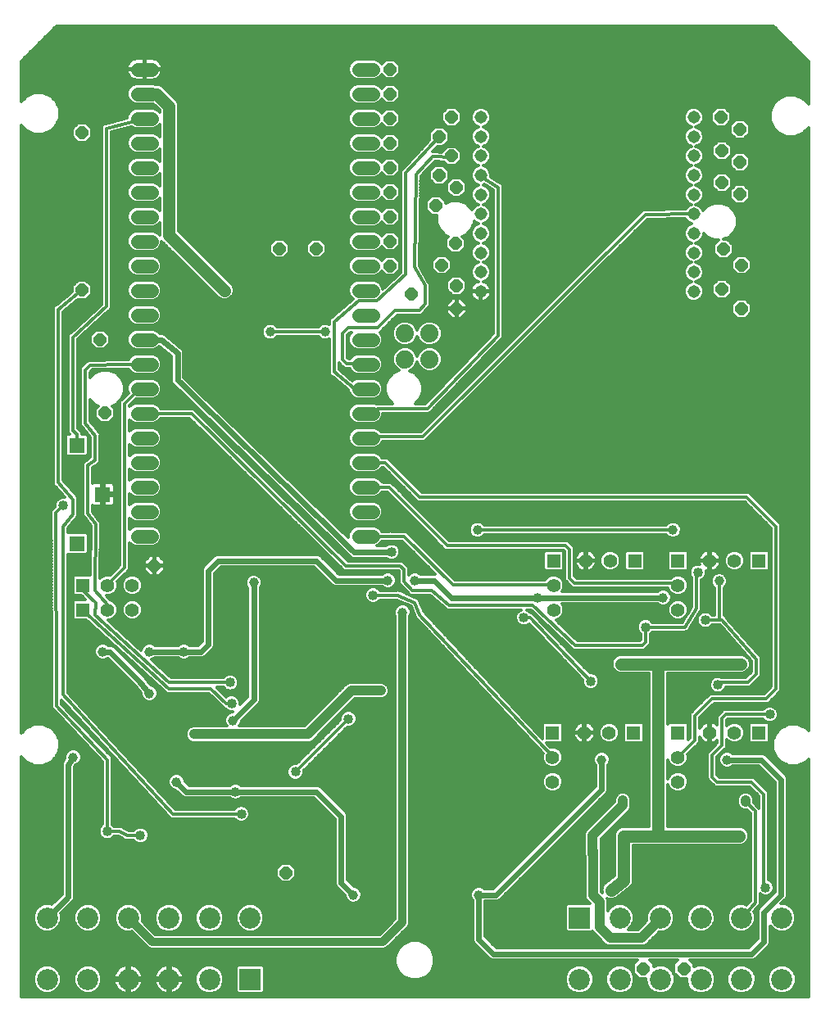
<source format=gbl>
G75*
%MOIN*%
%OFA0B0*%
%FSLAX25Y25*%
%IPPOS*%
%LPD*%
%AMOC8*
5,1,8,0,0,1.08239X$1,22.5*
%
%ADD10C,0.08600*%
%ADD11R,0.08600X0.08600*%
%ADD12C,0.05150*%
%ADD13R,0.05600X0.05600*%
%ADD14C,0.05600*%
%ADD15C,0.07400*%
%ADD16OC8,0.05150*%
%ADD17C,0.05600*%
%ADD18R,0.06496X0.06496*%
%ADD19C,0.01200*%
%ADD20C,0.03962*%
%ADD21C,0.04000*%
%ADD22C,0.04000*%
%ADD23C,0.03200*%
%ADD24C,0.05000*%
%ADD25C,0.02000*%
%ADD26C,0.02400*%
D10*
X0106307Y0068480D03*
X0122803Y0068480D03*
X0139299Y0068480D03*
X0155795Y0068480D03*
X0172291Y0068480D03*
X0172291Y0093480D03*
X0188787Y0093480D03*
X0155795Y0093480D03*
X0139299Y0093480D03*
X0122803Y0093480D03*
X0106307Y0093480D03*
X0322842Y0068480D03*
X0339299Y0068480D03*
X0355756Y0068480D03*
X0372212Y0068480D03*
X0388669Y0068480D03*
X0405126Y0068480D03*
X0405126Y0093480D03*
X0388669Y0093480D03*
X0372212Y0093480D03*
X0355756Y0093480D03*
X0339299Y0093480D03*
D11*
X0322842Y0093480D03*
X0188787Y0068480D03*
D12*
X0282685Y0348401D03*
X0282685Y0356275D03*
X0282685Y0364149D03*
X0282685Y0372023D03*
X0282685Y0379897D03*
X0282685Y0387771D03*
X0282685Y0395645D03*
X0282685Y0403519D03*
X0282685Y0411393D03*
X0282685Y0419267D03*
X0369299Y0419267D03*
X0369299Y0411393D03*
X0369299Y0403519D03*
X0369299Y0395645D03*
X0369299Y0387771D03*
X0369299Y0379897D03*
X0369299Y0372023D03*
X0369299Y0364149D03*
X0369299Y0356275D03*
X0369299Y0348401D03*
D13*
X0362834Y0238834D03*
X0345334Y0238834D03*
X0312334Y0238834D03*
X0311834Y0168834D03*
X0344834Y0168834D03*
X0362834Y0168834D03*
X0395834Y0168834D03*
X0395834Y0238834D03*
X0120834Y0228834D03*
X0120834Y0218834D03*
D14*
X0130834Y0218834D03*
X0130834Y0228834D03*
X0140834Y0228834D03*
X0140834Y0218834D03*
X0312334Y0218834D03*
X0312334Y0228834D03*
X0325334Y0238834D03*
X0335334Y0238834D03*
X0362834Y0228834D03*
X0362834Y0218834D03*
X0375834Y0238834D03*
X0385834Y0238834D03*
X0385834Y0168834D03*
X0375834Y0168834D03*
X0362834Y0158834D03*
X0362834Y0148834D03*
X0334834Y0168834D03*
X0324834Y0168834D03*
X0311834Y0158834D03*
X0311834Y0148834D03*
D15*
X0261834Y0320834D03*
X0251834Y0320834D03*
X0251834Y0331334D03*
X0261834Y0331334D03*
D16*
X0272740Y0341401D03*
X0272795Y0350775D03*
X0266740Y0359149D03*
X0272295Y0368023D03*
X0264240Y0383397D03*
X0272795Y0390771D03*
X0265740Y0395645D03*
X0270795Y0403519D03*
X0265740Y0411433D03*
X0270795Y0419274D03*
X0245834Y0418834D03*
X0245834Y0408834D03*
X0245834Y0398834D03*
X0245834Y0388834D03*
X0245834Y0378834D03*
X0245834Y0368834D03*
X0245834Y0358834D03*
X0254334Y0347334D03*
X0215834Y0365834D03*
X0200834Y0365834D03*
X0245834Y0428834D03*
X0245834Y0438834D03*
X0127834Y0328834D03*
X0120504Y0348882D03*
X0129756Y0298867D03*
X0149834Y0236834D03*
X0203334Y0111834D03*
X0348834Y0072834D03*
X0365334Y0072834D03*
X0388586Y0341401D03*
X0380744Y0349275D03*
X0388578Y0359149D03*
X0381244Y0365531D03*
X0388078Y0387889D03*
X0380744Y0392756D03*
X0388086Y0401137D03*
X0380744Y0405559D03*
X0388086Y0414393D03*
X0380244Y0419267D03*
X0120504Y0412882D03*
D17*
X0143034Y0408834D02*
X0148634Y0408834D01*
X0148634Y0398834D02*
X0143034Y0398834D01*
X0143034Y0388834D02*
X0148634Y0388834D01*
X0148634Y0378834D02*
X0143034Y0378834D01*
X0143034Y0368834D02*
X0148634Y0368834D01*
X0148634Y0358834D02*
X0143034Y0358834D01*
X0143034Y0348834D02*
X0148634Y0348834D01*
X0148634Y0338834D02*
X0143034Y0338834D01*
X0143034Y0328834D02*
X0148634Y0328834D01*
X0148634Y0318834D02*
X0143034Y0318834D01*
X0143034Y0308834D02*
X0148634Y0308834D01*
X0148634Y0298834D02*
X0143034Y0298834D01*
X0143034Y0288834D02*
X0148634Y0288834D01*
X0148634Y0278834D02*
X0143034Y0278834D01*
X0143034Y0268834D02*
X0148634Y0268834D01*
X0148634Y0258834D02*
X0143034Y0258834D01*
X0143034Y0248834D02*
X0148634Y0248834D01*
X0233034Y0248834D02*
X0238634Y0248834D01*
X0238634Y0258834D02*
X0233034Y0258834D01*
X0233034Y0268834D02*
X0238634Y0268834D01*
X0238634Y0278834D02*
X0233034Y0278834D01*
X0233034Y0288834D02*
X0238634Y0288834D01*
X0238634Y0298834D02*
X0233034Y0298834D01*
X0233034Y0308834D02*
X0238634Y0308834D01*
X0238634Y0318834D02*
X0233034Y0318834D01*
X0233034Y0328834D02*
X0238634Y0328834D01*
X0238634Y0338834D02*
X0233034Y0338834D01*
X0233034Y0348834D02*
X0238634Y0348834D01*
X0238634Y0358834D02*
X0233034Y0358834D01*
X0233034Y0368834D02*
X0238634Y0368834D01*
X0238634Y0378834D02*
X0233034Y0378834D01*
X0233034Y0388834D02*
X0238634Y0388834D01*
X0238634Y0398834D02*
X0233034Y0398834D01*
X0233034Y0408834D02*
X0238634Y0408834D01*
X0238634Y0418834D02*
X0233034Y0418834D01*
X0233034Y0428834D02*
X0238634Y0428834D01*
X0238634Y0438834D02*
X0233034Y0438834D01*
X0148634Y0438834D02*
X0143034Y0438834D01*
X0143034Y0428834D02*
X0148634Y0428834D01*
X0148634Y0418834D02*
X0143034Y0418834D01*
D18*
X0118234Y0285834D03*
X0128834Y0265834D03*
X0118234Y0245834D03*
D19*
X0095684Y0159148D02*
X0095684Y0061184D01*
X0415984Y0061184D01*
X0415984Y0158106D01*
X0414592Y0156714D01*
X0411505Y0155435D01*
X0408164Y0155435D01*
X0405077Y0156714D01*
X0402714Y0159077D01*
X0401435Y0162164D01*
X0401435Y0165505D01*
X0402714Y0168592D01*
X0405077Y0170955D01*
X0408164Y0172234D01*
X0411505Y0172234D01*
X0414592Y0170955D01*
X0415984Y0169563D01*
X0415984Y0415148D01*
X0415955Y0415077D01*
X0413592Y0412714D01*
X0410505Y0411435D01*
X0407164Y0411435D01*
X0404077Y0412714D01*
X0401714Y0415077D01*
X0400435Y0418164D01*
X0400435Y0421505D01*
X0401714Y0424592D01*
X0404077Y0426955D01*
X0407164Y0428234D01*
X0410505Y0428234D01*
X0413592Y0426955D01*
X0415955Y0424592D01*
X0415984Y0424521D01*
X0415984Y0442113D01*
X0401613Y0456484D01*
X0110056Y0456484D01*
X0095684Y0442113D01*
X0095684Y0425521D01*
X0095714Y0425592D01*
X0098077Y0427955D01*
X0101164Y0429234D01*
X0104505Y0429234D01*
X0107592Y0427955D01*
X0109955Y0425592D01*
X0111234Y0422505D01*
X0111234Y0419164D01*
X0109955Y0416077D01*
X0107592Y0413714D01*
X0104505Y0412435D01*
X0101164Y0412435D01*
X0098077Y0413714D01*
X0095714Y0416077D01*
X0095684Y0416148D01*
X0095684Y0168521D01*
X0095714Y0168592D01*
X0098077Y0170955D01*
X0101164Y0172234D01*
X0104505Y0172234D01*
X0107592Y0170955D01*
X0109955Y0168592D01*
X0111234Y0165505D01*
X0111234Y0162164D01*
X0109955Y0159077D01*
X0107592Y0156714D01*
X0104505Y0155435D01*
X0101164Y0155435D01*
X0098077Y0156714D01*
X0095714Y0159077D01*
X0095684Y0159148D01*
X0095684Y0158311D02*
X0096480Y0158311D01*
X0095684Y0157112D02*
X0097678Y0157112D01*
X0095684Y0155914D02*
X0100008Y0155914D01*
X0095684Y0154715D02*
X0112234Y0154715D01*
X0112234Y0155577D02*
X0112234Y0103084D01*
X0108069Y0098920D01*
X0107441Y0099180D01*
X0105173Y0099180D01*
X0103078Y0098312D01*
X0101475Y0096709D01*
X0100607Y0094614D01*
X0100607Y0092346D01*
X0101475Y0090251D01*
X0103078Y0088648D01*
X0105173Y0087780D01*
X0107441Y0087780D01*
X0109536Y0088648D01*
X0111139Y0090251D01*
X0112007Y0092346D01*
X0112007Y0094614D01*
X0111746Y0095243D01*
X0117038Y0100535D01*
X0117434Y0101490D01*
X0117434Y0155047D01*
X0117781Y0155567D01*
X0118750Y0155968D01*
X0119701Y0156919D01*
X0120215Y0158162D01*
X0120215Y0159507D01*
X0119701Y0160750D01*
X0118750Y0161701D01*
X0117507Y0162215D01*
X0116162Y0162215D01*
X0114919Y0161701D01*
X0113968Y0160750D01*
X0113453Y0159507D01*
X0113453Y0158450D01*
X0112814Y0157491D01*
X0112630Y0157307D01*
X0112530Y0157065D01*
X0112384Y0156846D01*
X0112334Y0156591D01*
X0112234Y0156351D01*
X0112234Y0156089D01*
X0112183Y0155832D01*
X0112234Y0155577D01*
X0112200Y0155914D02*
X0105661Y0155914D01*
X0107991Y0157112D02*
X0112549Y0157112D01*
X0113360Y0158311D02*
X0109189Y0158311D01*
X0110134Y0159509D02*
X0113454Y0159509D01*
X0113951Y0160708D02*
X0110630Y0160708D01*
X0111127Y0161906D02*
X0115415Y0161906D01*
X0118253Y0161906D02*
X0124210Y0161906D01*
X0123073Y0163105D02*
X0111234Y0163105D01*
X0111234Y0164303D02*
X0121935Y0164303D01*
X0120797Y0165502D02*
X0111234Y0165502D01*
X0110738Y0166700D02*
X0119659Y0166700D01*
X0118521Y0167899D02*
X0110242Y0167899D01*
X0109450Y0169097D02*
X0117383Y0169097D01*
X0116245Y0170296D02*
X0108251Y0170296D01*
X0106289Y0171494D02*
X0115107Y0171494D01*
X0113969Y0172693D02*
X0095684Y0172693D01*
X0095684Y0173891D02*
X0112831Y0173891D01*
X0111694Y0175090D02*
X0095684Y0175090D01*
X0095684Y0176288D02*
X0110556Y0176288D01*
X0109418Y0177487D02*
X0095684Y0177487D01*
X0095684Y0178685D02*
X0108250Y0178685D01*
X0108188Y0178747D02*
X0108755Y0178185D01*
X0128834Y0157036D01*
X0128834Y0131619D01*
X0128708Y0131567D01*
X0127752Y0130610D01*
X0127234Y0129361D01*
X0127234Y0128008D01*
X0127752Y0126758D01*
X0128708Y0125802D01*
X0129958Y0125284D01*
X0131311Y0125284D01*
X0132560Y0125802D01*
X0133443Y0126684D01*
X0135305Y0126684D01*
X0137511Y0125429D01*
X0137906Y0125034D01*
X0138205Y0125034D01*
X0138465Y0124886D01*
X0139004Y0125034D01*
X0141376Y0125034D01*
X0142258Y0124152D01*
X0143508Y0123634D01*
X0144861Y0123634D01*
X0146110Y0124152D01*
X0147067Y0125108D01*
X0147584Y0126358D01*
X0147584Y0127711D01*
X0147067Y0128960D01*
X0146110Y0129917D01*
X0144861Y0130434D01*
X0143508Y0130434D01*
X0142258Y0129917D01*
X0141376Y0129034D01*
X0139263Y0129034D01*
X0137058Y0130289D01*
X0136663Y0130684D01*
X0136363Y0130684D01*
X0136103Y0130832D01*
X0135565Y0130684D01*
X0133443Y0130684D01*
X0132834Y0131293D01*
X0132834Y0157808D01*
X0132855Y0158611D01*
X0132834Y0158633D01*
X0132834Y0158663D01*
X0132267Y0159230D01*
X0112181Y0180386D01*
X0112173Y0182096D01*
X0155334Y0135006D01*
X0155334Y0134956D01*
X0155889Y0134401D01*
X0156420Y0133822D01*
X0156470Y0133820D01*
X0156506Y0133784D01*
X0157291Y0133784D01*
X0158075Y0133750D01*
X0158112Y0133784D01*
X0182426Y0133784D01*
X0183308Y0132902D01*
X0184558Y0132384D01*
X0185911Y0132384D01*
X0187160Y0132902D01*
X0188117Y0133858D01*
X0188634Y0135108D01*
X0188634Y0136461D01*
X0188117Y0137710D01*
X0187160Y0138667D01*
X0185911Y0139184D01*
X0184558Y0139184D01*
X0183308Y0138667D01*
X0182426Y0137784D01*
X0158214Y0137784D01*
X0114834Y0185112D01*
X0114834Y0241186D01*
X0122062Y0241186D01*
X0122882Y0242006D01*
X0122882Y0249662D01*
X0122062Y0250482D01*
X0114834Y0250482D01*
X0114834Y0252133D01*
X0118327Y0256498D01*
X0118834Y0257006D01*
X0118834Y0257133D01*
X0118914Y0257232D01*
X0118834Y0257945D01*
X0118834Y0263774D01*
X0118881Y0264540D01*
X0118834Y0264593D01*
X0118834Y0264663D01*
X0118291Y0265206D01*
X0112634Y0271593D01*
X0112634Y0340049D01*
X0118799Y0344965D01*
X0118857Y0344907D01*
X0122150Y0344907D01*
X0124478Y0347235D01*
X0124478Y0350528D01*
X0122150Y0352856D01*
X0118857Y0352856D01*
X0116529Y0350528D01*
X0116529Y0348270D01*
X0109935Y0343012D01*
X0109806Y0343012D01*
X0109300Y0342506D01*
X0108740Y0342060D01*
X0108725Y0341932D01*
X0108634Y0341841D01*
X0108634Y0341125D01*
X0108554Y0340413D01*
X0108634Y0340313D01*
X0108634Y0270895D01*
X0108588Y0270128D01*
X0108634Y0270076D01*
X0108634Y0270006D01*
X0109177Y0269463D01*
X0113410Y0264684D01*
X0112158Y0264684D01*
X0110908Y0264167D01*
X0109952Y0263210D01*
X0109434Y0261961D01*
X0109434Y0260713D01*
X0107834Y0259113D01*
X0107834Y0258657D01*
X0107831Y0258654D01*
X0107834Y0257829D01*
X0107834Y0257006D01*
X0107838Y0257002D01*
X0108184Y0179606D01*
X0108163Y0178808D01*
X0108188Y0178782D01*
X0108188Y0178747D01*
X0108183Y0179884D02*
X0095684Y0179884D01*
X0095684Y0181082D02*
X0108178Y0181082D01*
X0108172Y0182281D02*
X0095684Y0182281D01*
X0095684Y0183479D02*
X0108167Y0183479D01*
X0108162Y0184678D02*
X0095684Y0184678D01*
X0095684Y0185877D02*
X0108156Y0185877D01*
X0108151Y0187075D02*
X0095684Y0187075D01*
X0095684Y0188274D02*
X0108145Y0188274D01*
X0108140Y0189472D02*
X0095684Y0189472D01*
X0095684Y0190671D02*
X0108135Y0190671D01*
X0108129Y0191869D02*
X0095684Y0191869D01*
X0095684Y0193068D02*
X0108124Y0193068D01*
X0108119Y0194266D02*
X0095684Y0194266D01*
X0095684Y0195465D02*
X0108113Y0195465D01*
X0108108Y0196663D02*
X0095684Y0196663D01*
X0095684Y0197862D02*
X0108103Y0197862D01*
X0108097Y0199060D02*
X0095684Y0199060D01*
X0095684Y0200259D02*
X0108092Y0200259D01*
X0108086Y0201457D02*
X0095684Y0201457D01*
X0095684Y0202656D02*
X0108081Y0202656D01*
X0108076Y0203854D02*
X0095684Y0203854D01*
X0095684Y0205053D02*
X0108070Y0205053D01*
X0108065Y0206251D02*
X0095684Y0206251D01*
X0095684Y0207450D02*
X0108060Y0207450D01*
X0108054Y0208648D02*
X0095684Y0208648D01*
X0095684Y0209847D02*
X0108049Y0209847D01*
X0108044Y0211045D02*
X0095684Y0211045D01*
X0095684Y0212244D02*
X0108038Y0212244D01*
X0108033Y0213442D02*
X0095684Y0213442D01*
X0095684Y0214641D02*
X0108027Y0214641D01*
X0108022Y0215839D02*
X0095684Y0215839D01*
X0095684Y0217038D02*
X0108017Y0217038D01*
X0108011Y0218236D02*
X0095684Y0218236D01*
X0095684Y0219435D02*
X0108006Y0219435D01*
X0108001Y0220633D02*
X0095684Y0220633D01*
X0095684Y0221832D02*
X0107995Y0221832D01*
X0107990Y0223030D02*
X0095684Y0223030D01*
X0095684Y0224229D02*
X0107985Y0224229D01*
X0107979Y0225427D02*
X0095684Y0225427D01*
X0095684Y0226626D02*
X0107974Y0226626D01*
X0107969Y0227824D02*
X0095684Y0227824D01*
X0095684Y0229023D02*
X0107963Y0229023D01*
X0107958Y0230221D02*
X0095684Y0230221D01*
X0095684Y0231420D02*
X0107952Y0231420D01*
X0107947Y0232618D02*
X0095684Y0232618D01*
X0095684Y0233817D02*
X0107942Y0233817D01*
X0107936Y0235015D02*
X0095684Y0235015D01*
X0095684Y0236214D02*
X0107931Y0236214D01*
X0107926Y0237412D02*
X0095684Y0237412D01*
X0095684Y0238611D02*
X0107920Y0238611D01*
X0107915Y0239810D02*
X0095684Y0239810D01*
X0095684Y0241008D02*
X0107910Y0241008D01*
X0107904Y0242207D02*
X0095684Y0242207D01*
X0095684Y0243405D02*
X0107899Y0243405D01*
X0107893Y0244604D02*
X0095684Y0244604D01*
X0095684Y0245802D02*
X0107888Y0245802D01*
X0107883Y0247001D02*
X0095684Y0247001D01*
X0095684Y0248199D02*
X0107877Y0248199D01*
X0107872Y0249398D02*
X0095684Y0249398D01*
X0095684Y0250596D02*
X0107867Y0250596D01*
X0107861Y0251795D02*
X0095684Y0251795D01*
X0095684Y0252993D02*
X0107856Y0252993D01*
X0107851Y0254192D02*
X0095684Y0254192D01*
X0095684Y0255390D02*
X0107845Y0255390D01*
X0107840Y0256589D02*
X0095684Y0256589D01*
X0095684Y0257787D02*
X0107834Y0257787D01*
X0107834Y0258986D02*
X0095684Y0258986D01*
X0095684Y0260184D02*
X0108906Y0260184D01*
X0109434Y0261383D02*
X0095684Y0261383D01*
X0095684Y0262581D02*
X0109691Y0262581D01*
X0110521Y0263780D02*
X0095684Y0263780D01*
X0095684Y0264978D02*
X0113149Y0264978D01*
X0112088Y0266177D02*
X0095684Y0266177D01*
X0095684Y0267375D02*
X0111026Y0267375D01*
X0109965Y0268574D02*
X0095684Y0268574D01*
X0095684Y0269772D02*
X0108868Y0269772D01*
X0108634Y0270971D02*
X0095684Y0270971D01*
X0095684Y0272169D02*
X0108634Y0272169D01*
X0108634Y0273368D02*
X0095684Y0273368D01*
X0095684Y0274566D02*
X0108634Y0274566D01*
X0108634Y0275765D02*
X0095684Y0275765D01*
X0095684Y0276963D02*
X0108634Y0276963D01*
X0108634Y0278162D02*
X0095684Y0278162D01*
X0095684Y0279360D02*
X0108634Y0279360D01*
X0108634Y0280559D02*
X0095684Y0280559D01*
X0095684Y0281757D02*
X0108634Y0281757D01*
X0108634Y0282956D02*
X0095684Y0282956D01*
X0095684Y0284154D02*
X0108634Y0284154D01*
X0108634Y0285353D02*
X0095684Y0285353D01*
X0095684Y0286551D02*
X0108634Y0286551D01*
X0108634Y0287750D02*
X0095684Y0287750D01*
X0095684Y0288948D02*
X0108634Y0288948D01*
X0108634Y0290147D02*
X0095684Y0290147D01*
X0095684Y0291346D02*
X0108634Y0291346D01*
X0108634Y0292544D02*
X0095684Y0292544D01*
X0095684Y0293743D02*
X0108634Y0293743D01*
X0108634Y0294941D02*
X0095684Y0294941D01*
X0095684Y0296140D02*
X0108634Y0296140D01*
X0108634Y0297338D02*
X0095684Y0297338D01*
X0095684Y0298537D02*
X0108634Y0298537D01*
X0108634Y0299735D02*
X0095684Y0299735D01*
X0095684Y0300934D02*
X0108634Y0300934D01*
X0108634Y0302132D02*
X0095684Y0302132D01*
X0095684Y0303331D02*
X0108634Y0303331D01*
X0108634Y0304529D02*
X0095684Y0304529D01*
X0095684Y0305728D02*
X0108634Y0305728D01*
X0108634Y0306926D02*
X0095684Y0306926D01*
X0095684Y0308125D02*
X0108634Y0308125D01*
X0108634Y0309323D02*
X0095684Y0309323D01*
X0095684Y0310522D02*
X0108634Y0310522D01*
X0108634Y0311720D02*
X0095684Y0311720D01*
X0095684Y0312919D02*
X0108634Y0312919D01*
X0108634Y0314117D02*
X0095684Y0314117D01*
X0095684Y0315316D02*
X0108634Y0315316D01*
X0108634Y0316514D02*
X0095684Y0316514D01*
X0095684Y0317713D02*
X0108634Y0317713D01*
X0108634Y0318911D02*
X0095684Y0318911D01*
X0095684Y0320110D02*
X0108634Y0320110D01*
X0108634Y0321308D02*
X0095684Y0321308D01*
X0095684Y0322507D02*
X0108634Y0322507D01*
X0108634Y0323705D02*
X0095684Y0323705D01*
X0095684Y0324904D02*
X0108634Y0324904D01*
X0108634Y0326102D02*
X0095684Y0326102D01*
X0095684Y0327301D02*
X0108634Y0327301D01*
X0108634Y0328499D02*
X0095684Y0328499D01*
X0095684Y0329698D02*
X0108634Y0329698D01*
X0108634Y0330896D02*
X0095684Y0330896D01*
X0095684Y0332095D02*
X0108634Y0332095D01*
X0108634Y0333293D02*
X0095684Y0333293D01*
X0095684Y0334492D02*
X0108634Y0334492D01*
X0108634Y0335690D02*
X0095684Y0335690D01*
X0095684Y0336889D02*
X0108634Y0336889D01*
X0108634Y0338087D02*
X0095684Y0338087D01*
X0095684Y0339286D02*
X0108634Y0339286D01*
X0108562Y0340484D02*
X0095684Y0340484D01*
X0095684Y0341683D02*
X0108634Y0341683D01*
X0109675Y0342881D02*
X0095684Y0342881D01*
X0095684Y0344080D02*
X0111274Y0344080D01*
X0112777Y0345279D02*
X0095684Y0345279D01*
X0095684Y0346477D02*
X0114280Y0346477D01*
X0115783Y0347676D02*
X0095684Y0347676D01*
X0095684Y0348874D02*
X0116529Y0348874D01*
X0116529Y0350073D02*
X0095684Y0350073D01*
X0095684Y0351271D02*
X0117272Y0351271D01*
X0118470Y0352470D02*
X0095684Y0352470D01*
X0095684Y0353668D02*
X0128234Y0353668D01*
X0128234Y0352470D02*
X0122537Y0352470D01*
X0123735Y0351271D02*
X0128234Y0351271D01*
X0128234Y0350073D02*
X0124478Y0350073D01*
X0124478Y0348874D02*
X0128234Y0348874D01*
X0128234Y0347676D02*
X0124478Y0347676D01*
X0123720Y0346477D02*
X0128234Y0346477D01*
X0128234Y0345279D02*
X0122522Y0345279D01*
X0120504Y0348882D02*
X0110634Y0341012D01*
X0110634Y0270834D01*
X0116834Y0263834D01*
X0116834Y0257834D01*
X0112834Y0252834D01*
X0112834Y0184334D01*
X0157334Y0135784D01*
X0185234Y0135784D01*
X0188316Y0134341D02*
X0222651Y0134341D01*
X0223234Y0133757D02*
X0223234Y0107317D01*
X0223630Y0106362D01*
X0224362Y0105630D01*
X0227453Y0102538D01*
X0227453Y0102162D01*
X0227968Y0100919D01*
X0228919Y0099968D01*
X0230162Y0099453D01*
X0231507Y0099453D01*
X0232750Y0099968D01*
X0233701Y0100919D01*
X0234215Y0102162D01*
X0234215Y0103507D01*
X0233701Y0104750D01*
X0232750Y0105701D01*
X0231507Y0106215D01*
X0231130Y0106215D01*
X0228434Y0108911D01*
X0228434Y0135351D01*
X0228038Y0136307D01*
X0218038Y0146307D01*
X0217307Y0147038D01*
X0216351Y0147434D01*
X0185016Y0147434D01*
X0184750Y0147701D01*
X0183507Y0148215D01*
X0182162Y0148215D01*
X0180919Y0147701D01*
X0180653Y0147434D01*
X0163911Y0147434D01*
X0162215Y0149130D01*
X0162215Y0149507D01*
X0161701Y0150750D01*
X0160750Y0151701D01*
X0159507Y0152215D01*
X0158162Y0152215D01*
X0156919Y0151701D01*
X0155968Y0150750D01*
X0155453Y0149507D01*
X0155453Y0148162D01*
X0155968Y0146919D01*
X0156919Y0145968D01*
X0158162Y0145453D01*
X0158538Y0145453D01*
X0161362Y0142630D01*
X0162317Y0142234D01*
X0180653Y0142234D01*
X0180919Y0141968D01*
X0182162Y0141453D01*
X0183507Y0141453D01*
X0184750Y0141968D01*
X0185016Y0142234D01*
X0214757Y0142234D01*
X0223234Y0133757D01*
X0223234Y0133142D02*
X0187400Y0133142D01*
X0188634Y0135539D02*
X0221453Y0135539D01*
X0220254Y0136738D02*
X0188520Y0136738D01*
X0187891Y0137936D02*
X0219056Y0137936D01*
X0217857Y0139135D02*
X0186031Y0139135D01*
X0184438Y0139135D02*
X0156977Y0139135D01*
X0158075Y0137936D02*
X0182578Y0137936D01*
X0181973Y0141532D02*
X0154779Y0141532D01*
X0153681Y0142730D02*
X0161262Y0142730D01*
X0160063Y0143929D02*
X0152582Y0143929D01*
X0151484Y0145127D02*
X0158865Y0145127D01*
X0156561Y0146326D02*
X0150385Y0146326D01*
X0149287Y0147524D02*
X0155717Y0147524D01*
X0155453Y0148723D02*
X0148188Y0148723D01*
X0147090Y0149921D02*
X0155625Y0149921D01*
X0156338Y0151120D02*
X0145991Y0151120D01*
X0144893Y0152318D02*
X0203834Y0152318D01*
X0203834Y0152208D02*
X0204352Y0150958D01*
X0205308Y0150002D01*
X0206558Y0149484D01*
X0207911Y0149484D01*
X0209160Y0150002D01*
X0210117Y0150958D01*
X0210634Y0152208D01*
X0210634Y0153456D01*
X0228263Y0171084D01*
X0229511Y0171084D01*
X0230760Y0171602D01*
X0231717Y0172558D01*
X0232234Y0173808D01*
X0232234Y0175161D01*
X0231717Y0176410D01*
X0230760Y0177367D01*
X0229511Y0177884D01*
X0228158Y0177884D01*
X0226908Y0177367D01*
X0225952Y0176410D01*
X0225434Y0175161D01*
X0225434Y0173913D01*
X0207806Y0156284D01*
X0206558Y0156284D01*
X0205308Y0155767D01*
X0204352Y0154810D01*
X0203834Y0153561D01*
X0203834Y0152208D01*
X0204285Y0151120D02*
X0161331Y0151120D01*
X0162044Y0149921D02*
X0205503Y0149921D01*
X0207234Y0152884D02*
X0228834Y0174484D01*
X0227199Y0177487D02*
X0226445Y0177487D01*
X0225901Y0176288D02*
X0225247Y0176288D01*
X0225434Y0175090D02*
X0224048Y0175090D01*
X0222850Y0173891D02*
X0225413Y0173891D01*
X0224214Y0172693D02*
X0221651Y0172693D01*
X0220453Y0171494D02*
X0223016Y0171494D01*
X0221817Y0170296D02*
X0219254Y0170296D01*
X0218056Y0169097D02*
X0220619Y0169097D01*
X0219420Y0167899D02*
X0216857Y0167899D01*
X0215659Y0166700D02*
X0218222Y0166700D01*
X0217023Y0165502D02*
X0214460Y0165502D01*
X0214260Y0165302D02*
X0231493Y0182534D01*
X0242561Y0182534D01*
X0243810Y0183052D01*
X0244767Y0184008D01*
X0245284Y0185258D01*
X0245284Y0186611D01*
X0244767Y0187860D01*
X0243810Y0188817D01*
X0242561Y0189334D01*
X0229408Y0189334D01*
X0228158Y0188817D01*
X0227202Y0187860D01*
X0210926Y0171584D01*
X0184366Y0171584D01*
X0184701Y0171919D01*
X0185215Y0173162D01*
X0185215Y0173538D01*
X0192488Y0180812D01*
X0192884Y0181767D01*
X0192884Y0227753D01*
X0193151Y0228019D01*
X0193665Y0229262D01*
X0193665Y0230607D01*
X0193151Y0231850D01*
X0192200Y0232801D01*
X0190957Y0233315D01*
X0189612Y0233315D01*
X0188369Y0232801D01*
X0187418Y0231850D01*
X0186903Y0230607D01*
X0186903Y0229262D01*
X0187418Y0228019D01*
X0187684Y0227753D01*
X0187684Y0183361D01*
X0184634Y0180311D01*
X0184634Y0181461D01*
X0184117Y0182710D01*
X0183160Y0183667D01*
X0181911Y0184184D01*
X0180558Y0184184D01*
X0179308Y0183667D01*
X0179069Y0183428D01*
X0175251Y0187246D01*
X0177102Y0187238D01*
X0177106Y0187234D01*
X0177926Y0187234D01*
X0178808Y0186352D01*
X0180058Y0185834D01*
X0181411Y0185834D01*
X0182660Y0186352D01*
X0183617Y0187308D01*
X0184134Y0188558D01*
X0184134Y0189911D01*
X0183617Y0191160D01*
X0182660Y0192117D01*
X0181411Y0192634D01*
X0180058Y0192634D01*
X0178808Y0192117D01*
X0177926Y0191234D01*
X0156614Y0191331D01*
X0148719Y0198541D01*
X0149750Y0198968D01*
X0150016Y0199234D01*
X0159653Y0199234D01*
X0159919Y0198968D01*
X0161162Y0198453D01*
X0162507Y0198453D01*
X0163750Y0198968D01*
X0164016Y0199234D01*
X0169351Y0199234D01*
X0170307Y0199630D01*
X0171038Y0200362D01*
X0174038Y0203362D01*
X0174434Y0204317D01*
X0174434Y0233757D01*
X0176911Y0236234D01*
X0214757Y0236234D01*
X0222362Y0228630D01*
X0223317Y0228234D01*
X0242653Y0228234D01*
X0242919Y0227968D01*
X0244162Y0227453D01*
X0245507Y0227453D01*
X0246750Y0227968D01*
X0247701Y0228919D01*
X0248215Y0230162D01*
X0248215Y0231507D01*
X0247701Y0232750D01*
X0246750Y0233701D01*
X0245507Y0234215D01*
X0244162Y0234215D01*
X0242919Y0233701D01*
X0242653Y0233434D01*
X0224911Y0233434D01*
X0218038Y0240307D01*
X0217307Y0241038D01*
X0216351Y0241434D01*
X0175317Y0241434D01*
X0174362Y0241038D01*
X0170362Y0237038D01*
X0169630Y0236307D01*
X0169234Y0235351D01*
X0169234Y0205911D01*
X0167757Y0204434D01*
X0164016Y0204434D01*
X0163750Y0204701D01*
X0162507Y0205215D01*
X0161162Y0205215D01*
X0159919Y0204701D01*
X0159653Y0204434D01*
X0150016Y0204434D01*
X0149750Y0204701D01*
X0148507Y0205215D01*
X0147162Y0205215D01*
X0145919Y0204701D01*
X0144968Y0203750D01*
X0144453Y0202507D01*
X0144453Y0202438D01*
X0131099Y0214634D01*
X0131670Y0214634D01*
X0133213Y0215274D01*
X0134395Y0216455D01*
X0135034Y0217999D01*
X0135034Y0219670D01*
X0134395Y0221213D01*
X0133213Y0222395D01*
X0131670Y0223034D01*
X0131602Y0223034D01*
X0130227Y0224634D01*
X0131670Y0224634D01*
X0133213Y0225274D01*
X0134395Y0226455D01*
X0135034Y0227999D01*
X0135034Y0229670D01*
X0134819Y0230190D01*
X0138663Y0234034D01*
X0139834Y0235206D01*
X0139834Y0246095D01*
X0140655Y0245274D01*
X0142199Y0244634D01*
X0149470Y0244634D01*
X0151013Y0245274D01*
X0152195Y0246455D01*
X0152834Y0247999D01*
X0152834Y0249670D01*
X0152195Y0251213D01*
X0151013Y0252395D01*
X0149470Y0253034D01*
X0142199Y0253034D01*
X0140655Y0252395D01*
X0139834Y0251574D01*
X0139834Y0256095D01*
X0140655Y0255274D01*
X0142199Y0254634D01*
X0149470Y0254634D01*
X0151013Y0255274D01*
X0152195Y0256455D01*
X0152834Y0257999D01*
X0152834Y0259670D01*
X0152195Y0261213D01*
X0151013Y0262395D01*
X0149470Y0263034D01*
X0142199Y0263034D01*
X0140655Y0262395D01*
X0139834Y0261574D01*
X0139834Y0266095D01*
X0140655Y0265274D01*
X0142199Y0264634D01*
X0149470Y0264634D01*
X0151013Y0265274D01*
X0152195Y0266455D01*
X0152834Y0267999D01*
X0152834Y0269670D01*
X0152195Y0271213D01*
X0151013Y0272395D01*
X0149470Y0273034D01*
X0142199Y0273034D01*
X0140655Y0272395D01*
X0139834Y0271574D01*
X0139834Y0276095D01*
X0140655Y0275274D01*
X0142199Y0274634D01*
X0149470Y0274634D01*
X0151013Y0275274D01*
X0152195Y0276455D01*
X0152834Y0277999D01*
X0152834Y0279670D01*
X0152195Y0281213D01*
X0151013Y0282395D01*
X0149470Y0283034D01*
X0142199Y0283034D01*
X0140655Y0282395D01*
X0139834Y0281574D01*
X0139834Y0286095D01*
X0140655Y0285274D01*
X0142199Y0284634D01*
X0149470Y0284634D01*
X0151013Y0285274D01*
X0152195Y0286455D01*
X0152834Y0287999D01*
X0152834Y0289670D01*
X0152195Y0291213D01*
X0151013Y0292395D01*
X0149470Y0293034D01*
X0142199Y0293034D01*
X0140655Y0292395D01*
X0139834Y0291574D01*
X0139834Y0296095D01*
X0140655Y0295274D01*
X0142199Y0294634D01*
X0149470Y0294634D01*
X0151013Y0295274D01*
X0152195Y0296455D01*
X0152352Y0296834D01*
X0161787Y0296834D01*
X0164126Y0296723D01*
X0226426Y0235414D01*
X0227006Y0234834D01*
X0227015Y0234834D01*
X0227022Y0234828D01*
X0227843Y0234834D01*
X0249006Y0234834D01*
X0249234Y0234606D01*
X0249234Y0233806D01*
X0249253Y0233787D01*
X0249334Y0230311D01*
X0249334Y0229506D01*
X0249353Y0229487D01*
X0249354Y0229460D01*
X0249937Y0228904D01*
X0254006Y0224834D01*
X0262094Y0224834D01*
X0268474Y0219366D01*
X0269006Y0218834D01*
X0269094Y0218834D01*
X0269162Y0218777D01*
X0269911Y0218834D01*
X0299146Y0218834D01*
X0298258Y0218467D01*
X0297302Y0217510D01*
X0296784Y0216261D01*
X0296784Y0214908D01*
X0297302Y0213658D01*
X0298258Y0212702D01*
X0299508Y0212184D01*
X0300861Y0212184D01*
X0302110Y0212702D01*
X0302376Y0212967D01*
X0323984Y0190486D01*
X0323984Y0189158D01*
X0324502Y0187908D01*
X0325458Y0186952D01*
X0326708Y0186434D01*
X0328061Y0186434D01*
X0329310Y0186952D01*
X0330267Y0187908D01*
X0330784Y0189158D01*
X0330784Y0190511D01*
X0330267Y0191760D01*
X0329310Y0192717D01*
X0328061Y0193234D01*
X0326890Y0193234D01*
X0304634Y0216390D01*
X0304634Y0216413D01*
X0304062Y0216985D01*
X0303502Y0217568D01*
X0303479Y0217568D01*
X0303463Y0217584D01*
X0302993Y0217584D01*
X0302110Y0218467D01*
X0301223Y0218834D01*
X0303033Y0218834D01*
X0319737Y0202903D01*
X0320306Y0202334D01*
X0320333Y0202334D01*
X0320353Y0202315D01*
X0321158Y0202334D01*
X0349163Y0202334D01*
X0350334Y0203506D01*
X0350519Y0203691D01*
X0350529Y0203691D01*
X0351104Y0204276D01*
X0351684Y0204856D01*
X0351684Y0204865D01*
X0351691Y0204872D01*
X0351684Y0205692D01*
X0351684Y0206513D01*
X0351678Y0206519D01*
X0351657Y0209049D01*
X0352423Y0209815D01*
X0356007Y0209790D01*
X0356017Y0209780D01*
X0356833Y0209784D01*
X0357649Y0209779D01*
X0357659Y0209789D01*
X0365276Y0209831D01*
X0365497Y0209696D01*
X0366077Y0209836D01*
X0366674Y0209839D01*
X0366856Y0210023D01*
X0367108Y0210084D01*
X0367419Y0210593D01*
X0367839Y0211017D01*
X0367837Y0211276D01*
X0372076Y0218204D01*
X0372499Y0218642D01*
X0372495Y0218888D01*
X0372623Y0219097D01*
X0372480Y0219690D01*
X0372285Y0230411D01*
X0372303Y0230850D01*
X0372910Y0231102D01*
X0373867Y0232058D01*
X0374384Y0233308D01*
X0374384Y0234661D01*
X0374375Y0234682D01*
X0374804Y0234543D01*
X0375488Y0234434D01*
X0375534Y0234434D01*
X0375534Y0238534D01*
X0371434Y0238534D01*
X0371434Y0238488D01*
X0371543Y0237804D01*
X0371682Y0237375D01*
X0371661Y0237384D01*
X0370308Y0237384D01*
X0369058Y0236867D01*
X0368102Y0235910D01*
X0367584Y0234661D01*
X0367584Y0233308D01*
X0368102Y0232058D01*
X0368256Y0231905D01*
X0368189Y0231688D01*
X0368324Y0231435D01*
X0368317Y0231276D01*
X0368270Y0231226D01*
X0368284Y0230457D01*
X0368252Y0229689D01*
X0368298Y0229638D01*
X0368474Y0219981D01*
X0366558Y0216850D01*
X0367034Y0217999D01*
X0367034Y0219670D01*
X0366395Y0221213D01*
X0365213Y0222395D01*
X0363670Y0223034D01*
X0361999Y0223034D01*
X0360455Y0222395D01*
X0359274Y0221213D01*
X0358634Y0219670D01*
X0358634Y0217999D01*
X0359274Y0216455D01*
X0360455Y0215274D01*
X0361999Y0214634D01*
X0363670Y0214634D01*
X0365213Y0215274D01*
X0366194Y0216254D01*
X0364710Y0213828D01*
X0356835Y0213784D01*
X0352462Y0213815D01*
X0351560Y0214717D01*
X0350311Y0215234D01*
X0348958Y0215234D01*
X0347708Y0214717D01*
X0346752Y0213760D01*
X0346234Y0212511D01*
X0346234Y0211158D01*
X0346752Y0209908D01*
X0347657Y0209003D01*
X0347678Y0206506D01*
X0347506Y0206334D01*
X0321935Y0206334D01*
X0313214Y0214652D01*
X0314713Y0215274D01*
X0315895Y0216455D01*
X0316534Y0217999D01*
X0316534Y0219670D01*
X0315895Y0221213D01*
X0315874Y0221234D01*
X0354653Y0221234D01*
X0354919Y0220968D01*
X0356162Y0220453D01*
X0357507Y0220453D01*
X0358750Y0220968D01*
X0359701Y0221919D01*
X0360215Y0223162D01*
X0360215Y0224507D01*
X0359701Y0225750D01*
X0358750Y0226701D01*
X0357507Y0227215D01*
X0356162Y0227215D01*
X0354919Y0226701D01*
X0354653Y0226434D01*
X0315874Y0226434D01*
X0315895Y0226455D01*
X0316534Y0227999D01*
X0316534Y0229670D01*
X0315895Y0231213D01*
X0314713Y0232395D01*
X0313170Y0233034D01*
X0311499Y0233034D01*
X0309955Y0232395D01*
X0308774Y0231213D01*
X0308658Y0230934D01*
X0272163Y0230934D01*
X0253534Y0249563D01*
X0252363Y0250734D01*
X0246763Y0250734D01*
X0246663Y0250834D01*
X0246306Y0250834D01*
X0245988Y0250994D01*
X0245510Y0250834D01*
X0242352Y0250834D01*
X0242195Y0251213D01*
X0241013Y0252395D01*
X0239470Y0253034D01*
X0232199Y0253034D01*
X0230655Y0252395D01*
X0229474Y0251213D01*
X0228834Y0249670D01*
X0228834Y0248345D01*
X0161834Y0313483D01*
X0161834Y0322776D01*
X0161868Y0322880D01*
X0161834Y0323290D01*
X0161834Y0323701D01*
X0161793Y0323802D01*
X0161784Y0323910D01*
X0161596Y0324277D01*
X0161438Y0324657D01*
X0161362Y0324734D01*
X0161312Y0324831D01*
X0160998Y0325097D01*
X0160707Y0325388D01*
X0160607Y0325430D01*
X0154348Y0330747D01*
X0154057Y0331038D01*
X0153957Y0331080D01*
X0153874Y0331151D01*
X0153482Y0331277D01*
X0153101Y0331434D01*
X0152993Y0331434D01*
X0152889Y0331468D01*
X0152479Y0331434D01*
X0151974Y0331434D01*
X0151013Y0332395D01*
X0149470Y0333034D01*
X0142199Y0333034D01*
X0140655Y0332395D01*
X0139474Y0331213D01*
X0138834Y0329670D01*
X0138834Y0327999D01*
X0139474Y0326455D01*
X0140655Y0325274D01*
X0142199Y0324634D01*
X0149470Y0324634D01*
X0151013Y0325274D01*
X0151815Y0326076D01*
X0156634Y0321982D01*
X0156634Y0312882D01*
X0156627Y0312865D01*
X0156634Y0312366D01*
X0156634Y0311867D01*
X0156642Y0311850D01*
X0156642Y0311831D01*
X0156839Y0311372D01*
X0157030Y0310912D01*
X0157044Y0310898D01*
X0157051Y0310881D01*
X0157409Y0310533D01*
X0157762Y0310180D01*
X0157779Y0310173D01*
X0229359Y0240583D01*
X0229712Y0240230D01*
X0229729Y0240223D01*
X0229743Y0240210D01*
X0230206Y0240025D01*
X0230667Y0239834D01*
X0230686Y0239834D01*
X0230704Y0239827D01*
X0231203Y0239834D01*
X0244176Y0239834D01*
X0244458Y0239552D01*
X0245708Y0239034D01*
X0247061Y0239034D01*
X0248310Y0239552D01*
X0249267Y0240508D01*
X0249784Y0241758D01*
X0249784Y0243111D01*
X0249267Y0244360D01*
X0248310Y0245317D01*
X0247061Y0245834D01*
X0245708Y0245834D01*
X0244458Y0245317D01*
X0244176Y0245034D01*
X0240435Y0245034D01*
X0241013Y0245274D01*
X0242195Y0246455D01*
X0242352Y0246834D01*
X0245106Y0246834D01*
X0245206Y0246734D01*
X0245562Y0246734D01*
X0245881Y0246575D01*
X0246359Y0246734D01*
X0250706Y0246734D01*
X0264006Y0233434D01*
X0258016Y0233434D01*
X0257750Y0233701D01*
X0256507Y0234215D01*
X0255162Y0234215D01*
X0253919Y0233701D01*
X0253272Y0233053D01*
X0253234Y0234658D01*
X0253234Y0236263D01*
X0251834Y0237663D01*
X0250663Y0238834D01*
X0228653Y0238834D01*
X0166427Y0300071D01*
X0165907Y0300643D01*
X0165843Y0300646D01*
X0165797Y0300691D01*
X0165024Y0300685D01*
X0162702Y0300795D01*
X0162663Y0300834D01*
X0161882Y0300834D01*
X0161102Y0300871D01*
X0161061Y0300834D01*
X0152352Y0300834D01*
X0152195Y0301213D01*
X0151013Y0302395D01*
X0149470Y0303034D01*
X0142199Y0303034D01*
X0140655Y0302395D01*
X0139834Y0301574D01*
X0139834Y0302006D01*
X0142463Y0304634D01*
X0149470Y0304634D01*
X0151013Y0305274D01*
X0152195Y0306455D01*
X0152834Y0307999D01*
X0152834Y0309670D01*
X0152195Y0311213D01*
X0151013Y0312395D01*
X0149470Y0313034D01*
X0142199Y0313034D01*
X0140655Y0312395D01*
X0139474Y0311213D01*
X0138834Y0309670D01*
X0138834Y0307999D01*
X0139226Y0307054D01*
X0135834Y0303663D01*
X0135834Y0236863D01*
X0131907Y0232936D01*
X0131670Y0233034D01*
X0129999Y0233034D01*
X0128455Y0232395D01*
X0127812Y0231752D01*
X0127933Y0253473D01*
X0128038Y0254144D01*
X0127938Y0254281D01*
X0127939Y0254452D01*
X0127462Y0254934D01*
X0124834Y0258536D01*
X0124834Y0261173D01*
X0124969Y0261095D01*
X0125376Y0260986D01*
X0128352Y0260986D01*
X0128352Y0265352D01*
X0129317Y0265352D01*
X0129317Y0266317D01*
X0128352Y0266317D01*
X0128352Y0270682D01*
X0125376Y0270682D01*
X0124969Y0270573D01*
X0124834Y0270496D01*
X0124834Y0276764D01*
X0126440Y0277834D01*
X0126663Y0277834D01*
X0127108Y0278280D01*
X0127633Y0278630D01*
X0127677Y0278848D01*
X0127834Y0279006D01*
X0127834Y0279636D01*
X0127958Y0280254D01*
X0127834Y0280440D01*
X0127834Y0289724D01*
X0127914Y0290437D01*
X0127834Y0290536D01*
X0127834Y0290663D01*
X0127327Y0291170D01*
X0123834Y0295536D01*
X0123834Y0301677D01*
X0123849Y0301692D01*
X0123834Y0302502D01*
X0123834Y0303313D01*
X0123819Y0303328D01*
X0123804Y0304200D01*
X0125623Y0302381D01*
X0127055Y0301788D01*
X0125781Y0300514D01*
X0125781Y0297221D01*
X0128109Y0294893D01*
X0131402Y0294893D01*
X0133730Y0297221D01*
X0133730Y0300514D01*
X0132561Y0301683D01*
X0134246Y0302381D01*
X0136387Y0304523D01*
X0137546Y0307320D01*
X0137546Y0310348D01*
X0136387Y0313146D01*
X0134246Y0315287D01*
X0131448Y0316446D01*
X0128420Y0316446D01*
X0125623Y0315287D01*
X0123639Y0313303D01*
X0123599Y0315471D01*
X0124635Y0316506D01*
X0136861Y0316834D01*
X0139317Y0316834D01*
X0139474Y0316455D01*
X0140655Y0315274D01*
X0142199Y0314634D01*
X0149470Y0314634D01*
X0151013Y0315274D01*
X0152195Y0316455D01*
X0152834Y0317999D01*
X0152834Y0319670D01*
X0152195Y0321213D01*
X0151013Y0322395D01*
X0149470Y0323034D01*
X0142199Y0323034D01*
X0140655Y0322395D01*
X0139474Y0321213D01*
X0139317Y0320834D01*
X0137631Y0320834D01*
X0137609Y0320856D01*
X0136807Y0320834D01*
X0136006Y0320834D01*
X0135984Y0320812D01*
X0123758Y0320484D01*
X0122956Y0320484D01*
X0122934Y0320462D01*
X0122903Y0320461D01*
X0122351Y0319880D01*
X0120741Y0318269D01*
X0120720Y0318269D01*
X0120157Y0317685D01*
X0119584Y0317113D01*
X0119584Y0317092D01*
X0119570Y0317076D01*
X0119584Y0316266D01*
X0119584Y0315456D01*
X0119599Y0315441D01*
X0119834Y0302466D01*
X0119834Y0294945D01*
X0119755Y0294232D01*
X0119834Y0294133D01*
X0119834Y0294006D01*
X0120342Y0293498D01*
X0123834Y0289133D01*
X0123834Y0280905D01*
X0122229Y0279834D01*
X0122006Y0279834D01*
X0121560Y0279389D01*
X0121036Y0279039D01*
X0120992Y0278820D01*
X0120834Y0278663D01*
X0120834Y0278032D01*
X0120711Y0277414D01*
X0120834Y0277229D01*
X0120834Y0258040D01*
X0120730Y0257375D01*
X0120834Y0257232D01*
X0120834Y0257056D01*
X0121310Y0256580D01*
X0123931Y0252987D01*
X0123819Y0233034D01*
X0117454Y0233034D01*
X0116634Y0232214D01*
X0116634Y0225454D01*
X0117454Y0224634D01*
X0120156Y0224634D01*
X0121756Y0223034D01*
X0117454Y0223034D01*
X0116634Y0222214D01*
X0116634Y0215454D01*
X0117454Y0214634D01*
X0122192Y0214634D01*
X0154254Y0185336D01*
X0154812Y0184782D01*
X0154861Y0184782D01*
X0154897Y0184749D01*
X0155682Y0184784D01*
X0172008Y0184832D01*
X0176884Y0179956D01*
X0178056Y0178784D01*
X0178426Y0178784D01*
X0179308Y0177902D01*
X0180558Y0177384D01*
X0181707Y0177384D01*
X0181538Y0177215D01*
X0181162Y0177215D01*
X0179919Y0176701D01*
X0178968Y0175750D01*
X0178453Y0174507D01*
X0178453Y0173162D01*
X0178968Y0171919D01*
X0179303Y0171584D01*
X0165308Y0171584D01*
X0164058Y0171067D01*
X0163102Y0170110D01*
X0162584Y0168861D01*
X0162584Y0167508D01*
X0163102Y0166258D01*
X0164058Y0165302D01*
X0165308Y0164784D01*
X0213011Y0164784D01*
X0214260Y0165302D01*
X0215825Y0164303D02*
X0133907Y0164303D01*
X0132809Y0165502D02*
X0163858Y0165502D01*
X0162919Y0166700D02*
X0131710Y0166700D01*
X0130612Y0167899D02*
X0162584Y0167899D01*
X0162682Y0169097D02*
X0129513Y0169097D01*
X0128415Y0170296D02*
X0163288Y0170296D01*
X0165091Y0171494D02*
X0127316Y0171494D01*
X0126218Y0172693D02*
X0178647Y0172693D01*
X0178453Y0173891D02*
X0125119Y0173891D01*
X0124021Y0175090D02*
X0178695Y0175090D01*
X0179507Y0176288D02*
X0122922Y0176288D01*
X0121823Y0177487D02*
X0180310Y0177487D01*
X0178525Y0178685D02*
X0120725Y0178685D01*
X0119626Y0179884D02*
X0176956Y0179884D01*
X0175758Y0181082D02*
X0118528Y0181082D01*
X0117429Y0182281D02*
X0145606Y0182281D01*
X0145919Y0181968D02*
X0147162Y0181453D01*
X0148507Y0181453D01*
X0149750Y0181968D01*
X0150701Y0182919D01*
X0151215Y0184162D01*
X0151215Y0185507D01*
X0150701Y0186750D01*
X0149750Y0187701D01*
X0148507Y0188215D01*
X0148459Y0188215D01*
X0146095Y0191170D01*
X0146038Y0191307D01*
X0145775Y0191571D01*
X0145541Y0191862D01*
X0145412Y0191934D01*
X0133307Y0204038D01*
X0132351Y0204434D01*
X0131016Y0204434D01*
X0130750Y0204701D01*
X0129507Y0205215D01*
X0128162Y0205215D01*
X0126919Y0204701D01*
X0125968Y0203750D01*
X0125453Y0202507D01*
X0125453Y0201162D01*
X0125968Y0199919D01*
X0126919Y0198968D01*
X0128162Y0198453D01*
X0129507Y0198453D01*
X0130750Y0198968D01*
X0130887Y0199105D01*
X0141894Y0188098D01*
X0144453Y0184899D01*
X0144453Y0184162D01*
X0144968Y0182919D01*
X0145919Y0181968D01*
X0144736Y0183479D02*
X0116331Y0183479D01*
X0115232Y0184678D02*
X0144453Y0184678D01*
X0143671Y0185877D02*
X0114834Y0185877D01*
X0114834Y0187075D02*
X0142712Y0187075D01*
X0141718Y0188274D02*
X0114834Y0188274D01*
X0114834Y0189472D02*
X0140520Y0189472D01*
X0139321Y0190671D02*
X0114834Y0190671D01*
X0114834Y0191869D02*
X0138123Y0191869D01*
X0136924Y0193068D02*
X0114834Y0193068D01*
X0114834Y0194266D02*
X0135726Y0194266D01*
X0134527Y0195465D02*
X0114834Y0195465D01*
X0114834Y0196663D02*
X0133329Y0196663D01*
X0132130Y0197862D02*
X0114834Y0197862D01*
X0114834Y0199060D02*
X0126827Y0199060D01*
X0125827Y0200259D02*
X0114834Y0200259D01*
X0114834Y0201457D02*
X0125453Y0201457D01*
X0125515Y0202656D02*
X0114834Y0202656D01*
X0114834Y0203854D02*
X0126073Y0203854D01*
X0127769Y0205053D02*
X0114834Y0205053D01*
X0114834Y0206251D02*
X0131366Y0206251D01*
X0132678Y0205053D02*
X0129900Y0205053D01*
X0130054Y0207450D02*
X0114834Y0207450D01*
X0114834Y0208648D02*
X0128743Y0208648D01*
X0127431Y0209847D02*
X0114834Y0209847D01*
X0114834Y0211045D02*
X0126120Y0211045D01*
X0124808Y0212244D02*
X0114834Y0212244D01*
X0114834Y0213442D02*
X0123497Y0213442D01*
X0125834Y0216734D02*
X0125884Y0221734D01*
X0120834Y0226784D01*
X0120834Y0228834D01*
X0116634Y0229023D02*
X0114834Y0229023D01*
X0114834Y0230221D02*
X0116634Y0230221D01*
X0116634Y0231420D02*
X0114834Y0231420D01*
X0114834Y0232618D02*
X0117039Y0232618D01*
X0114834Y0233817D02*
X0123824Y0233817D01*
X0123830Y0235015D02*
X0114834Y0235015D01*
X0114834Y0236214D02*
X0123837Y0236214D01*
X0123844Y0237412D02*
X0114834Y0237412D01*
X0114834Y0238611D02*
X0123851Y0238611D01*
X0123857Y0239810D02*
X0114834Y0239810D01*
X0114834Y0241008D02*
X0123864Y0241008D01*
X0123871Y0242207D02*
X0122882Y0242207D01*
X0122882Y0243405D02*
X0123877Y0243405D01*
X0123884Y0244604D02*
X0122882Y0244604D01*
X0122882Y0245802D02*
X0123891Y0245802D01*
X0123897Y0247001D02*
X0122882Y0247001D01*
X0122882Y0248199D02*
X0123904Y0248199D01*
X0123911Y0249398D02*
X0122882Y0249398D01*
X0123917Y0250596D02*
X0114834Y0250596D01*
X0114834Y0251795D02*
X0123924Y0251795D01*
X0123926Y0252993D02*
X0115523Y0252993D01*
X0116481Y0254192D02*
X0123052Y0254192D01*
X0122178Y0255390D02*
X0117440Y0255390D01*
X0118417Y0256589D02*
X0121302Y0256589D01*
X0120795Y0257787D02*
X0118852Y0257787D01*
X0118834Y0258986D02*
X0120834Y0258986D01*
X0120834Y0260184D02*
X0118834Y0260184D01*
X0118834Y0261383D02*
X0120834Y0261383D01*
X0120834Y0262581D02*
X0118834Y0262581D01*
X0118835Y0263780D02*
X0120834Y0263780D01*
X0120834Y0264978D02*
X0118519Y0264978D01*
X0117431Y0266177D02*
X0120834Y0266177D01*
X0120834Y0267375D02*
X0116370Y0267375D01*
X0115308Y0268574D02*
X0120834Y0268574D01*
X0120834Y0269772D02*
X0114247Y0269772D01*
X0113185Y0270971D02*
X0120834Y0270971D01*
X0120834Y0272169D02*
X0112634Y0272169D01*
X0112634Y0273368D02*
X0120834Y0273368D01*
X0120834Y0274566D02*
X0112634Y0274566D01*
X0112634Y0275765D02*
X0120834Y0275765D01*
X0120834Y0276963D02*
X0112634Y0276963D01*
X0112634Y0278162D02*
X0120834Y0278162D01*
X0121518Y0279360D02*
X0112634Y0279360D01*
X0112634Y0280559D02*
X0123316Y0280559D01*
X0123834Y0281757D02*
X0122633Y0281757D01*
X0122882Y0282006D02*
X0122882Y0289662D01*
X0122062Y0290482D01*
X0120234Y0290482D01*
X0120234Y0291263D01*
X0119063Y0292434D01*
X0118834Y0292663D01*
X0118834Y0328960D01*
X0131018Y0340234D01*
X0131063Y0340234D01*
X0131621Y0340793D01*
X0132201Y0341329D01*
X0132202Y0341374D01*
X0132234Y0341406D01*
X0132234Y0342196D01*
X0132265Y0342985D01*
X0132234Y0343018D01*
X0132234Y0413282D01*
X0140522Y0415407D01*
X0140655Y0415274D01*
X0142199Y0414634D01*
X0149470Y0414634D01*
X0151013Y0415274D01*
X0151934Y0416195D01*
X0151934Y0411474D01*
X0151013Y0412395D01*
X0151934Y0412395D01*
X0151013Y0412395D02*
X0149470Y0413034D01*
X0142199Y0413034D01*
X0140655Y0412395D01*
X0139474Y0411213D01*
X0138834Y0409670D01*
X0138834Y0407999D01*
X0139474Y0406455D01*
X0140655Y0405274D01*
X0142199Y0404634D01*
X0149470Y0404634D01*
X0151013Y0405274D01*
X0151934Y0406195D01*
X0151934Y0401474D01*
X0151013Y0402395D01*
X0149470Y0403034D01*
X0142199Y0403034D01*
X0140655Y0402395D01*
X0139474Y0401213D01*
X0138834Y0399670D01*
X0138834Y0397999D01*
X0139474Y0396455D01*
X0140655Y0395274D01*
X0142199Y0394634D01*
X0149470Y0394634D01*
X0151013Y0395274D01*
X0151934Y0396195D01*
X0151934Y0391474D01*
X0151013Y0392395D01*
X0149470Y0393034D01*
X0142199Y0393034D01*
X0140655Y0392395D01*
X0139474Y0391213D01*
X0138834Y0389670D01*
X0138834Y0387999D01*
X0139474Y0386455D01*
X0140655Y0385274D01*
X0142199Y0384634D01*
X0149470Y0384634D01*
X0151013Y0385274D01*
X0151934Y0386195D01*
X0151934Y0381474D01*
X0151013Y0382395D01*
X0149470Y0383034D01*
X0142199Y0383034D01*
X0140655Y0382395D01*
X0139474Y0381213D01*
X0138834Y0379670D01*
X0138834Y0377999D01*
X0139474Y0376455D01*
X0140655Y0375274D01*
X0142199Y0374634D01*
X0149470Y0374634D01*
X0151013Y0375274D01*
X0151934Y0376195D01*
X0151934Y0371474D01*
X0151013Y0372395D01*
X0149470Y0373034D01*
X0142199Y0373034D01*
X0140655Y0372395D01*
X0139474Y0371213D01*
X0138834Y0369670D01*
X0138834Y0367999D01*
X0139474Y0366455D01*
X0140655Y0365274D01*
X0142199Y0364634D01*
X0149470Y0364634D01*
X0151013Y0365274D01*
X0152195Y0366455D01*
X0152834Y0367999D01*
X0152834Y0368819D01*
X0176125Y0345528D01*
X0177559Y0344934D01*
X0179110Y0344934D01*
X0180543Y0345528D01*
X0181641Y0346625D01*
X0182234Y0348059D01*
X0182234Y0349610D01*
X0181641Y0351043D01*
X0159734Y0372950D01*
X0159734Y0424610D01*
X0159141Y0426043D01*
X0158043Y0427141D01*
X0153043Y0432141D01*
X0151610Y0432734D01*
X0150194Y0432734D01*
X0149470Y0433034D01*
X0142199Y0433034D01*
X0140655Y0432395D01*
X0139474Y0431213D01*
X0138834Y0429670D01*
X0138834Y0427999D01*
X0139474Y0426455D01*
X0140655Y0425274D01*
X0142199Y0424634D01*
X0149470Y0424634D01*
X0149504Y0424649D01*
X0151934Y0422219D01*
X0151934Y0421474D01*
X0151013Y0422395D01*
X0149470Y0423034D01*
X0142199Y0423034D01*
X0140655Y0422395D01*
X0139474Y0421213D01*
X0138834Y0419670D01*
X0138834Y0419104D01*
X0129982Y0416834D01*
X0129406Y0416834D01*
X0129207Y0416636D01*
X0128935Y0416566D01*
X0128642Y0416070D01*
X0128234Y0415663D01*
X0128234Y0415382D01*
X0128091Y0415140D01*
X0128234Y0414582D01*
X0128234Y0343108D01*
X0116051Y0331834D01*
X0116006Y0331834D01*
X0115448Y0331276D01*
X0114868Y0330740D01*
X0114866Y0330695D01*
X0114834Y0330663D01*
X0114834Y0329873D01*
X0114804Y0329084D01*
X0114834Y0329051D01*
X0114834Y0291006D01*
X0115358Y0290482D01*
X0114406Y0290482D01*
X0113586Y0289662D01*
X0113586Y0282006D01*
X0114406Y0281186D01*
X0122062Y0281186D01*
X0122882Y0282006D01*
X0122882Y0282956D02*
X0123834Y0282956D01*
X0123834Y0284154D02*
X0122882Y0284154D01*
X0122882Y0285353D02*
X0123834Y0285353D01*
X0123834Y0286551D02*
X0122882Y0286551D01*
X0122882Y0287750D02*
X0123834Y0287750D01*
X0123834Y0288948D02*
X0122882Y0288948D01*
X0123023Y0290147D02*
X0122398Y0290147D01*
X0122064Y0291346D02*
X0120152Y0291346D01*
X0121105Y0292544D02*
X0118953Y0292544D01*
X0118834Y0293743D02*
X0120098Y0293743D01*
X0119834Y0294941D02*
X0118834Y0294941D01*
X0118834Y0296140D02*
X0119834Y0296140D01*
X0119834Y0297338D02*
X0118834Y0297338D01*
X0118834Y0298537D02*
X0119834Y0298537D01*
X0119834Y0299735D02*
X0118834Y0299735D01*
X0118834Y0300934D02*
X0119834Y0300934D01*
X0119834Y0302132D02*
X0118834Y0302132D01*
X0118834Y0303331D02*
X0119819Y0303331D01*
X0119797Y0304529D02*
X0118834Y0304529D01*
X0118834Y0305728D02*
X0119775Y0305728D01*
X0119754Y0306926D02*
X0118834Y0306926D01*
X0118834Y0308125D02*
X0119732Y0308125D01*
X0119710Y0309323D02*
X0118834Y0309323D01*
X0118834Y0310522D02*
X0119688Y0310522D01*
X0119667Y0311720D02*
X0118834Y0311720D01*
X0118834Y0312919D02*
X0119645Y0312919D01*
X0119623Y0314117D02*
X0118834Y0314117D01*
X0118834Y0315316D02*
X0119602Y0315316D01*
X0119580Y0316514D02*
X0118834Y0316514D01*
X0118834Y0317713D02*
X0120183Y0317713D01*
X0121383Y0318911D02*
X0118834Y0318911D01*
X0118834Y0320110D02*
X0122569Y0320110D01*
X0123784Y0318484D02*
X0121584Y0316284D01*
X0121834Y0302484D01*
X0121834Y0294834D01*
X0125834Y0289834D01*
X0125834Y0279834D01*
X0122834Y0277834D01*
X0122834Y0257884D01*
X0125934Y0253634D01*
X0125784Y0226734D01*
X0130684Y0221034D01*
X0130734Y0219034D01*
X0130834Y0218834D01*
X0133779Y0215839D02*
X0137890Y0215839D01*
X0138455Y0215274D02*
X0139999Y0214634D01*
X0141670Y0214634D01*
X0143213Y0215274D01*
X0144395Y0216455D01*
X0145034Y0217999D01*
X0145034Y0219670D01*
X0144395Y0221213D01*
X0143213Y0222395D01*
X0141670Y0223034D01*
X0139999Y0223034D01*
X0138455Y0222395D01*
X0137274Y0221213D01*
X0136634Y0219670D01*
X0136634Y0217999D01*
X0137274Y0216455D01*
X0138455Y0215274D01*
X0139983Y0214641D02*
X0131685Y0214641D01*
X0132404Y0213442D02*
X0169234Y0213442D01*
X0169234Y0212244D02*
X0133717Y0212244D01*
X0135029Y0211045D02*
X0169234Y0211045D01*
X0169234Y0209847D02*
X0136341Y0209847D01*
X0137653Y0208648D02*
X0169234Y0208648D01*
X0169234Y0207450D02*
X0138966Y0207450D01*
X0140278Y0206251D02*
X0169234Y0206251D01*
X0168376Y0205053D02*
X0162900Y0205053D01*
X0160769Y0205053D02*
X0148900Y0205053D01*
X0146769Y0205053D02*
X0141590Y0205053D01*
X0142902Y0203854D02*
X0145073Y0203854D01*
X0144515Y0202656D02*
X0144215Y0202656D01*
X0140547Y0197862D02*
X0139484Y0197862D01*
X0139236Y0199060D02*
X0138285Y0199060D01*
X0137924Y0200259D02*
X0137087Y0200259D01*
X0136612Y0201457D02*
X0135888Y0201457D01*
X0135301Y0202656D02*
X0134690Y0202656D01*
X0133989Y0203854D02*
X0133491Y0203854D01*
X0130932Y0199060D02*
X0130842Y0199060D01*
X0140682Y0196663D02*
X0141859Y0196663D01*
X0141881Y0195465D02*
X0143170Y0195465D01*
X0143079Y0194266D02*
X0144482Y0194266D01*
X0144278Y0193068D02*
X0145793Y0193068D01*
X0145529Y0191869D02*
X0147105Y0191869D01*
X0146495Y0190671D02*
X0148417Y0190671D01*
X0147454Y0189472D02*
X0149728Y0189472D01*
X0151040Y0188274D02*
X0148413Y0188274D01*
X0150375Y0187075D02*
X0152351Y0187075D01*
X0151062Y0185877D02*
X0153663Y0185877D01*
X0155634Y0186784D02*
X0120834Y0218584D01*
X0120834Y0218834D01*
X0116634Y0218236D02*
X0114834Y0218236D01*
X0114834Y0217038D02*
X0116634Y0217038D01*
X0116634Y0215839D02*
X0114834Y0215839D01*
X0114834Y0214641D02*
X0117448Y0214641D01*
X0116634Y0219435D02*
X0114834Y0219435D01*
X0114834Y0220633D02*
X0116634Y0220633D01*
X0116634Y0221832D02*
X0114834Y0221832D01*
X0114834Y0223030D02*
X0117450Y0223030D01*
X0116661Y0225427D02*
X0114834Y0225427D01*
X0114834Y0224229D02*
X0120561Y0224229D01*
X0116634Y0226626D02*
X0114834Y0226626D01*
X0114834Y0227824D02*
X0116634Y0227824D01*
X0127817Y0232618D02*
X0128995Y0232618D01*
X0127824Y0233817D02*
X0132789Y0233817D01*
X0133987Y0235015D02*
X0127830Y0235015D01*
X0127837Y0236214D02*
X0135186Y0236214D01*
X0135834Y0237412D02*
X0127844Y0237412D01*
X0127851Y0238611D02*
X0135834Y0238611D01*
X0135834Y0239810D02*
X0127857Y0239810D01*
X0127864Y0241008D02*
X0135834Y0241008D01*
X0135834Y0242207D02*
X0127871Y0242207D01*
X0127877Y0243405D02*
X0135834Y0243405D01*
X0135834Y0244604D02*
X0127884Y0244604D01*
X0127891Y0245802D02*
X0135834Y0245802D01*
X0135834Y0247001D02*
X0127897Y0247001D01*
X0127904Y0248199D02*
X0135834Y0248199D01*
X0135834Y0249398D02*
X0127911Y0249398D01*
X0127917Y0250596D02*
X0135834Y0250596D01*
X0135834Y0251795D02*
X0127924Y0251795D01*
X0127931Y0252993D02*
X0135834Y0252993D01*
X0135834Y0254192D02*
X0128003Y0254192D01*
X0127129Y0255390D02*
X0135834Y0255390D01*
X0135834Y0256589D02*
X0126255Y0256589D01*
X0125381Y0257787D02*
X0135834Y0257787D01*
X0135834Y0258986D02*
X0124834Y0258986D01*
X0124834Y0260184D02*
X0135834Y0260184D01*
X0135834Y0261383D02*
X0133142Y0261383D01*
X0133065Y0261306D02*
X0133363Y0261604D01*
X0133573Y0261969D01*
X0133682Y0262376D01*
X0133682Y0265352D01*
X0129317Y0265352D01*
X0129317Y0260986D01*
X0132293Y0260986D01*
X0132700Y0261095D01*
X0133065Y0261306D01*
X0133682Y0262581D02*
X0135834Y0262581D01*
X0135834Y0263780D02*
X0133682Y0263780D01*
X0133682Y0264978D02*
X0135834Y0264978D01*
X0135834Y0266177D02*
X0129317Y0266177D01*
X0129317Y0266317D02*
X0133682Y0266317D01*
X0133682Y0269293D01*
X0133573Y0269700D01*
X0133363Y0270065D01*
X0133065Y0270363D01*
X0132700Y0270573D01*
X0132293Y0270682D01*
X0129317Y0270682D01*
X0129317Y0266317D01*
X0129317Y0267375D02*
X0128352Y0267375D01*
X0128352Y0268574D02*
X0129317Y0268574D01*
X0129317Y0269772D02*
X0128352Y0269772D01*
X0124834Y0270971D02*
X0135834Y0270971D01*
X0135834Y0272169D02*
X0124834Y0272169D01*
X0124834Y0273368D02*
X0135834Y0273368D01*
X0135834Y0274566D02*
X0124834Y0274566D01*
X0124834Y0275765D02*
X0135834Y0275765D01*
X0135834Y0276963D02*
X0125133Y0276963D01*
X0126990Y0278162D02*
X0135834Y0278162D01*
X0135834Y0279360D02*
X0127834Y0279360D01*
X0127834Y0280559D02*
X0135834Y0280559D01*
X0135834Y0281757D02*
X0127834Y0281757D01*
X0127834Y0282956D02*
X0135834Y0282956D01*
X0135834Y0284154D02*
X0127834Y0284154D01*
X0127834Y0285353D02*
X0135834Y0285353D01*
X0135834Y0286551D02*
X0127834Y0286551D01*
X0127834Y0287750D02*
X0135834Y0287750D01*
X0135834Y0288948D02*
X0127834Y0288948D01*
X0127881Y0290147D02*
X0135834Y0290147D01*
X0135834Y0291346D02*
X0127187Y0291346D01*
X0126228Y0292544D02*
X0135834Y0292544D01*
X0135834Y0293743D02*
X0125269Y0293743D01*
X0124310Y0294941D02*
X0128061Y0294941D01*
X0126862Y0296140D02*
X0123834Y0296140D01*
X0123834Y0297338D02*
X0125781Y0297338D01*
X0125781Y0298537D02*
X0123834Y0298537D01*
X0123834Y0299735D02*
X0125781Y0299735D01*
X0126201Y0300934D02*
X0123834Y0300934D01*
X0123841Y0302132D02*
X0126224Y0302132D01*
X0124673Y0303331D02*
X0123819Y0303331D01*
X0114834Y0303331D02*
X0112634Y0303331D01*
X0112634Y0304529D02*
X0114834Y0304529D01*
X0114834Y0305728D02*
X0112634Y0305728D01*
X0112634Y0306926D02*
X0114834Y0306926D01*
X0114834Y0308125D02*
X0112634Y0308125D01*
X0112634Y0309323D02*
X0114834Y0309323D01*
X0114834Y0310522D02*
X0112634Y0310522D01*
X0112634Y0311720D02*
X0114834Y0311720D01*
X0114834Y0312919D02*
X0112634Y0312919D01*
X0112634Y0314117D02*
X0114834Y0314117D01*
X0114834Y0315316D02*
X0112634Y0315316D01*
X0112634Y0316514D02*
X0114834Y0316514D01*
X0114834Y0317713D02*
X0112634Y0317713D01*
X0112634Y0318911D02*
X0114834Y0318911D01*
X0114834Y0320110D02*
X0112634Y0320110D01*
X0112634Y0321308D02*
X0114834Y0321308D01*
X0114834Y0322507D02*
X0112634Y0322507D01*
X0112634Y0323705D02*
X0114834Y0323705D01*
X0114834Y0324904D02*
X0112634Y0324904D01*
X0112634Y0326102D02*
X0114834Y0326102D01*
X0114834Y0327301D02*
X0112634Y0327301D01*
X0112634Y0328499D02*
X0114834Y0328499D01*
X0114828Y0329698D02*
X0112634Y0329698D01*
X0112634Y0330896D02*
X0115037Y0330896D01*
X0116333Y0332095D02*
X0112634Y0332095D01*
X0112634Y0333293D02*
X0117628Y0333293D01*
X0118923Y0334492D02*
X0112634Y0334492D01*
X0112634Y0335690D02*
X0120218Y0335690D01*
X0121513Y0336889D02*
X0112634Y0336889D01*
X0112634Y0338087D02*
X0122808Y0338087D01*
X0124104Y0339286D02*
X0112634Y0339286D01*
X0113180Y0340484D02*
X0125399Y0340484D01*
X0126694Y0341683D02*
X0114684Y0341683D01*
X0116187Y0342881D02*
X0127989Y0342881D01*
X0128234Y0344080D02*
X0117690Y0344080D01*
X0126107Y0335690D02*
X0140238Y0335690D01*
X0140655Y0335274D02*
X0142199Y0334634D01*
X0149470Y0334634D01*
X0151013Y0335274D01*
X0152195Y0336455D01*
X0152834Y0337999D01*
X0152834Y0339670D01*
X0152195Y0341213D01*
X0151013Y0342395D01*
X0149470Y0343034D01*
X0142199Y0343034D01*
X0140655Y0342395D01*
X0139474Y0341213D01*
X0138834Y0339670D01*
X0138834Y0337999D01*
X0139474Y0336455D01*
X0140655Y0335274D01*
X0139294Y0336889D02*
X0127403Y0336889D01*
X0128698Y0338087D02*
X0138834Y0338087D01*
X0138834Y0339286D02*
X0129993Y0339286D01*
X0131313Y0340484D02*
X0139172Y0340484D01*
X0139943Y0341683D02*
X0132234Y0341683D01*
X0132261Y0342881D02*
X0141830Y0342881D01*
X0142199Y0344634D02*
X0149470Y0344634D01*
X0151013Y0345274D01*
X0152195Y0346455D01*
X0152834Y0347999D01*
X0152834Y0349670D01*
X0152195Y0351213D01*
X0151013Y0352395D01*
X0149470Y0353034D01*
X0142199Y0353034D01*
X0140655Y0352395D01*
X0139474Y0351213D01*
X0138834Y0349670D01*
X0138834Y0347999D01*
X0139474Y0346455D01*
X0140655Y0345274D01*
X0142199Y0344634D01*
X0140650Y0345279D02*
X0132234Y0345279D01*
X0132234Y0346477D02*
X0139465Y0346477D01*
X0138968Y0347676D02*
X0132234Y0347676D01*
X0132234Y0348874D02*
X0138834Y0348874D01*
X0139001Y0350073D02*
X0132234Y0350073D01*
X0132234Y0351271D02*
X0139531Y0351271D01*
X0140836Y0352470D02*
X0132234Y0352470D01*
X0132234Y0353668D02*
X0167985Y0353668D01*
X0169184Y0352470D02*
X0150833Y0352470D01*
X0152137Y0351271D02*
X0170382Y0351271D01*
X0171581Y0350073D02*
X0152667Y0350073D01*
X0152834Y0348874D02*
X0172779Y0348874D01*
X0173978Y0347676D02*
X0152700Y0347676D01*
X0152204Y0346477D02*
X0175176Y0346477D01*
X0176728Y0345279D02*
X0151018Y0345279D01*
X0149839Y0342881D02*
X0227896Y0342881D01*
X0226487Y0341683D02*
X0151725Y0341683D01*
X0152497Y0340484D02*
X0225079Y0340484D01*
X0223670Y0339286D02*
X0152834Y0339286D01*
X0152834Y0338087D02*
X0222261Y0338087D01*
X0222199Y0338034D02*
X0222106Y0338034D01*
X0221577Y0337505D01*
X0221007Y0337021D01*
X0221000Y0336928D01*
X0220934Y0336863D01*
X0220934Y0336115D01*
X0220874Y0335369D01*
X0220934Y0335299D01*
X0220934Y0334981D01*
X0220007Y0335365D01*
X0218662Y0335365D01*
X0217419Y0334851D01*
X0216553Y0333984D01*
X0199766Y0333984D01*
X0198900Y0334851D01*
X0197657Y0335365D01*
X0196312Y0335365D01*
X0195069Y0334851D01*
X0194118Y0333900D01*
X0193603Y0332657D01*
X0193603Y0331312D01*
X0194118Y0330069D01*
X0195069Y0329118D01*
X0196312Y0328603D01*
X0197657Y0328603D01*
X0198900Y0329118D01*
X0199766Y0329984D01*
X0216553Y0329984D01*
X0217419Y0329118D01*
X0218662Y0328603D01*
X0220007Y0328603D01*
X0220934Y0328987D01*
X0220934Y0316348D01*
X0220862Y0316260D01*
X0220934Y0315535D01*
X0220934Y0314806D01*
X0221015Y0314725D01*
X0221027Y0314611D01*
X0221591Y0314150D01*
X0222106Y0313634D01*
X0222220Y0313634D01*
X0228834Y0308223D01*
X0228834Y0307999D01*
X0229474Y0306455D01*
X0230655Y0305274D01*
X0232199Y0304634D01*
X0239470Y0304634D01*
X0241013Y0305274D01*
X0242195Y0306455D01*
X0242834Y0307999D01*
X0242834Y0309670D01*
X0242195Y0311213D01*
X0241013Y0312395D01*
X0239470Y0313034D01*
X0232199Y0313034D01*
X0230655Y0312395D01*
X0230384Y0312123D01*
X0224934Y0316582D01*
X0224934Y0319256D01*
X0225506Y0318684D01*
X0226084Y0318106D01*
X0227256Y0316934D01*
X0229275Y0316934D01*
X0229474Y0316455D01*
X0230655Y0315274D01*
X0232199Y0314634D01*
X0239470Y0314634D01*
X0241013Y0315274D01*
X0242195Y0316455D01*
X0242834Y0317999D01*
X0242834Y0319670D01*
X0242195Y0321213D01*
X0241013Y0322395D01*
X0239470Y0323034D01*
X0232199Y0323034D01*
X0230655Y0322395D01*
X0229474Y0321213D01*
X0229358Y0320934D01*
X0228913Y0320934D01*
X0228334Y0321513D01*
X0228334Y0330506D01*
X0229663Y0331834D01*
X0230095Y0331834D01*
X0229474Y0331213D01*
X0228834Y0329670D01*
X0228834Y0327999D01*
X0229474Y0326455D01*
X0230655Y0325274D01*
X0232199Y0324634D01*
X0239470Y0324634D01*
X0241013Y0325274D01*
X0242195Y0326455D01*
X0242834Y0327999D01*
X0242834Y0329670D01*
X0242195Y0331213D01*
X0241574Y0331834D01*
X0241663Y0331834D01*
X0248663Y0338834D01*
X0257096Y0338834D01*
X0257165Y0338776D01*
X0257913Y0338834D01*
X0258663Y0338834D01*
X0258727Y0338898D01*
X0258817Y0338905D01*
X0259304Y0339476D01*
X0259834Y0340006D01*
X0259834Y0340096D01*
X0261354Y0341876D01*
X0261884Y0342406D01*
X0261884Y0342496D01*
X0261943Y0342565D01*
X0261884Y0343313D01*
X0261884Y0350611D01*
X0262033Y0351146D01*
X0261884Y0351410D01*
X0261884Y0351713D01*
X0261492Y0352105D01*
X0257741Y0358748D01*
X0258224Y0395262D01*
X0263969Y0401174D01*
X0267564Y0401129D01*
X0269149Y0399545D01*
X0272441Y0399545D01*
X0274770Y0401873D01*
X0274770Y0405166D01*
X0272441Y0407494D01*
X0269149Y0407494D01*
X0266820Y0405166D01*
X0266820Y0405138D01*
X0263956Y0405174D01*
X0263934Y0405196D01*
X0263133Y0405184D01*
X0262883Y0405188D01*
X0264997Y0407458D01*
X0267386Y0407458D01*
X0269715Y0409786D01*
X0269715Y0413079D01*
X0267386Y0415408D01*
X0264093Y0415408D01*
X0261765Y0413079D01*
X0261765Y0409857D01*
X0250745Y0398023D01*
X0250184Y0397463D01*
X0250184Y0397421D01*
X0250156Y0397391D01*
X0250184Y0396599D01*
X0250184Y0356116D01*
X0242834Y0349397D01*
X0242834Y0349670D01*
X0242195Y0351213D01*
X0241013Y0352395D01*
X0239470Y0353034D01*
X0232199Y0353034D01*
X0230655Y0352395D01*
X0229474Y0351213D01*
X0228834Y0349670D01*
X0228834Y0347999D01*
X0229474Y0346455D01*
X0230655Y0345274D01*
X0230691Y0345259D01*
X0222199Y0338034D01*
X0220961Y0336889D02*
X0152375Y0336889D01*
X0151430Y0335690D02*
X0220900Y0335690D01*
X0222934Y0336034D02*
X0232984Y0344584D01*
X0240534Y0344584D01*
X0252184Y0355234D01*
X0252184Y0396634D01*
X0265734Y0411184D01*
X0265740Y0411433D01*
X0269715Y0411197D02*
X0278710Y0411197D01*
X0278710Y0410603D02*
X0279315Y0409142D01*
X0280433Y0408024D01*
X0281803Y0407456D01*
X0280433Y0406889D01*
X0279315Y0405771D01*
X0278710Y0404310D01*
X0278710Y0402729D01*
X0279315Y0401268D01*
X0280433Y0400150D01*
X0281803Y0399582D01*
X0280433Y0399015D01*
X0279315Y0397897D01*
X0278710Y0396436D01*
X0278710Y0394855D01*
X0279315Y0393394D01*
X0280433Y0392276D01*
X0281803Y0391708D01*
X0280433Y0391141D01*
X0279315Y0390023D01*
X0278710Y0388562D01*
X0278710Y0386981D01*
X0279315Y0385520D01*
X0280433Y0384402D01*
X0281803Y0383834D01*
X0280433Y0383267D01*
X0279315Y0382149D01*
X0279051Y0381510D01*
X0278787Y0382146D01*
X0276646Y0384287D01*
X0273848Y0385446D01*
X0270820Y0385446D01*
X0268215Y0384367D01*
X0268215Y0385044D01*
X0265886Y0387372D01*
X0262593Y0387372D01*
X0260265Y0385044D01*
X0260265Y0381751D01*
X0262593Y0379423D01*
X0264753Y0379423D01*
X0264723Y0379348D01*
X0264723Y0376320D01*
X0265881Y0373523D01*
X0268023Y0371381D01*
X0269443Y0370793D01*
X0268320Y0369670D01*
X0268320Y0366377D01*
X0270649Y0364048D01*
X0273941Y0364048D01*
X0276270Y0366377D01*
X0276270Y0369670D01*
X0275170Y0370770D01*
X0276646Y0371381D01*
X0278787Y0373523D01*
X0279946Y0376320D01*
X0279946Y0377015D01*
X0280433Y0376528D01*
X0281803Y0375960D01*
X0280433Y0375393D01*
X0279315Y0374275D01*
X0278710Y0372814D01*
X0278710Y0371233D01*
X0279315Y0369772D01*
X0280433Y0368654D01*
X0281803Y0368086D01*
X0280433Y0367519D01*
X0279315Y0366401D01*
X0278710Y0364940D01*
X0278710Y0363359D01*
X0279315Y0361898D01*
X0280433Y0360780D01*
X0281803Y0360212D01*
X0280433Y0359645D01*
X0279315Y0358527D01*
X0278710Y0357066D01*
X0278710Y0355485D01*
X0279315Y0354024D01*
X0280433Y0352906D01*
X0281578Y0352431D01*
X0281082Y0352270D01*
X0280497Y0351972D01*
X0279965Y0351586D01*
X0279500Y0351121D01*
X0279114Y0350589D01*
X0278816Y0350004D01*
X0278613Y0349379D01*
X0278510Y0348730D01*
X0278510Y0348589D01*
X0282497Y0348589D01*
X0282497Y0348214D01*
X0278510Y0348214D01*
X0278510Y0348073D01*
X0278613Y0347424D01*
X0278816Y0346799D01*
X0279114Y0346213D01*
X0279500Y0345682D01*
X0279965Y0345217D01*
X0280497Y0344831D01*
X0281082Y0344532D01*
X0281707Y0344329D01*
X0282356Y0344226D01*
X0282497Y0344226D01*
X0282497Y0348214D01*
X0282872Y0348214D01*
X0282872Y0348589D01*
X0286859Y0348589D01*
X0286859Y0348730D01*
X0286757Y0349379D01*
X0286554Y0350004D01*
X0286255Y0350589D01*
X0285869Y0351121D01*
X0285404Y0351586D01*
X0284873Y0351972D01*
X0284287Y0352270D01*
X0283791Y0352431D01*
X0284936Y0352906D01*
X0286054Y0354024D01*
X0286659Y0355485D01*
X0286659Y0357066D01*
X0286054Y0358527D01*
X0284936Y0359645D01*
X0283567Y0360212D01*
X0284936Y0360780D01*
X0286054Y0361898D01*
X0286659Y0363359D01*
X0286659Y0364940D01*
X0286054Y0366401D01*
X0284936Y0367519D01*
X0283567Y0368086D01*
X0284936Y0368654D01*
X0286054Y0369772D01*
X0286659Y0371233D01*
X0286659Y0372814D01*
X0286054Y0374275D01*
X0284936Y0375393D01*
X0283567Y0375960D01*
X0284936Y0376528D01*
X0286054Y0377646D01*
X0286659Y0379107D01*
X0286659Y0380688D01*
X0286054Y0382149D01*
X0284936Y0383267D01*
X0283567Y0383834D01*
X0284936Y0384402D01*
X0286054Y0385520D01*
X0286659Y0386981D01*
X0286659Y0388562D01*
X0286054Y0390023D01*
X0284936Y0391141D01*
X0283567Y0391708D01*
X0284181Y0391963D01*
X0287784Y0389723D01*
X0287784Y0331248D01*
X0260091Y0302834D01*
X0256099Y0302834D01*
X0257787Y0304523D01*
X0258946Y0307320D01*
X0258946Y0310348D01*
X0257787Y0313146D01*
X0255646Y0315287D01*
X0253708Y0316090D01*
X0254723Y0316511D01*
X0256158Y0317945D01*
X0256834Y0319578D01*
X0257511Y0317945D01*
X0258945Y0316511D01*
X0260820Y0315734D01*
X0262849Y0315734D01*
X0264723Y0316511D01*
X0266158Y0317945D01*
X0266934Y0319820D01*
X0266934Y0321849D01*
X0266158Y0323723D01*
X0264723Y0325158D01*
X0262849Y0325934D01*
X0260820Y0325934D01*
X0258945Y0325158D01*
X0257511Y0323723D01*
X0256834Y0322090D01*
X0256158Y0323723D01*
X0254723Y0325158D01*
X0252849Y0325934D01*
X0250820Y0325934D01*
X0248945Y0325158D01*
X0247511Y0323723D01*
X0246734Y0321849D01*
X0246734Y0319820D01*
X0247511Y0317945D01*
X0248945Y0316511D01*
X0249461Y0316297D01*
X0247023Y0315287D01*
X0244881Y0313146D01*
X0243723Y0310348D01*
X0243723Y0307320D01*
X0244881Y0304523D01*
X0246570Y0302834D01*
X0240837Y0302834D01*
X0240011Y0302836D01*
X0240009Y0302834D01*
X0240006Y0302834D01*
X0239990Y0302819D01*
X0239470Y0303034D01*
X0232199Y0303034D01*
X0230655Y0302395D01*
X0229474Y0301213D01*
X0228834Y0299670D01*
X0228834Y0297999D01*
X0229474Y0296455D01*
X0230655Y0295274D01*
X0232199Y0294634D01*
X0239470Y0294634D01*
X0241013Y0295274D01*
X0242195Y0296455D01*
X0242834Y0297999D01*
X0242834Y0298834D01*
X0260121Y0298834D01*
X0260132Y0298824D01*
X0260948Y0298834D01*
X0261763Y0298834D01*
X0261773Y0298845D01*
X0261788Y0298845D01*
X0262358Y0299429D01*
X0262934Y0300006D01*
X0262934Y0300021D01*
X0291208Y0329030D01*
X0291784Y0329606D01*
X0291784Y0329621D01*
X0291795Y0329632D01*
X0291784Y0330447D01*
X0291784Y0390263D01*
X0291920Y0390482D01*
X0291784Y0391065D01*
X0291784Y0391663D01*
X0291602Y0391845D01*
X0291544Y0392096D01*
X0291036Y0392411D01*
X0290613Y0392834D01*
X0290355Y0392834D01*
X0286659Y0395132D01*
X0286659Y0396436D01*
X0286054Y0397897D01*
X0284936Y0399015D01*
X0283567Y0399582D01*
X0284936Y0400150D01*
X0286054Y0401268D01*
X0286659Y0402729D01*
X0286659Y0404310D01*
X0286054Y0405771D01*
X0284936Y0406889D01*
X0283567Y0407456D01*
X0284936Y0408024D01*
X0286054Y0409142D01*
X0286659Y0410603D01*
X0286659Y0412184D01*
X0286054Y0413645D01*
X0284936Y0414763D01*
X0283567Y0415330D01*
X0284936Y0415898D01*
X0286054Y0417016D01*
X0286659Y0418477D01*
X0286659Y0420058D01*
X0286054Y0421519D01*
X0284936Y0422637D01*
X0283475Y0423242D01*
X0281894Y0423242D01*
X0280433Y0422637D01*
X0279315Y0421519D01*
X0278710Y0420058D01*
X0278710Y0418477D01*
X0279315Y0417016D01*
X0280433Y0415898D01*
X0281803Y0415330D01*
X0280433Y0414763D01*
X0279315Y0413645D01*
X0278710Y0412184D01*
X0278710Y0410603D01*
X0278960Y0409998D02*
X0269715Y0409998D01*
X0268728Y0408800D02*
X0279657Y0408800D01*
X0281453Y0407601D02*
X0267529Y0407601D01*
X0268057Y0406403D02*
X0264014Y0406403D01*
X0262898Y0405204D02*
X0266858Y0405204D01*
X0263134Y0403184D02*
X0256234Y0396084D01*
X0255734Y0358234D01*
X0259884Y0350884D01*
X0259884Y0343234D01*
X0257834Y0340834D01*
X0247834Y0340834D01*
X0240834Y0333834D01*
X0228834Y0333834D01*
X0226334Y0331334D01*
X0226334Y0320684D01*
X0228084Y0318934D01*
X0235834Y0318934D01*
X0235834Y0318834D01*
X0230925Y0322507D02*
X0228334Y0322507D01*
X0228334Y0323705D02*
X0247503Y0323705D01*
X0247007Y0322507D02*
X0240743Y0322507D01*
X0242100Y0321308D02*
X0246734Y0321308D01*
X0246734Y0320110D02*
X0242652Y0320110D01*
X0242834Y0318911D02*
X0247111Y0318911D01*
X0247743Y0317713D02*
X0242716Y0317713D01*
X0242219Y0316514D02*
X0248942Y0316514D01*
X0247091Y0315316D02*
X0241055Y0315316D01*
X0239749Y0312919D02*
X0244787Y0312919D01*
X0244291Y0311720D02*
X0241688Y0311720D01*
X0242481Y0310522D02*
X0243794Y0310522D01*
X0243723Y0309323D02*
X0242834Y0309323D01*
X0242834Y0308125D02*
X0243723Y0308125D01*
X0243886Y0306926D02*
X0242390Y0306926D01*
X0241467Y0305728D02*
X0244382Y0305728D01*
X0244879Y0304529D02*
X0171044Y0304529D01*
X0172277Y0303331D02*
X0246073Y0303331D01*
X0242834Y0298537D02*
X0265558Y0298537D01*
X0266757Y0299735D02*
X0262663Y0299735D01*
X0263824Y0300934D02*
X0267955Y0300934D01*
X0269154Y0302132D02*
X0264992Y0302132D01*
X0266160Y0303331D02*
X0270352Y0303331D01*
X0271551Y0304529D02*
X0267328Y0304529D01*
X0268496Y0305728D02*
X0272749Y0305728D01*
X0273948Y0306926D02*
X0269665Y0306926D01*
X0270833Y0308125D02*
X0275146Y0308125D01*
X0276345Y0309323D02*
X0272001Y0309323D01*
X0273169Y0310522D02*
X0277543Y0310522D01*
X0278742Y0311720D02*
X0274337Y0311720D01*
X0275505Y0312919D02*
X0279940Y0312919D01*
X0281139Y0314117D02*
X0276673Y0314117D01*
X0277842Y0315316D02*
X0282337Y0315316D01*
X0283536Y0316514D02*
X0279010Y0316514D01*
X0280178Y0317713D02*
X0284734Y0317713D01*
X0285933Y0318911D02*
X0281346Y0318911D01*
X0282514Y0320110D02*
X0287131Y0320110D01*
X0288330Y0321308D02*
X0283682Y0321308D01*
X0284850Y0322507D02*
X0289528Y0322507D01*
X0290727Y0323705D02*
X0286019Y0323705D01*
X0287187Y0324904D02*
X0291925Y0324904D01*
X0293124Y0326102D02*
X0288355Y0326102D01*
X0289523Y0327301D02*
X0294322Y0327301D01*
X0295521Y0328499D02*
X0290691Y0328499D01*
X0291794Y0329698D02*
X0296719Y0329698D01*
X0297918Y0330896D02*
X0291784Y0330896D01*
X0291784Y0332095D02*
X0299116Y0332095D01*
X0300315Y0333293D02*
X0291784Y0333293D01*
X0291784Y0334492D02*
X0301514Y0334492D01*
X0302712Y0335690D02*
X0291784Y0335690D01*
X0291784Y0336889D02*
X0303911Y0336889D01*
X0305109Y0338087D02*
X0291784Y0338087D01*
X0291784Y0339286D02*
X0306308Y0339286D01*
X0307506Y0340484D02*
X0291784Y0340484D01*
X0291784Y0341683D02*
X0308705Y0341683D01*
X0309903Y0342881D02*
X0291784Y0342881D01*
X0291784Y0344080D02*
X0311102Y0344080D01*
X0312300Y0345279D02*
X0291784Y0345279D01*
X0291784Y0346477D02*
X0313499Y0346477D01*
X0314697Y0347676D02*
X0291784Y0347676D01*
X0291784Y0348874D02*
X0315896Y0348874D01*
X0317094Y0350073D02*
X0291784Y0350073D01*
X0291784Y0351271D02*
X0318293Y0351271D01*
X0319491Y0352470D02*
X0291784Y0352470D01*
X0291784Y0353668D02*
X0320690Y0353668D01*
X0321888Y0354867D02*
X0291784Y0354867D01*
X0291784Y0356065D02*
X0323087Y0356065D01*
X0324285Y0357264D02*
X0291784Y0357264D01*
X0291784Y0358462D02*
X0325484Y0358462D01*
X0326682Y0359661D02*
X0291784Y0359661D01*
X0291784Y0360859D02*
X0327881Y0360859D01*
X0329079Y0362058D02*
X0291784Y0362058D01*
X0291784Y0363256D02*
X0330278Y0363256D01*
X0331476Y0364455D02*
X0291784Y0364455D01*
X0291784Y0365653D02*
X0332675Y0365653D01*
X0333873Y0366852D02*
X0291784Y0366852D01*
X0291784Y0368050D02*
X0335072Y0368050D01*
X0336270Y0369249D02*
X0291784Y0369249D01*
X0291784Y0370447D02*
X0337469Y0370447D01*
X0338667Y0371646D02*
X0291784Y0371646D01*
X0291784Y0372844D02*
X0339866Y0372844D01*
X0341064Y0374043D02*
X0291784Y0374043D01*
X0291784Y0375241D02*
X0342263Y0375241D01*
X0343461Y0376440D02*
X0291784Y0376440D01*
X0291784Y0377638D02*
X0344660Y0377638D01*
X0345858Y0378837D02*
X0291784Y0378837D01*
X0291784Y0380035D02*
X0347057Y0380035D01*
X0348216Y0381195D02*
X0258356Y0291334D01*
X0242074Y0291334D01*
X0241013Y0292395D01*
X0239470Y0293034D01*
X0232199Y0293034D01*
X0230655Y0292395D01*
X0229474Y0291213D01*
X0228834Y0289670D01*
X0228834Y0287999D01*
X0229474Y0286455D01*
X0230655Y0285274D01*
X0232199Y0284634D01*
X0239470Y0284634D01*
X0241013Y0285274D01*
X0242195Y0286455D01*
X0242559Y0287334D01*
X0260013Y0287334D01*
X0261184Y0288506D01*
X0350467Y0377789D01*
X0365833Y0377877D01*
X0365929Y0377646D01*
X0367047Y0376528D01*
X0368417Y0375960D01*
X0367047Y0375393D01*
X0365929Y0374275D01*
X0365324Y0372814D01*
X0365324Y0371233D01*
X0365929Y0369772D01*
X0367047Y0368654D01*
X0368417Y0368086D01*
X0367047Y0367519D01*
X0365929Y0366401D01*
X0365324Y0364940D01*
X0365324Y0363359D01*
X0365929Y0361898D01*
X0367047Y0360780D01*
X0368417Y0360212D01*
X0367047Y0359645D01*
X0365929Y0358527D01*
X0365324Y0357066D01*
X0365324Y0355485D01*
X0365929Y0354024D01*
X0367047Y0352906D01*
X0368417Y0352338D01*
X0367047Y0351771D01*
X0365929Y0350653D01*
X0365324Y0349192D01*
X0365324Y0347611D01*
X0365929Y0346150D01*
X0367047Y0345032D01*
X0368508Y0344426D01*
X0370090Y0344426D01*
X0371550Y0345032D01*
X0372669Y0346150D01*
X0373274Y0347611D01*
X0373274Y0349192D01*
X0372669Y0350653D01*
X0371550Y0351771D01*
X0370181Y0352338D01*
X0371550Y0352906D01*
X0372669Y0354024D01*
X0373274Y0355485D01*
X0373274Y0357066D01*
X0372669Y0358527D01*
X0371550Y0359645D01*
X0370181Y0360212D01*
X0371550Y0360780D01*
X0372669Y0361898D01*
X0373274Y0363359D01*
X0373274Y0364940D01*
X0372669Y0366401D01*
X0371550Y0367519D01*
X0370181Y0368086D01*
X0371550Y0368654D01*
X0372669Y0369772D01*
X0373274Y0371233D01*
X0373274Y0372130D01*
X0375023Y0370381D01*
X0377820Y0369223D01*
X0379314Y0369223D01*
X0377269Y0367178D01*
X0377269Y0363885D01*
X0379597Y0361556D01*
X0382890Y0361556D01*
X0385219Y0363885D01*
X0385219Y0367178D01*
X0382890Y0369506D01*
X0381533Y0369506D01*
X0383646Y0370381D01*
X0385787Y0372523D01*
X0386946Y0375320D01*
X0386946Y0378348D01*
X0385787Y0381146D01*
X0383646Y0383287D01*
X0380848Y0384446D01*
X0377820Y0384446D01*
X0375023Y0383287D01*
X0373025Y0381289D01*
X0372669Y0382149D01*
X0371550Y0383267D01*
X0370181Y0383834D01*
X0371550Y0384402D01*
X0372669Y0385520D01*
X0373274Y0386981D01*
X0373274Y0388562D01*
X0372669Y0390023D01*
X0371550Y0391141D01*
X0370181Y0391708D01*
X0371550Y0392276D01*
X0372669Y0393394D01*
X0373274Y0394855D01*
X0373274Y0396436D01*
X0372669Y0397897D01*
X0371550Y0399015D01*
X0370181Y0399582D01*
X0371550Y0400150D01*
X0372669Y0401268D01*
X0373274Y0402729D01*
X0373274Y0404310D01*
X0372669Y0405771D01*
X0371550Y0406889D01*
X0370181Y0407456D01*
X0371550Y0408024D01*
X0372669Y0409142D01*
X0373274Y0410603D01*
X0373274Y0412184D01*
X0372669Y0413645D01*
X0371550Y0414763D01*
X0370181Y0415330D01*
X0371550Y0415898D01*
X0372669Y0417016D01*
X0373274Y0418477D01*
X0373274Y0420058D01*
X0372669Y0421519D01*
X0371550Y0422637D01*
X0370090Y0423242D01*
X0368508Y0423242D01*
X0367047Y0422637D01*
X0365929Y0421519D01*
X0365324Y0420058D01*
X0365324Y0418477D01*
X0365929Y0417016D01*
X0367047Y0415898D01*
X0368417Y0415330D01*
X0367047Y0414763D01*
X0365929Y0413645D01*
X0365324Y0412184D01*
X0365324Y0410603D01*
X0365929Y0409142D01*
X0367047Y0408024D01*
X0368417Y0407456D01*
X0367047Y0406889D01*
X0365929Y0405771D01*
X0365324Y0404310D01*
X0365324Y0402729D01*
X0365929Y0401268D01*
X0367047Y0400150D01*
X0368417Y0399582D01*
X0367047Y0399015D01*
X0365929Y0397897D01*
X0365324Y0396436D01*
X0365324Y0394855D01*
X0365929Y0393394D01*
X0367047Y0392276D01*
X0368417Y0391708D01*
X0367047Y0391141D01*
X0365929Y0390023D01*
X0365324Y0388562D01*
X0365324Y0386981D01*
X0365929Y0385520D01*
X0367047Y0384402D01*
X0368417Y0383834D01*
X0367047Y0383267D01*
X0365929Y0382149D01*
X0365817Y0381877D01*
X0349629Y0381784D01*
X0348806Y0381784D01*
X0348801Y0381780D01*
X0348794Y0381780D01*
X0348216Y0381195D01*
X0348255Y0381234D02*
X0291784Y0381234D01*
X0291784Y0382432D02*
X0366213Y0382432D01*
X0367926Y0383631D02*
X0291784Y0383631D01*
X0291784Y0384829D02*
X0366620Y0384829D01*
X0365719Y0386028D02*
X0291784Y0386028D01*
X0291784Y0387226D02*
X0365324Y0387226D01*
X0365324Y0388425D02*
X0291784Y0388425D01*
X0291784Y0389623D02*
X0365764Y0389623D01*
X0366728Y0390822D02*
X0291841Y0390822D01*
X0291561Y0392020D02*
X0367663Y0392020D01*
X0366104Y0393219D02*
X0289736Y0393219D01*
X0287808Y0394417D02*
X0365505Y0394417D01*
X0365324Y0395616D02*
X0286659Y0395616D01*
X0286503Y0396815D02*
X0365481Y0396815D01*
X0366045Y0398013D02*
X0285938Y0398013D01*
X0284462Y0399212D02*
X0367522Y0399212D01*
X0366787Y0400410D02*
X0285197Y0400410D01*
X0286196Y0401609D02*
X0365788Y0401609D01*
X0365324Y0402807D02*
X0286659Y0402807D01*
X0286659Y0404006D02*
X0365324Y0404006D01*
X0365694Y0405204D02*
X0286289Y0405204D01*
X0285423Y0406403D02*
X0366561Y0406403D01*
X0368068Y0407601D02*
X0283916Y0407601D01*
X0285712Y0408800D02*
X0366271Y0408800D01*
X0365575Y0409998D02*
X0286409Y0409998D01*
X0286659Y0411197D02*
X0365324Y0411197D01*
X0365412Y0412395D02*
X0286572Y0412395D01*
X0286076Y0413594D02*
X0365908Y0413594D01*
X0367118Y0414792D02*
X0284866Y0414792D01*
X0285029Y0415991D02*
X0366954Y0415991D01*
X0365857Y0417189D02*
X0286126Y0417189D01*
X0286623Y0418388D02*
X0365361Y0418388D01*
X0365324Y0419586D02*
X0286659Y0419586D01*
X0286358Y0420785D02*
X0365625Y0420785D01*
X0366394Y0421983D02*
X0285590Y0421983D01*
X0283621Y0423182D02*
X0368362Y0423182D01*
X0370235Y0423182D02*
X0378537Y0423182D01*
X0378597Y0423242D02*
X0376269Y0420914D01*
X0376269Y0417621D01*
X0378597Y0415293D01*
X0381890Y0415293D01*
X0384219Y0417621D01*
X0384219Y0420914D01*
X0381890Y0423242D01*
X0378597Y0423242D01*
X0377338Y0421983D02*
X0372204Y0421983D01*
X0372973Y0420785D02*
X0376269Y0420785D01*
X0376269Y0419586D02*
X0373274Y0419586D01*
X0373237Y0418388D02*
X0376269Y0418388D01*
X0376701Y0417189D02*
X0372740Y0417189D01*
X0371643Y0415991D02*
X0377899Y0415991D01*
X0382588Y0415991D02*
X0384111Y0415991D01*
X0384111Y0416040D02*
X0384111Y0412747D01*
X0386440Y0410419D01*
X0389733Y0410419D01*
X0392061Y0412747D01*
X0392061Y0416040D01*
X0389733Y0418368D01*
X0386440Y0418368D01*
X0384111Y0416040D01*
X0383787Y0417189D02*
X0385261Y0417189D01*
X0384219Y0418388D02*
X0400435Y0418388D01*
X0400435Y0419586D02*
X0384219Y0419586D01*
X0384219Y0420785D02*
X0400435Y0420785D01*
X0400633Y0421983D02*
X0383149Y0421983D01*
X0381951Y0423182D02*
X0401130Y0423182D01*
X0401626Y0424380D02*
X0159734Y0424380D01*
X0159734Y0423182D02*
X0269082Y0423182D01*
X0269149Y0423248D02*
X0266820Y0420920D01*
X0266820Y0417627D01*
X0269149Y0415299D01*
X0272441Y0415299D01*
X0274770Y0417627D01*
X0274770Y0420920D01*
X0272441Y0423248D01*
X0269149Y0423248D01*
X0267883Y0421983D02*
X0248307Y0421983D01*
X0247481Y0422809D02*
X0244188Y0422809D01*
X0242311Y0420932D01*
X0242195Y0421213D01*
X0241013Y0422395D01*
X0239470Y0423034D01*
X0232199Y0423034D01*
X0230655Y0422395D01*
X0229474Y0421213D01*
X0228834Y0419670D01*
X0228834Y0417999D01*
X0229474Y0416455D01*
X0230655Y0415274D01*
X0232199Y0414634D01*
X0239470Y0414634D01*
X0241013Y0415274D01*
X0242195Y0416455D01*
X0242311Y0416736D01*
X0244188Y0414860D01*
X0247481Y0414860D01*
X0249809Y0417188D01*
X0249809Y0420481D01*
X0247481Y0422809D01*
X0247481Y0424860D02*
X0249809Y0427188D01*
X0249809Y0430481D01*
X0247481Y0432809D01*
X0244188Y0432809D01*
X0242311Y0430932D01*
X0242195Y0431213D01*
X0241013Y0432395D01*
X0239470Y0433034D01*
X0232199Y0433034D01*
X0230655Y0432395D01*
X0229474Y0431213D01*
X0228834Y0429670D01*
X0228834Y0427999D01*
X0229474Y0426455D01*
X0230655Y0425274D01*
X0232199Y0424634D01*
X0239470Y0424634D01*
X0241013Y0425274D01*
X0242195Y0426455D01*
X0242311Y0426736D01*
X0244188Y0424860D01*
X0247481Y0424860D01*
X0248200Y0425579D02*
X0402701Y0425579D01*
X0403899Y0426777D02*
X0249398Y0426777D01*
X0249809Y0427976D02*
X0406541Y0427976D01*
X0411127Y0427976D02*
X0415984Y0427976D01*
X0415984Y0429174D02*
X0249809Y0429174D01*
X0249809Y0430373D02*
X0415984Y0430373D01*
X0415984Y0431571D02*
X0248718Y0431571D01*
X0247520Y0432770D02*
X0415984Y0432770D01*
X0415984Y0433968D02*
X0095684Y0433968D01*
X0095684Y0432770D02*
X0141560Y0432770D01*
X0142004Y0434543D02*
X0142688Y0434434D01*
X0145548Y0434434D01*
X0145548Y0438548D01*
X0146120Y0438548D01*
X0146120Y0434434D01*
X0148981Y0434434D01*
X0149665Y0434543D01*
X0150323Y0434757D01*
X0150940Y0435071D01*
X0151501Y0435478D01*
X0151990Y0435968D01*
X0152398Y0436528D01*
X0152712Y0437145D01*
X0152926Y0437804D01*
X0153034Y0438488D01*
X0153034Y0438548D01*
X0146120Y0438548D01*
X0146120Y0439120D01*
X0145548Y0439120D01*
X0145548Y0438548D01*
X0138634Y0438548D01*
X0138634Y0438488D01*
X0138743Y0437804D01*
X0138957Y0437145D01*
X0139271Y0436528D01*
X0139678Y0435968D01*
X0140168Y0435478D01*
X0140728Y0435071D01*
X0141345Y0434757D01*
X0142004Y0434543D01*
X0140596Y0435167D02*
X0095684Y0435167D01*
X0095684Y0436365D02*
X0139389Y0436365D01*
X0138821Y0437564D02*
X0095684Y0437564D01*
X0095684Y0438762D02*
X0145548Y0438762D01*
X0145548Y0439120D02*
X0138634Y0439120D01*
X0138634Y0439181D01*
X0138743Y0439865D01*
X0138957Y0440523D01*
X0139271Y0441140D01*
X0139678Y0441701D01*
X0140168Y0442190D01*
X0140728Y0442598D01*
X0141345Y0442912D01*
X0142004Y0443126D01*
X0142688Y0443234D01*
X0145548Y0443234D01*
X0145548Y0439120D01*
X0146120Y0439120D02*
X0146120Y0443234D01*
X0148981Y0443234D01*
X0149665Y0443126D01*
X0150323Y0442912D01*
X0150940Y0442598D01*
X0151501Y0442190D01*
X0151990Y0441701D01*
X0152398Y0441140D01*
X0152712Y0440523D01*
X0152926Y0439865D01*
X0153034Y0439181D01*
X0153034Y0439120D01*
X0146120Y0439120D01*
X0146120Y0438762D02*
X0228834Y0438762D01*
X0228834Y0437999D02*
X0229474Y0436455D01*
X0230655Y0435274D01*
X0232199Y0434634D01*
X0239470Y0434634D01*
X0241013Y0435274D01*
X0242195Y0436455D01*
X0242311Y0436736D01*
X0244188Y0434860D01*
X0247481Y0434860D01*
X0249809Y0437188D01*
X0249809Y0440481D01*
X0247481Y0442809D01*
X0244188Y0442809D01*
X0242311Y0440932D01*
X0242195Y0441213D01*
X0241013Y0442395D01*
X0239470Y0443034D01*
X0232199Y0443034D01*
X0230655Y0442395D01*
X0229474Y0441213D01*
X0228834Y0439670D01*
X0228834Y0437999D01*
X0229014Y0437564D02*
X0152848Y0437564D01*
X0152279Y0436365D02*
X0229564Y0436365D01*
X0230913Y0435167D02*
X0151072Y0435167D01*
X0150108Y0432770D02*
X0231560Y0432770D01*
X0229832Y0431571D02*
X0153613Y0431571D01*
X0154811Y0430373D02*
X0229126Y0430373D01*
X0228834Y0429174D02*
X0156010Y0429174D01*
X0157208Y0427976D02*
X0228844Y0427976D01*
X0229340Y0426777D02*
X0158407Y0426777D01*
X0159333Y0425579D02*
X0230350Y0425579D01*
X0230244Y0421983D02*
X0159734Y0421983D01*
X0159734Y0420785D02*
X0229296Y0420785D01*
X0228834Y0419586D02*
X0159734Y0419586D01*
X0159734Y0418388D02*
X0228834Y0418388D01*
X0229170Y0417189D02*
X0159734Y0417189D01*
X0159734Y0415991D02*
X0229938Y0415991D01*
X0231818Y0414792D02*
X0159734Y0414792D01*
X0159734Y0413594D02*
X0262280Y0413594D01*
X0261765Y0412395D02*
X0247895Y0412395D01*
X0247481Y0412809D02*
X0244188Y0412809D01*
X0242311Y0410932D01*
X0242195Y0411213D01*
X0241013Y0412395D01*
X0243774Y0412395D01*
X0242575Y0411197D02*
X0242202Y0411197D01*
X0241013Y0412395D02*
X0239470Y0413034D01*
X0232199Y0413034D01*
X0230655Y0412395D01*
X0229474Y0411213D01*
X0228834Y0409670D01*
X0228834Y0407999D01*
X0229474Y0406455D01*
X0230655Y0405274D01*
X0232199Y0404634D01*
X0239470Y0404634D01*
X0241013Y0405274D01*
X0242195Y0406455D01*
X0242311Y0406736D01*
X0244188Y0404860D01*
X0247481Y0404860D01*
X0249809Y0407188D01*
X0249809Y0410481D01*
X0247481Y0412809D01*
X0249093Y0411197D02*
X0261765Y0411197D01*
X0261765Y0409998D02*
X0249809Y0409998D01*
X0249809Y0408800D02*
X0260781Y0408800D01*
X0259664Y0407601D02*
X0249809Y0407601D01*
X0249024Y0406403D02*
X0258548Y0406403D01*
X0257432Y0405204D02*
X0247825Y0405204D01*
X0247481Y0402809D02*
X0244188Y0402809D01*
X0242311Y0400932D01*
X0242195Y0401213D01*
X0241013Y0402395D01*
X0239470Y0403034D01*
X0232199Y0403034D01*
X0230655Y0402395D01*
X0229474Y0401213D01*
X0228834Y0399670D01*
X0228834Y0397999D01*
X0229474Y0396455D01*
X0230655Y0395274D01*
X0232199Y0394634D01*
X0239470Y0394634D01*
X0241013Y0395274D01*
X0242195Y0396455D01*
X0242311Y0396736D01*
X0244188Y0394860D01*
X0247481Y0394860D01*
X0249809Y0397188D01*
X0249809Y0400481D01*
X0247481Y0402809D01*
X0247483Y0402807D02*
X0255200Y0402807D01*
X0256316Y0404006D02*
X0159734Y0404006D01*
X0159734Y0405204D02*
X0230823Y0405204D01*
X0229526Y0406403D02*
X0159734Y0406403D01*
X0159734Y0407601D02*
X0228999Y0407601D01*
X0228834Y0408800D02*
X0159734Y0408800D01*
X0159734Y0409998D02*
X0228970Y0409998D01*
X0229467Y0411197D02*
X0159734Y0411197D01*
X0159734Y0412395D02*
X0230656Y0412395D01*
X0239851Y0414792D02*
X0263478Y0414792D01*
X0267258Y0417189D02*
X0249809Y0417189D01*
X0249809Y0418388D02*
X0266820Y0418388D01*
X0266820Y0419586D02*
X0249809Y0419586D01*
X0249505Y0420785D02*
X0266820Y0420785D01*
X0268457Y0415991D02*
X0248612Y0415991D01*
X0243057Y0415991D02*
X0241730Y0415991D01*
X0241425Y0421983D02*
X0243362Y0421983D01*
X0243469Y0425579D02*
X0241318Y0425579D01*
X0241837Y0431571D02*
X0242950Y0431571D01*
X0244149Y0432770D02*
X0240108Y0432770D01*
X0240755Y0435167D02*
X0243881Y0435167D01*
X0242682Y0436365D02*
X0242105Y0436365D01*
X0242217Y0441159D02*
X0242538Y0441159D01*
X0243737Y0442358D02*
X0241050Y0442358D01*
X0247932Y0442358D02*
X0415739Y0442358D01*
X0415984Y0441159D02*
X0249130Y0441159D01*
X0249809Y0439961D02*
X0415984Y0439961D01*
X0415984Y0438762D02*
X0249809Y0438762D01*
X0249809Y0437564D02*
X0415984Y0437564D01*
X0415984Y0436365D02*
X0248987Y0436365D01*
X0247788Y0435167D02*
X0415984Y0435167D01*
X0415984Y0426777D02*
X0413770Y0426777D01*
X0414968Y0425579D02*
X0415984Y0425579D01*
X0415984Y0414792D02*
X0415670Y0414792D01*
X0415984Y0413594D02*
X0414472Y0413594D01*
X0415984Y0412395D02*
X0412823Y0412395D01*
X0415984Y0411197D02*
X0390511Y0411197D01*
X0391709Y0412395D02*
X0404846Y0412395D01*
X0403197Y0413594D02*
X0392061Y0413594D01*
X0392061Y0414792D02*
X0401998Y0414792D01*
X0401335Y0415991D02*
X0392061Y0415991D01*
X0390912Y0417189D02*
X0400839Y0417189D01*
X0385662Y0411197D02*
X0373274Y0411197D01*
X0373186Y0412395D02*
X0384463Y0412395D01*
X0384111Y0413594D02*
X0372690Y0413594D01*
X0371480Y0414792D02*
X0384111Y0414792D01*
X0382390Y0409534D02*
X0379097Y0409534D01*
X0376769Y0407205D01*
X0376769Y0403912D01*
X0379097Y0401584D01*
X0382390Y0401584D01*
X0384719Y0403912D01*
X0384719Y0407205D01*
X0382390Y0409534D01*
X0383124Y0408800D02*
X0415984Y0408800D01*
X0415984Y0409998D02*
X0373023Y0409998D01*
X0372326Y0408800D02*
X0378363Y0408800D01*
X0377165Y0407601D02*
X0370530Y0407601D01*
X0372037Y0406403D02*
X0376769Y0406403D01*
X0376769Y0405204D02*
X0372903Y0405204D01*
X0373274Y0404006D02*
X0376769Y0404006D01*
X0377874Y0402807D02*
X0373274Y0402807D01*
X0372810Y0401609D02*
X0379073Y0401609D01*
X0382415Y0401609D02*
X0384111Y0401609D01*
X0384111Y0402784D02*
X0384111Y0399491D01*
X0386440Y0397163D01*
X0389733Y0397163D01*
X0392061Y0399491D01*
X0392061Y0402784D01*
X0389733Y0405112D01*
X0386440Y0405112D01*
X0384111Y0402784D01*
X0384135Y0402807D02*
X0383613Y0402807D01*
X0384719Y0404006D02*
X0385333Y0404006D01*
X0384719Y0405204D02*
X0415984Y0405204D01*
X0415984Y0404006D02*
X0390839Y0404006D01*
X0392038Y0402807D02*
X0415984Y0402807D01*
X0415984Y0401609D02*
X0392061Y0401609D01*
X0392061Y0400410D02*
X0415984Y0400410D01*
X0415984Y0399212D02*
X0391782Y0399212D01*
X0390583Y0398013D02*
X0415984Y0398013D01*
X0415984Y0396815D02*
X0373117Y0396815D01*
X0373274Y0395616D02*
X0377983Y0395616D01*
X0379097Y0396730D02*
X0376769Y0394402D01*
X0376769Y0391109D01*
X0379097Y0388781D01*
X0382390Y0388781D01*
X0384719Y0391109D01*
X0384719Y0394402D01*
X0382390Y0396730D01*
X0379097Y0396730D01*
X0376784Y0394417D02*
X0373093Y0394417D01*
X0372494Y0393219D02*
X0376769Y0393219D01*
X0376769Y0392020D02*
X0370934Y0392020D01*
X0371869Y0390822D02*
X0377056Y0390822D01*
X0378255Y0389623D02*
X0372834Y0389623D01*
X0373274Y0388425D02*
X0384104Y0388425D01*
X0384104Y0389536D02*
X0384104Y0386243D01*
X0386432Y0383915D01*
X0389725Y0383915D01*
X0392053Y0386243D01*
X0392053Y0389536D01*
X0389725Y0391864D01*
X0386432Y0391864D01*
X0384104Y0389536D01*
X0384191Y0389623D02*
X0383233Y0389623D01*
X0384431Y0390822D02*
X0385390Y0390822D01*
X0384719Y0392020D02*
X0415984Y0392020D01*
X0415984Y0390822D02*
X0390767Y0390822D01*
X0391966Y0389623D02*
X0415984Y0389623D01*
X0415984Y0388425D02*
X0392053Y0388425D01*
X0392053Y0387226D02*
X0415984Y0387226D01*
X0415984Y0386028D02*
X0391838Y0386028D01*
X0390640Y0384829D02*
X0415984Y0384829D01*
X0415984Y0383631D02*
X0382817Y0383631D01*
X0384501Y0382432D02*
X0415984Y0382432D01*
X0415984Y0381234D02*
X0385699Y0381234D01*
X0386247Y0380035D02*
X0415984Y0380035D01*
X0415984Y0378837D02*
X0386744Y0378837D01*
X0386946Y0377638D02*
X0415984Y0377638D01*
X0415984Y0376440D02*
X0386946Y0376440D01*
X0386913Y0375241D02*
X0415984Y0375241D01*
X0415984Y0374043D02*
X0386417Y0374043D01*
X0385921Y0372844D02*
X0415984Y0372844D01*
X0415984Y0371646D02*
X0384910Y0371646D01*
X0383712Y0370447D02*
X0415984Y0370447D01*
X0415984Y0369249D02*
X0383147Y0369249D01*
X0384346Y0368050D02*
X0415984Y0368050D01*
X0415984Y0366852D02*
X0385219Y0366852D01*
X0385219Y0365653D02*
X0415984Y0365653D01*
X0415984Y0364455D02*
X0385219Y0364455D01*
X0384590Y0363256D02*
X0415984Y0363256D01*
X0415984Y0362058D02*
X0391291Y0362058D01*
X0390225Y0363124D02*
X0386932Y0363124D01*
X0384604Y0360796D01*
X0384604Y0357503D01*
X0386932Y0355174D01*
X0390225Y0355174D01*
X0392553Y0357503D01*
X0392553Y0360796D01*
X0390225Y0363124D01*
X0392490Y0360859D02*
X0415984Y0360859D01*
X0415984Y0359661D02*
X0392553Y0359661D01*
X0392553Y0358462D02*
X0415984Y0358462D01*
X0415984Y0357264D02*
X0392314Y0357264D01*
X0391115Y0356065D02*
X0415984Y0356065D01*
X0415984Y0354867D02*
X0373018Y0354867D01*
X0373274Y0356065D02*
X0386041Y0356065D01*
X0384843Y0357264D02*
X0373192Y0357264D01*
X0372695Y0358462D02*
X0384604Y0358462D01*
X0384604Y0359661D02*
X0371512Y0359661D01*
X0371630Y0360859D02*
X0384667Y0360859D01*
X0385866Y0362058D02*
X0383391Y0362058D01*
X0379096Y0362058D02*
X0372735Y0362058D01*
X0373231Y0363256D02*
X0377898Y0363256D01*
X0377269Y0364455D02*
X0373274Y0364455D01*
X0372978Y0365653D02*
X0377269Y0365653D01*
X0377269Y0366852D02*
X0372218Y0366852D01*
X0370268Y0368050D02*
X0378142Y0368050D01*
X0377757Y0369249D02*
X0372146Y0369249D01*
X0372948Y0370447D02*
X0374957Y0370447D01*
X0373758Y0371646D02*
X0373274Y0371646D01*
X0368330Y0368050D02*
X0340729Y0368050D01*
X0341927Y0369249D02*
X0366452Y0369249D01*
X0365649Y0370447D02*
X0343126Y0370447D01*
X0344324Y0371646D02*
X0365324Y0371646D01*
X0365337Y0372844D02*
X0345523Y0372844D01*
X0346721Y0374043D02*
X0365833Y0374043D01*
X0366896Y0375241D02*
X0347920Y0375241D01*
X0349118Y0376440D02*
X0367259Y0376440D01*
X0365937Y0377638D02*
X0350317Y0377638D01*
X0349634Y0379784D02*
X0369299Y0379897D01*
X0370672Y0383631D02*
X0375852Y0383631D01*
X0374168Y0382432D02*
X0372385Y0382432D01*
X0371978Y0384829D02*
X0385517Y0384829D01*
X0384319Y0386028D02*
X0372879Y0386028D01*
X0373274Y0387226D02*
X0384104Y0387226D01*
X0384719Y0393219D02*
X0415984Y0393219D01*
X0415984Y0394417D02*
X0384703Y0394417D01*
X0383505Y0395616D02*
X0415984Y0395616D01*
X0415984Y0406403D02*
X0384719Y0406403D01*
X0384323Y0407601D02*
X0415984Y0407601D01*
X0385590Y0398013D02*
X0372552Y0398013D01*
X0371076Y0399212D02*
X0384391Y0399212D01*
X0384111Y0400410D02*
X0371811Y0400410D01*
X0349634Y0379784D02*
X0259184Y0289334D01*
X0236334Y0289334D01*
X0235834Y0288834D01*
X0231015Y0292544D02*
X0183372Y0292544D01*
X0184605Y0291346D02*
X0229606Y0291346D01*
X0229032Y0290147D02*
X0185837Y0290147D01*
X0187070Y0288948D02*
X0228834Y0288948D01*
X0228937Y0287750D02*
X0188303Y0287750D01*
X0189536Y0286551D02*
X0229434Y0286551D01*
X0230576Y0285353D02*
X0190768Y0285353D01*
X0192001Y0284154D02*
X0415984Y0284154D01*
X0415984Y0282956D02*
X0239659Y0282956D01*
X0239470Y0283034D02*
X0232199Y0283034D01*
X0230655Y0282395D01*
X0229474Y0281213D01*
X0228834Y0279670D01*
X0228834Y0277999D01*
X0229474Y0276455D01*
X0230655Y0275274D01*
X0232199Y0274634D01*
X0239470Y0274634D01*
X0241013Y0275274D01*
X0242195Y0276455D01*
X0242352Y0276834D01*
X0243006Y0276834D01*
X0255834Y0264006D01*
X0257006Y0262834D01*
X0390006Y0262834D01*
X0400834Y0252006D01*
X0400834Y0187663D01*
X0398006Y0184834D01*
X0376006Y0184834D01*
X0374834Y0183663D01*
X0367834Y0176663D01*
X0367834Y0166663D01*
X0367034Y0165863D01*
X0367034Y0172214D01*
X0366214Y0173034D01*
X0359454Y0173034D01*
X0358734Y0172314D01*
X0358734Y0192934D01*
X0389110Y0192934D01*
X0390543Y0193528D01*
X0391641Y0194625D01*
X0392234Y0196059D01*
X0392234Y0197610D01*
X0391641Y0199043D01*
X0390543Y0200141D01*
X0389110Y0200734D01*
X0339059Y0200734D01*
X0337625Y0200141D01*
X0336528Y0199043D01*
X0335934Y0197610D01*
X0335934Y0196059D01*
X0336528Y0194625D01*
X0337625Y0193528D01*
X0339059Y0192934D01*
X0350934Y0192934D01*
X0350934Y0130734D01*
X0340059Y0130734D01*
X0338625Y0130141D01*
X0337528Y0129043D01*
X0336934Y0127610D01*
X0336934Y0110709D01*
X0332792Y0107395D01*
X0332044Y0106036D01*
X0331873Y0104494D01*
X0332113Y0103664D01*
X0331684Y0104093D01*
X0331684Y0120543D01*
X0331729Y0121076D01*
X0331684Y0121215D01*
X0331684Y0121361D01*
X0331584Y0121602D01*
X0331584Y0125576D01*
X0343317Y0137308D01*
X0343834Y0138558D01*
X0343834Y0141861D01*
X0343317Y0143110D01*
X0342360Y0144067D01*
X0341111Y0144584D01*
X0339758Y0144584D01*
X0338508Y0144067D01*
X0337552Y0143110D01*
X0337034Y0141861D01*
X0337034Y0140643D01*
X0326258Y0129867D01*
X0325302Y0128910D01*
X0324784Y0127661D01*
X0324784Y0119626D01*
X0324740Y0119093D01*
X0324784Y0118954D01*
X0324784Y0118808D01*
X0324884Y0118567D01*
X0324884Y0102008D01*
X0325402Y0100758D01*
X0326980Y0099180D01*
X0317962Y0099180D01*
X0317142Y0098360D01*
X0317142Y0088600D01*
X0317962Y0087780D01*
X0327722Y0087780D01*
X0327943Y0088001D01*
X0328002Y0087858D01*
X0332502Y0083358D01*
X0333458Y0082402D01*
X0334708Y0081884D01*
X0348661Y0081884D01*
X0349910Y0082402D01*
X0355288Y0087780D01*
X0356889Y0087780D01*
X0358984Y0088648D01*
X0360588Y0090251D01*
X0361456Y0092346D01*
X0361456Y0094614D01*
X0360588Y0096709D01*
X0358984Y0098312D01*
X0356889Y0099180D01*
X0354622Y0099180D01*
X0352527Y0098312D01*
X0350923Y0096709D01*
X0350056Y0094614D01*
X0350056Y0092346D01*
X0350109Y0092217D01*
X0346576Y0088684D01*
X0342564Y0088684D01*
X0344131Y0090251D01*
X0344999Y0092346D01*
X0344999Y0094614D01*
X0344131Y0096709D01*
X0342528Y0098312D01*
X0340433Y0099180D01*
X0338165Y0099180D01*
X0336070Y0098312D01*
X0334467Y0096709D01*
X0334284Y0096269D01*
X0334284Y0100761D01*
X0334029Y0101376D01*
X0334633Y0101044D01*
X0336175Y0100873D01*
X0337665Y0101304D01*
X0342838Y0105443D01*
X0343043Y0105528D01*
X0343439Y0105924D01*
X0343876Y0106274D01*
X0343984Y0106468D01*
X0344141Y0106625D01*
X0344355Y0107142D01*
X0344625Y0107633D01*
X0344649Y0107853D01*
X0344734Y0108059D01*
X0344734Y0108618D01*
X0344796Y0109175D01*
X0344734Y0109388D01*
X0344734Y0122934D01*
X0388610Y0122934D01*
X0390043Y0123528D01*
X0391141Y0124625D01*
X0391734Y0126059D01*
X0391734Y0127610D01*
X0391141Y0129043D01*
X0390043Y0130141D01*
X0388610Y0130734D01*
X0358734Y0130734D01*
X0358734Y0147757D01*
X0359274Y0146455D01*
X0360455Y0145274D01*
X0361999Y0144634D01*
X0363670Y0144634D01*
X0365213Y0145274D01*
X0366395Y0146455D01*
X0367034Y0147999D01*
X0367034Y0149670D01*
X0366395Y0151213D01*
X0365213Y0152395D01*
X0363670Y0153034D01*
X0361999Y0153034D01*
X0360455Y0152395D01*
X0359274Y0151213D01*
X0358734Y0149911D01*
X0358734Y0157757D01*
X0359274Y0156455D01*
X0360455Y0155274D01*
X0361999Y0154634D01*
X0363670Y0154634D01*
X0365213Y0155274D01*
X0366395Y0156455D01*
X0367034Y0157999D01*
X0367034Y0159670D01*
X0366877Y0160049D01*
X0370663Y0163834D01*
X0371834Y0165006D01*
X0371834Y0166993D01*
X0372071Y0166528D01*
X0372478Y0165968D01*
X0372968Y0165478D01*
X0373528Y0165071D01*
X0374145Y0164757D01*
X0374804Y0164543D01*
X0375488Y0164434D01*
X0375534Y0164434D01*
X0375534Y0168534D01*
X0376134Y0168534D01*
X0376134Y0164434D01*
X0376181Y0164434D01*
X0376865Y0164543D01*
X0377523Y0164757D01*
X0378140Y0165071D01*
X0378701Y0165478D01*
X0378826Y0165604D01*
X0378830Y0164659D01*
X0376006Y0161834D01*
X0374834Y0160663D01*
X0374834Y0150006D01*
X0376834Y0148006D01*
X0378006Y0146834D01*
X0392006Y0146834D01*
X0395834Y0143006D01*
X0395834Y0138163D01*
X0395113Y0138884D01*
X0393784Y0140213D01*
X0393784Y0141861D01*
X0393267Y0143110D01*
X0392310Y0144067D01*
X0391061Y0144584D01*
X0389708Y0144584D01*
X0388458Y0144067D01*
X0387502Y0143110D01*
X0386984Y0141861D01*
X0386984Y0140108D01*
X0387502Y0138858D01*
X0388458Y0137902D01*
X0389708Y0137384D01*
X0390956Y0137384D01*
X0392284Y0136056D01*
X0392284Y0100463D01*
X0390844Y0098749D01*
X0389803Y0099180D01*
X0387535Y0099180D01*
X0385440Y0098312D01*
X0383837Y0096709D01*
X0382969Y0094614D01*
X0382969Y0092346D01*
X0383837Y0090251D01*
X0385440Y0088648D01*
X0387535Y0087780D01*
X0389803Y0087780D01*
X0391898Y0088648D01*
X0393501Y0090251D01*
X0394369Y0092346D01*
X0394369Y0094614D01*
X0393783Y0096028D01*
X0395760Y0098382D01*
X0396284Y0098906D01*
X0396284Y0099006D01*
X0396349Y0099082D01*
X0396284Y0099821D01*
X0396284Y0103176D01*
X0396558Y0102902D01*
X0397808Y0102384D01*
X0399161Y0102384D01*
X0400410Y0102902D01*
X0401367Y0103858D01*
X0401884Y0105108D01*
X0401884Y0106461D01*
X0401367Y0107710D01*
X0400410Y0108667D01*
X0399834Y0108905D01*
X0399834Y0144663D01*
X0398663Y0145834D01*
X0393663Y0150834D01*
X0379663Y0150834D01*
X0378834Y0151663D01*
X0378834Y0159006D01*
X0381667Y0161838D01*
X0381672Y0161838D01*
X0382252Y0162424D01*
X0382834Y0163006D01*
X0382834Y0163011D01*
X0382838Y0163015D01*
X0382834Y0163840D01*
X0382834Y0164663D01*
X0382830Y0164667D01*
X0382825Y0165904D01*
X0383455Y0165274D01*
X0384999Y0164634D01*
X0386670Y0164634D01*
X0388213Y0165274D01*
X0389395Y0166455D01*
X0390034Y0167999D01*
X0390034Y0169670D01*
X0389395Y0171213D01*
X0388213Y0172395D01*
X0386670Y0173034D01*
X0384999Y0173034D01*
X0383455Y0172395D01*
X0382798Y0171738D01*
X0382788Y0173897D01*
X0383151Y0174284D01*
X0397476Y0174284D01*
X0398358Y0173402D01*
X0399608Y0172884D01*
X0400961Y0172884D01*
X0402210Y0173402D01*
X0403167Y0174358D01*
X0403684Y0175608D01*
X0403684Y0176961D01*
X0403167Y0178210D01*
X0402210Y0179167D01*
X0400961Y0179684D01*
X0399608Y0179684D01*
X0398358Y0179167D01*
X0397476Y0178284D01*
X0383075Y0178284D01*
X0383048Y0178310D01*
X0382252Y0178284D01*
X0381456Y0178284D01*
X0381429Y0178258D01*
X0381392Y0178257D01*
X0380847Y0177676D01*
X0380284Y0177113D01*
X0380284Y0177075D01*
X0379344Y0176072D01*
X0378781Y0175504D01*
X0378781Y0175471D01*
X0378759Y0175448D01*
X0378784Y0174648D01*
X0378796Y0172095D01*
X0378701Y0172190D01*
X0378140Y0172598D01*
X0377523Y0172912D01*
X0376865Y0173126D01*
X0376181Y0173234D01*
X0376134Y0173234D01*
X0376134Y0169134D01*
X0375534Y0169134D01*
X0375534Y0173234D01*
X0375488Y0173234D01*
X0374804Y0173126D01*
X0374145Y0172912D01*
X0373528Y0172598D01*
X0372968Y0172190D01*
X0372478Y0171701D01*
X0372071Y0171140D01*
X0371834Y0170676D01*
X0371834Y0175006D01*
X0377663Y0180834D01*
X0399663Y0180834D01*
X0403663Y0184834D01*
X0404834Y0186006D01*
X0404834Y0253663D01*
X0391663Y0266834D01*
X0258663Y0266834D01*
X0244663Y0280834D01*
X0242352Y0280834D01*
X0242195Y0281213D01*
X0241013Y0282395D01*
X0239470Y0283034D01*
X0241651Y0281757D02*
X0415984Y0281757D01*
X0415984Y0280559D02*
X0244938Y0280559D01*
X0246137Y0279360D02*
X0415984Y0279360D01*
X0415984Y0278162D02*
X0247335Y0278162D01*
X0248534Y0276963D02*
X0415984Y0276963D01*
X0415984Y0275765D02*
X0249732Y0275765D01*
X0250931Y0274566D02*
X0415984Y0274566D01*
X0415984Y0273368D02*
X0252129Y0273368D01*
X0253328Y0272169D02*
X0415984Y0272169D01*
X0415984Y0270971D02*
X0254526Y0270971D01*
X0255725Y0269772D02*
X0415984Y0269772D01*
X0415984Y0268574D02*
X0256923Y0268574D01*
X0258122Y0267375D02*
X0415984Y0267375D01*
X0415984Y0266177D02*
X0392320Y0266177D01*
X0393519Y0264978D02*
X0415984Y0264978D01*
X0415984Y0263780D02*
X0394717Y0263780D01*
X0395916Y0262581D02*
X0415984Y0262581D01*
X0415984Y0261383D02*
X0397114Y0261383D01*
X0398313Y0260184D02*
X0415984Y0260184D01*
X0415984Y0258986D02*
X0399511Y0258986D01*
X0400710Y0257787D02*
X0415984Y0257787D01*
X0415984Y0256589D02*
X0401908Y0256589D01*
X0403107Y0255390D02*
X0415984Y0255390D01*
X0415984Y0254192D02*
X0404305Y0254192D01*
X0404834Y0252993D02*
X0415984Y0252993D01*
X0415984Y0251795D02*
X0404834Y0251795D01*
X0404834Y0250596D02*
X0415984Y0250596D01*
X0415984Y0249398D02*
X0404834Y0249398D01*
X0404834Y0248199D02*
X0415984Y0248199D01*
X0415984Y0247001D02*
X0404834Y0247001D01*
X0404834Y0245802D02*
X0415984Y0245802D01*
X0415984Y0244604D02*
X0404834Y0244604D01*
X0404834Y0243405D02*
X0415984Y0243405D01*
X0415984Y0242207D02*
X0404834Y0242207D01*
X0404834Y0241008D02*
X0415984Y0241008D01*
X0415984Y0239810D02*
X0404834Y0239810D01*
X0404834Y0238611D02*
X0415984Y0238611D01*
X0415984Y0237412D02*
X0404834Y0237412D01*
X0404834Y0236214D02*
X0415984Y0236214D01*
X0415984Y0235015D02*
X0404834Y0235015D01*
X0404834Y0233817D02*
X0415984Y0233817D01*
X0415984Y0232618D02*
X0404834Y0232618D01*
X0404834Y0231420D02*
X0415984Y0231420D01*
X0415984Y0230221D02*
X0404834Y0230221D01*
X0404834Y0229023D02*
X0415984Y0229023D01*
X0415984Y0227824D02*
X0404834Y0227824D01*
X0404834Y0226626D02*
X0415984Y0226626D01*
X0415984Y0225427D02*
X0404834Y0225427D01*
X0404834Y0224229D02*
X0415984Y0224229D01*
X0415984Y0223030D02*
X0404834Y0223030D01*
X0404834Y0221832D02*
X0415984Y0221832D01*
X0415984Y0220633D02*
X0404834Y0220633D01*
X0404834Y0219435D02*
X0415984Y0219435D01*
X0415984Y0218236D02*
X0404834Y0218236D01*
X0404834Y0217038D02*
X0415984Y0217038D01*
X0415984Y0215839D02*
X0404834Y0215839D01*
X0404834Y0214641D02*
X0415984Y0214641D01*
X0415984Y0213442D02*
X0404834Y0213442D01*
X0404834Y0212244D02*
X0415984Y0212244D01*
X0415984Y0211045D02*
X0404834Y0211045D01*
X0404834Y0209847D02*
X0415984Y0209847D01*
X0415984Y0208648D02*
X0404834Y0208648D01*
X0404834Y0207450D02*
X0415984Y0207450D01*
X0415984Y0206251D02*
X0404834Y0206251D01*
X0404834Y0205053D02*
X0415984Y0205053D01*
X0415984Y0203854D02*
X0404834Y0203854D01*
X0404834Y0202656D02*
X0415984Y0202656D01*
X0415984Y0201457D02*
X0404834Y0201457D01*
X0404834Y0200259D02*
X0415984Y0200259D01*
X0415984Y0199060D02*
X0404834Y0199060D01*
X0404834Y0197862D02*
X0415984Y0197862D01*
X0415984Y0196663D02*
X0404834Y0196663D01*
X0404834Y0195465D02*
X0415984Y0195465D01*
X0415984Y0194266D02*
X0404834Y0194266D01*
X0404834Y0193068D02*
X0415984Y0193068D01*
X0415984Y0191869D02*
X0404834Y0191869D01*
X0404834Y0190671D02*
X0415984Y0190671D01*
X0415984Y0189472D02*
X0404834Y0189472D01*
X0404834Y0188274D02*
X0415984Y0188274D01*
X0415984Y0187075D02*
X0404834Y0187075D01*
X0404705Y0185877D02*
X0415984Y0185877D01*
X0415984Y0184678D02*
X0403506Y0184678D01*
X0402308Y0183479D02*
X0415984Y0183479D01*
X0415984Y0182281D02*
X0401109Y0182281D01*
X0399911Y0181082D02*
X0415984Y0181082D01*
X0415984Y0179884D02*
X0376712Y0179884D01*
X0375514Y0178685D02*
X0397877Y0178685D01*
X0400284Y0176284D02*
X0382284Y0176284D01*
X0380784Y0174684D01*
X0380834Y0163834D01*
X0376834Y0159834D01*
X0376834Y0150834D01*
X0378834Y0148834D01*
X0392834Y0148834D01*
X0397834Y0143834D01*
X0397834Y0107434D01*
X0398484Y0105784D01*
X0401582Y0104378D02*
X0402234Y0104378D01*
X0402234Y0103911D02*
X0396362Y0098038D01*
X0395630Y0097307D01*
X0395234Y0096351D01*
X0395234Y0084911D01*
X0391757Y0081434D01*
X0288911Y0081434D01*
X0284434Y0085911D01*
X0284434Y0100234D01*
X0289351Y0100234D01*
X0290307Y0100630D01*
X0333307Y0143630D01*
X0334038Y0144362D01*
X0334434Y0145317D01*
X0334434Y0155653D01*
X0334701Y0155919D01*
X0335215Y0157162D01*
X0335215Y0158507D01*
X0334701Y0159750D01*
X0333750Y0160701D01*
X0332507Y0161215D01*
X0331162Y0161215D01*
X0329919Y0160701D01*
X0328968Y0159750D01*
X0328453Y0158507D01*
X0328453Y0157162D01*
X0328968Y0155919D01*
X0329234Y0155653D01*
X0329234Y0146911D01*
X0287757Y0105434D01*
X0284016Y0105434D01*
X0283750Y0105701D01*
X0282507Y0106215D01*
X0281162Y0106215D01*
X0279919Y0105701D01*
X0278968Y0104750D01*
X0278453Y0103507D01*
X0278453Y0102162D01*
X0278968Y0100919D01*
X0279234Y0100653D01*
X0279234Y0084317D01*
X0279630Y0083362D01*
X0280362Y0082630D01*
X0286362Y0076630D01*
X0287317Y0076234D01*
X0346330Y0076234D01*
X0344660Y0074564D01*
X0344660Y0071105D01*
X0347105Y0068660D01*
X0349856Y0068660D01*
X0349856Y0067306D01*
X0350754Y0065138D01*
X0352413Y0063478D01*
X0354582Y0062580D01*
X0356929Y0062580D01*
X0359098Y0063478D01*
X0360757Y0065138D01*
X0361656Y0067306D01*
X0361656Y0069654D01*
X0360757Y0071822D01*
X0359098Y0073482D01*
X0356929Y0074380D01*
X0354582Y0074380D01*
X0353009Y0073728D01*
X0353009Y0074564D01*
X0351338Y0076234D01*
X0362830Y0076234D01*
X0361160Y0074564D01*
X0361160Y0071105D01*
X0363605Y0068660D01*
X0366312Y0068660D01*
X0366312Y0067306D01*
X0367210Y0065138D01*
X0368870Y0063478D01*
X0371039Y0062580D01*
X0373386Y0062580D01*
X0375554Y0063478D01*
X0377214Y0065138D01*
X0378112Y0067306D01*
X0378112Y0069654D01*
X0377214Y0071822D01*
X0375554Y0073482D01*
X0373386Y0074380D01*
X0371039Y0074380D01*
X0369509Y0073746D01*
X0369509Y0074564D01*
X0367838Y0076234D01*
X0393351Y0076234D01*
X0394307Y0076630D01*
X0400038Y0082362D01*
X0400434Y0083317D01*
X0400434Y0090110D01*
X0401897Y0088648D01*
X0403992Y0087780D01*
X0406259Y0087780D01*
X0408354Y0088648D01*
X0409958Y0090251D01*
X0410826Y0092346D01*
X0410826Y0094614D01*
X0409958Y0096709D01*
X0408354Y0098312D01*
X0406259Y0099180D01*
X0404857Y0099180D01*
X0407038Y0101362D01*
X0407434Y0102317D01*
X0407434Y0150351D01*
X0407038Y0151307D01*
X0406307Y0152038D01*
X0398307Y0160038D01*
X0397351Y0160434D01*
X0385016Y0160434D01*
X0384750Y0160701D01*
X0383507Y0161215D01*
X0382162Y0161215D01*
X0380919Y0160701D01*
X0379968Y0159750D01*
X0379453Y0158507D01*
X0379453Y0157162D01*
X0379968Y0155919D01*
X0380919Y0154968D01*
X0382162Y0154453D01*
X0383507Y0154453D01*
X0384750Y0154968D01*
X0385016Y0155234D01*
X0395757Y0155234D01*
X0402234Y0148757D01*
X0402234Y0103911D01*
X0401502Y0103179D02*
X0400688Y0103179D01*
X0400304Y0101981D02*
X0396284Y0101981D01*
X0396284Y0100782D02*
X0399105Y0100782D01*
X0397907Y0099584D02*
X0396305Y0099584D01*
X0396708Y0098385D02*
X0395764Y0098385D01*
X0395580Y0097187D02*
X0394756Y0097187D01*
X0395234Y0095988D02*
X0393800Y0095988D01*
X0394296Y0094790D02*
X0395234Y0094790D01*
X0395234Y0093591D02*
X0394369Y0093591D01*
X0394369Y0092393D02*
X0395234Y0092393D01*
X0395234Y0091194D02*
X0393892Y0091194D01*
X0393246Y0089996D02*
X0395234Y0089996D01*
X0395234Y0088797D02*
X0392047Y0088797D01*
X0395234Y0087599D02*
X0355107Y0087599D01*
X0353908Y0086400D02*
X0395234Y0086400D01*
X0395234Y0085202D02*
X0352710Y0085202D01*
X0351511Y0084003D02*
X0394326Y0084003D01*
X0393128Y0082805D02*
X0350313Y0082805D01*
X0346689Y0088797D02*
X0342677Y0088797D01*
X0343876Y0089996D02*
X0347887Y0089996D01*
X0349086Y0091194D02*
X0344522Y0091194D01*
X0344999Y0092393D02*
X0350056Y0092393D01*
X0350056Y0093591D02*
X0344999Y0093591D01*
X0344926Y0094790D02*
X0350128Y0094790D01*
X0350625Y0095988D02*
X0344430Y0095988D01*
X0343653Y0097187D02*
X0351401Y0097187D01*
X0352703Y0098385D02*
X0342351Y0098385D01*
X0338510Y0101981D02*
X0392284Y0101981D01*
X0392284Y0103179D02*
X0340008Y0103179D01*
X0341507Y0104378D02*
X0392284Y0104378D01*
X0392284Y0105576D02*
X0343092Y0105576D01*
X0344203Y0106775D02*
X0392284Y0106775D01*
X0392284Y0107973D02*
X0344699Y0107973D01*
X0344796Y0109172D02*
X0392284Y0109172D01*
X0392284Y0110370D02*
X0344734Y0110370D01*
X0344734Y0111569D02*
X0392284Y0111569D01*
X0392284Y0112767D02*
X0344734Y0112767D01*
X0344734Y0113966D02*
X0392284Y0113966D01*
X0392284Y0115164D02*
X0344734Y0115164D01*
X0344734Y0116363D02*
X0392284Y0116363D01*
X0392284Y0117561D02*
X0344734Y0117561D01*
X0344734Y0118760D02*
X0392284Y0118760D01*
X0392284Y0119958D02*
X0344734Y0119958D01*
X0344734Y0121157D02*
X0392284Y0121157D01*
X0392284Y0122355D02*
X0344734Y0122355D01*
X0336934Y0122355D02*
X0331584Y0122355D01*
X0331584Y0123554D02*
X0336934Y0123554D01*
X0336934Y0124752D02*
X0331584Y0124752D01*
X0331959Y0125951D02*
X0336934Y0125951D01*
X0336934Y0127149D02*
X0333158Y0127149D01*
X0334356Y0128348D02*
X0337240Y0128348D01*
X0338031Y0129546D02*
X0335555Y0129546D01*
X0336753Y0130745D02*
X0350934Y0130745D01*
X0350934Y0131944D02*
X0337952Y0131944D01*
X0339150Y0133142D02*
X0350934Y0133142D01*
X0350934Y0134341D02*
X0340349Y0134341D01*
X0341547Y0135539D02*
X0350934Y0135539D01*
X0350934Y0136738D02*
X0342746Y0136738D01*
X0343577Y0137936D02*
X0350934Y0137936D01*
X0350934Y0139135D02*
X0343834Y0139135D01*
X0343834Y0140333D02*
X0350934Y0140333D01*
X0350934Y0141532D02*
X0343834Y0141532D01*
X0343474Y0142730D02*
X0350934Y0142730D01*
X0350934Y0143929D02*
X0342498Y0143929D01*
X0338370Y0143929D02*
X0333606Y0143929D01*
X0334356Y0145127D02*
X0350934Y0145127D01*
X0350934Y0146326D02*
X0334434Y0146326D01*
X0334434Y0147524D02*
X0350934Y0147524D01*
X0350934Y0148723D02*
X0334434Y0148723D01*
X0334434Y0149921D02*
X0350934Y0149921D01*
X0350934Y0151120D02*
X0334434Y0151120D01*
X0334434Y0152318D02*
X0350934Y0152318D01*
X0350934Y0153517D02*
X0334434Y0153517D01*
X0334434Y0154715D02*
X0350934Y0154715D01*
X0350934Y0155914D02*
X0334695Y0155914D01*
X0335195Y0157112D02*
X0350934Y0157112D01*
X0350934Y0158311D02*
X0335215Y0158311D01*
X0334800Y0159509D02*
X0350934Y0159509D01*
X0350934Y0160708D02*
X0333732Y0160708D01*
X0329936Y0160708D02*
X0315604Y0160708D01*
X0315395Y0161213D02*
X0316034Y0159670D01*
X0316034Y0157999D01*
X0315395Y0156455D01*
X0314213Y0155274D01*
X0312670Y0154634D01*
X0310999Y0154634D01*
X0309455Y0155274D01*
X0308274Y0156455D01*
X0307634Y0157999D01*
X0307634Y0159670D01*
X0307884Y0160272D01*
X0256659Y0215162D01*
X0256285Y0215322D01*
X0256117Y0215744D01*
X0255807Y0216075D01*
X0255821Y0216483D01*
X0254285Y0220322D01*
X0248424Y0222834D01*
X0241643Y0222834D01*
X0240760Y0221952D01*
X0239511Y0221434D01*
X0238158Y0221434D01*
X0236908Y0221952D01*
X0235952Y0222908D01*
X0235434Y0224158D01*
X0235434Y0225511D01*
X0235952Y0226760D01*
X0236908Y0227717D01*
X0238158Y0228234D01*
X0239511Y0228234D01*
X0240760Y0227717D01*
X0241643Y0226834D01*
X0248449Y0226834D01*
X0248861Y0226999D01*
X0249245Y0226834D01*
X0249663Y0226834D01*
X0249976Y0226521D01*
X0255861Y0223999D01*
X0255861Y0223999D01*
X0257384Y0223346D01*
X0257398Y0223309D01*
X0257999Y0221808D01*
X0257999Y0221808D01*
X0259552Y0217925D01*
X0307634Y0166402D01*
X0307634Y0172214D01*
X0308454Y0173034D01*
X0315214Y0173034D01*
X0316034Y0172214D01*
X0316034Y0165454D01*
X0315214Y0164634D01*
X0309284Y0164634D01*
X0310839Y0162968D01*
X0310999Y0163034D01*
X0312670Y0163034D01*
X0314213Y0162395D01*
X0315395Y0161213D01*
X0314702Y0161906D02*
X0350934Y0161906D01*
X0350934Y0163105D02*
X0310711Y0163105D01*
X0309593Y0164303D02*
X0350934Y0164303D01*
X0350934Y0165502D02*
X0349034Y0165502D01*
X0349034Y0165454D02*
X0349034Y0172214D01*
X0348214Y0173034D01*
X0341454Y0173034D01*
X0340634Y0172214D01*
X0340634Y0165454D01*
X0341454Y0164634D01*
X0348214Y0164634D01*
X0349034Y0165454D01*
X0349034Y0166700D02*
X0350934Y0166700D01*
X0350934Y0167899D02*
X0349034Y0167899D01*
X0349034Y0169097D02*
X0350934Y0169097D01*
X0350934Y0170296D02*
X0349034Y0170296D01*
X0349034Y0171494D02*
X0350934Y0171494D01*
X0350934Y0172693D02*
X0348556Y0172693D01*
X0350934Y0173891D02*
X0300645Y0173891D01*
X0301763Y0172693D02*
X0308113Y0172693D01*
X0307634Y0171494D02*
X0302882Y0171494D01*
X0304000Y0170296D02*
X0307634Y0170296D01*
X0307634Y0169097D02*
X0305119Y0169097D01*
X0306237Y0167899D02*
X0307634Y0167899D01*
X0307634Y0166700D02*
X0307356Y0166700D01*
X0304122Y0164303D02*
X0253834Y0164303D01*
X0253834Y0163105D02*
X0305240Y0163105D01*
X0306359Y0161906D02*
X0253834Y0161906D01*
X0253834Y0160708D02*
X0307477Y0160708D01*
X0307634Y0159509D02*
X0253834Y0159509D01*
X0253834Y0158311D02*
X0307634Y0158311D01*
X0308002Y0157112D02*
X0253834Y0157112D01*
X0253834Y0155914D02*
X0308815Y0155914D01*
X0310804Y0154715D02*
X0253834Y0154715D01*
X0253834Y0153517D02*
X0329234Y0153517D01*
X0329234Y0154715D02*
X0312865Y0154715D01*
X0312670Y0153034D02*
X0310999Y0153034D01*
X0309455Y0152395D01*
X0308274Y0151213D01*
X0307634Y0149670D01*
X0307634Y0147999D01*
X0308274Y0146455D01*
X0309455Y0145274D01*
X0310999Y0144634D01*
X0312670Y0144634D01*
X0314213Y0145274D01*
X0315395Y0146455D01*
X0316034Y0147999D01*
X0316034Y0149670D01*
X0315395Y0151213D01*
X0314213Y0152395D01*
X0312670Y0153034D01*
X0314290Y0152318D02*
X0329234Y0152318D01*
X0329234Y0151120D02*
X0315434Y0151120D01*
X0315930Y0149921D02*
X0329234Y0149921D01*
X0329234Y0148723D02*
X0316034Y0148723D01*
X0315838Y0147524D02*
X0329234Y0147524D01*
X0328649Y0146326D02*
X0315265Y0146326D01*
X0313859Y0145127D02*
X0327450Y0145127D01*
X0326252Y0143929D02*
X0253834Y0143929D01*
X0253834Y0145127D02*
X0309809Y0145127D01*
X0308403Y0146326D02*
X0253834Y0146326D01*
X0253834Y0147524D02*
X0307831Y0147524D01*
X0307634Y0148723D02*
X0253834Y0148723D01*
X0253834Y0149921D02*
X0307738Y0149921D01*
X0308235Y0151120D02*
X0253834Y0151120D01*
X0253834Y0152318D02*
X0309379Y0152318D01*
X0314853Y0155914D02*
X0328973Y0155914D01*
X0328474Y0157112D02*
X0315667Y0157112D01*
X0316034Y0158311D02*
X0328453Y0158311D01*
X0328868Y0159509D02*
X0316034Y0159509D01*
X0311834Y0158834D02*
X0311634Y0159184D01*
X0257834Y0216834D01*
X0255834Y0221834D01*
X0248834Y0224834D01*
X0238834Y0224834D01*
X0237198Y0221832D02*
X0192884Y0221832D01*
X0192884Y0223030D02*
X0235901Y0223030D01*
X0235434Y0224229D02*
X0192884Y0224229D01*
X0192884Y0225427D02*
X0235434Y0225427D01*
X0235896Y0226626D02*
X0192884Y0226626D01*
X0192956Y0227824D02*
X0237168Y0227824D01*
X0240500Y0227824D02*
X0243266Y0227824D01*
X0246403Y0227824D02*
X0251016Y0227824D01*
X0249871Y0226626D02*
X0252214Y0226626D01*
X0252528Y0225427D02*
X0253413Y0225427D01*
X0254834Y0226834D02*
X0251334Y0230334D01*
X0251234Y0234634D01*
X0251234Y0235434D01*
X0249834Y0236834D01*
X0227834Y0236834D01*
X0164984Y0298684D01*
X0161834Y0298834D01*
X0145834Y0298834D01*
X0141458Y0294941D02*
X0139834Y0294941D01*
X0139834Y0293743D02*
X0167155Y0293743D01*
X0165937Y0294941D02*
X0150210Y0294941D01*
X0151879Y0296140D02*
X0164719Y0296140D01*
X0167986Y0298537D02*
X0169748Y0298537D01*
X0169204Y0297338D02*
X0170981Y0297338D01*
X0170422Y0296140D02*
X0172214Y0296140D01*
X0171639Y0294941D02*
X0173446Y0294941D01*
X0172857Y0293743D02*
X0174679Y0293743D01*
X0174075Y0292544D02*
X0175912Y0292544D01*
X0175293Y0291346D02*
X0177145Y0291346D01*
X0176511Y0290147D02*
X0178378Y0290147D01*
X0177729Y0288948D02*
X0179610Y0288948D01*
X0178947Y0287750D02*
X0180843Y0287750D01*
X0180165Y0286551D02*
X0182076Y0286551D01*
X0181383Y0285353D02*
X0183309Y0285353D01*
X0182600Y0284154D02*
X0184541Y0284154D01*
X0183818Y0282956D02*
X0185774Y0282956D01*
X0185036Y0281757D02*
X0187007Y0281757D01*
X0186254Y0280559D02*
X0188240Y0280559D01*
X0187472Y0279360D02*
X0189473Y0279360D01*
X0188690Y0278162D02*
X0190705Y0278162D01*
X0189908Y0276963D02*
X0191938Y0276963D01*
X0191126Y0275765D02*
X0193171Y0275765D01*
X0192344Y0274566D02*
X0194404Y0274566D01*
X0193561Y0273368D02*
X0195636Y0273368D01*
X0194779Y0272169D02*
X0196869Y0272169D01*
X0195997Y0270971D02*
X0198102Y0270971D01*
X0197215Y0269772D02*
X0199335Y0269772D01*
X0198433Y0268574D02*
X0200568Y0268574D01*
X0199651Y0267375D02*
X0201800Y0267375D01*
X0200869Y0266177D02*
X0203033Y0266177D01*
X0202087Y0264978D02*
X0204266Y0264978D01*
X0203305Y0263780D02*
X0205499Y0263780D01*
X0204522Y0262581D02*
X0206731Y0262581D01*
X0205740Y0261383D02*
X0207964Y0261383D01*
X0206958Y0260184D02*
X0209197Y0260184D01*
X0208176Y0258986D02*
X0210430Y0258986D01*
X0209394Y0257787D02*
X0211663Y0257787D01*
X0210612Y0256589D02*
X0212895Y0256589D01*
X0211830Y0255390D02*
X0214128Y0255390D01*
X0213048Y0254192D02*
X0215361Y0254192D01*
X0214266Y0252993D02*
X0216594Y0252993D01*
X0215483Y0251795D02*
X0217826Y0251795D01*
X0216701Y0250596D02*
X0219059Y0250596D01*
X0217919Y0249398D02*
X0220292Y0249398D01*
X0219137Y0248199D02*
X0221525Y0248199D01*
X0220355Y0247001D02*
X0222758Y0247001D01*
X0221573Y0245802D02*
X0223990Y0245802D01*
X0222791Y0244604D02*
X0225223Y0244604D01*
X0224009Y0243405D02*
X0226456Y0243405D01*
X0225227Y0242207D02*
X0227689Y0242207D01*
X0228921Y0241008D02*
X0226444Y0241008D01*
X0227662Y0239810D02*
X0244201Y0239810D01*
X0248568Y0239810D02*
X0257631Y0239810D01*
X0256432Y0241008D02*
X0249474Y0241008D01*
X0249784Y0242207D02*
X0255234Y0242207D01*
X0254035Y0243405D02*
X0249662Y0243405D01*
X0249023Y0244604D02*
X0252837Y0244604D01*
X0251638Y0245802D02*
X0247138Y0245802D01*
X0245630Y0245802D02*
X0241542Y0245802D01*
X0245834Y0248834D02*
X0235834Y0248834D01*
X0232100Y0252993D02*
X0224053Y0252993D01*
X0222821Y0254192D02*
X0257049Y0254192D01*
X0258247Y0252993D02*
X0239569Y0252993D01*
X0239470Y0254634D02*
X0241013Y0255274D01*
X0242195Y0256455D01*
X0242834Y0257999D01*
X0242834Y0259670D01*
X0242195Y0261213D01*
X0241013Y0262395D01*
X0239470Y0263034D01*
X0232199Y0263034D01*
X0230655Y0262395D01*
X0229474Y0261213D01*
X0228834Y0259670D01*
X0228834Y0257999D01*
X0229474Y0256455D01*
X0230655Y0255274D01*
X0232199Y0254634D01*
X0239470Y0254634D01*
X0241130Y0255390D02*
X0255850Y0255390D01*
X0254652Y0256589D02*
X0242250Y0256589D01*
X0242747Y0257787D02*
X0253453Y0257787D01*
X0252254Y0258986D02*
X0242834Y0258986D01*
X0242621Y0260184D02*
X0251056Y0260184D01*
X0249857Y0261383D02*
X0242026Y0261383D01*
X0240564Y0262581D02*
X0248659Y0262581D01*
X0247460Y0263780D02*
X0212958Y0263780D01*
X0211726Y0264978D02*
X0231369Y0264978D01*
X0230655Y0265274D02*
X0232199Y0264634D01*
X0239470Y0264634D01*
X0241013Y0265274D01*
X0242195Y0266455D01*
X0242352Y0266834D01*
X0242724Y0266834D01*
X0244616Y0266624D01*
X0268156Y0243084D01*
X0316306Y0243084D01*
X0316834Y0242556D01*
X0316834Y0231006D01*
X0318834Y0229006D01*
X0320006Y0227834D01*
X0358702Y0227834D01*
X0359274Y0226455D01*
X0360455Y0225274D01*
X0361999Y0224634D01*
X0363670Y0224634D01*
X0365213Y0225274D01*
X0366395Y0226455D01*
X0367034Y0227999D01*
X0367034Y0229670D01*
X0366395Y0231213D01*
X0365213Y0232395D01*
X0363670Y0233034D01*
X0361999Y0233034D01*
X0360455Y0232395D01*
X0359895Y0231834D01*
X0321663Y0231834D01*
X0320834Y0232663D01*
X0320834Y0244213D01*
X0319663Y0245384D01*
X0319134Y0245913D01*
X0317963Y0247084D01*
X0269813Y0247084D01*
X0247027Y0269870D01*
X0246579Y0270431D01*
X0246452Y0270445D01*
X0246363Y0270534D01*
X0245645Y0270534D01*
X0243752Y0270745D01*
X0243663Y0270834D01*
X0242945Y0270834D01*
X0242323Y0270903D01*
X0242195Y0271213D01*
X0241013Y0272395D01*
X0239470Y0273034D01*
X0232199Y0273034D01*
X0230655Y0272395D01*
X0229474Y0271213D01*
X0228834Y0269670D01*
X0228834Y0267999D01*
X0229474Y0266455D01*
X0230655Y0265274D01*
X0229752Y0266177D02*
X0210493Y0266177D01*
X0209260Y0267375D02*
X0229093Y0267375D01*
X0228834Y0268574D02*
X0208027Y0268574D01*
X0206795Y0269772D02*
X0228877Y0269772D01*
X0229373Y0270971D02*
X0205562Y0270971D01*
X0204329Y0272169D02*
X0230430Y0272169D01*
X0230164Y0275765D02*
X0200631Y0275765D01*
X0201863Y0274566D02*
X0245274Y0274566D01*
X0246472Y0273368D02*
X0203096Y0273368D01*
X0199398Y0276963D02*
X0229263Y0276963D01*
X0228834Y0278162D02*
X0198165Y0278162D01*
X0196932Y0279360D02*
X0228834Y0279360D01*
X0229203Y0280559D02*
X0195700Y0280559D01*
X0194467Y0281757D02*
X0230018Y0281757D01*
X0232010Y0282956D02*
X0193234Y0282956D01*
X0185423Y0275765D02*
X0151505Y0275765D01*
X0152405Y0276963D02*
X0184205Y0276963D01*
X0182987Y0278162D02*
X0152834Y0278162D01*
X0152834Y0279360D02*
X0181769Y0279360D01*
X0180551Y0280559D02*
X0152466Y0280559D01*
X0151651Y0281757D02*
X0179333Y0281757D01*
X0178116Y0282956D02*
X0149659Y0282956D01*
X0151093Y0285353D02*
X0175680Y0285353D01*
X0176898Y0284154D02*
X0139834Y0284154D01*
X0139834Y0282956D02*
X0142010Y0282956D01*
X0140018Y0281757D02*
X0139834Y0281757D01*
X0139834Y0285353D02*
X0140576Y0285353D01*
X0141015Y0292544D02*
X0139834Y0292544D01*
X0135834Y0294941D02*
X0131450Y0294941D01*
X0132649Y0296140D02*
X0135834Y0296140D01*
X0135834Y0297338D02*
X0133730Y0297338D01*
X0133730Y0298537D02*
X0135834Y0298537D01*
X0135834Y0299735D02*
X0133730Y0299735D01*
X0133311Y0300934D02*
X0135834Y0300934D01*
X0135834Y0302132D02*
X0133644Y0302132D01*
X0135195Y0303331D02*
X0135834Y0303331D01*
X0136390Y0304529D02*
X0136701Y0304529D01*
X0136886Y0305728D02*
X0137899Y0305728D01*
X0137383Y0306926D02*
X0139098Y0306926D01*
X0138834Y0308125D02*
X0137546Y0308125D01*
X0137546Y0309323D02*
X0138834Y0309323D01*
X0139187Y0310522D02*
X0137474Y0310522D01*
X0136978Y0311720D02*
X0139981Y0311720D01*
X0141920Y0312919D02*
X0136481Y0312919D01*
X0135416Y0314117D02*
X0156634Y0314117D01*
X0156634Y0312919D02*
X0149749Y0312919D01*
X0151688Y0311720D02*
X0156689Y0311720D01*
X0157420Y0310522D02*
X0152481Y0310522D01*
X0152834Y0309323D02*
X0158653Y0309323D01*
X0159886Y0308125D02*
X0152834Y0308125D01*
X0152390Y0306926D02*
X0161119Y0306926D01*
X0162351Y0305728D02*
X0151467Y0305728D01*
X0151276Y0302132D02*
X0166050Y0302132D01*
X0167283Y0300934D02*
X0152311Y0300934D01*
X0150653Y0292544D02*
X0168372Y0292544D01*
X0169590Y0291346D02*
X0152063Y0291346D01*
X0152637Y0290147D02*
X0170808Y0290147D01*
X0172026Y0288948D02*
X0152834Y0288948D01*
X0152731Y0287750D02*
X0173244Y0287750D01*
X0174462Y0286551D02*
X0152235Y0286551D01*
X0151239Y0272169D02*
X0189077Y0272169D01*
X0190294Y0270971D02*
X0152295Y0270971D01*
X0152792Y0269772D02*
X0191512Y0269772D01*
X0192730Y0268574D02*
X0152834Y0268574D01*
X0152576Y0267375D02*
X0193948Y0267375D01*
X0195166Y0266177D02*
X0151916Y0266177D01*
X0150300Y0264978D02*
X0196384Y0264978D01*
X0197602Y0263780D02*
X0139834Y0263780D01*
X0139834Y0264978D02*
X0141369Y0264978D01*
X0141105Y0262581D02*
X0139834Y0262581D01*
X0135834Y0267375D02*
X0133682Y0267375D01*
X0133682Y0268574D02*
X0135834Y0268574D01*
X0135834Y0269772D02*
X0133532Y0269772D01*
X0129317Y0264978D02*
X0128352Y0264978D01*
X0128352Y0263780D02*
X0129317Y0263780D01*
X0129317Y0262581D02*
X0128352Y0262581D01*
X0128352Y0261383D02*
X0129317Y0261383D01*
X0139834Y0255390D02*
X0140539Y0255390D01*
X0139834Y0254192D02*
X0207345Y0254192D01*
X0206127Y0255390D02*
X0151130Y0255390D01*
X0152250Y0256589D02*
X0204909Y0256589D01*
X0203691Y0257787D02*
X0152747Y0257787D01*
X0152834Y0258986D02*
X0202473Y0258986D01*
X0201255Y0260184D02*
X0152621Y0260184D01*
X0152026Y0261383D02*
X0200038Y0261383D01*
X0198820Y0262581D02*
X0150564Y0262581D01*
X0149569Y0252993D02*
X0208563Y0252993D01*
X0209781Y0251795D02*
X0151614Y0251795D01*
X0152451Y0250596D02*
X0210999Y0250596D01*
X0212216Y0249398D02*
X0152834Y0249398D01*
X0152834Y0248199D02*
X0213434Y0248199D01*
X0214652Y0247001D02*
X0152421Y0247001D01*
X0151542Y0245802D02*
X0215870Y0245802D01*
X0217088Y0244604D02*
X0139834Y0244604D01*
X0139834Y0245802D02*
X0140127Y0245802D01*
X0139834Y0243405D02*
X0218306Y0243405D01*
X0219524Y0242207D02*
X0139834Y0242207D01*
X0139834Y0241008D02*
X0148104Y0241008D01*
X0148105Y0241009D02*
X0145660Y0238564D01*
X0145660Y0237022D01*
X0149647Y0237022D01*
X0149647Y0241009D01*
X0148105Y0241009D01*
X0149647Y0241008D02*
X0150022Y0241008D01*
X0150022Y0241009D02*
X0151564Y0241009D01*
X0154009Y0238564D01*
X0154009Y0237022D01*
X0150022Y0237022D01*
X0150022Y0236647D01*
X0154009Y0236647D01*
X0154009Y0235105D01*
X0151564Y0232660D01*
X0150022Y0232660D01*
X0150022Y0236647D01*
X0149647Y0236647D01*
X0149647Y0232660D01*
X0148105Y0232660D01*
X0145660Y0235105D01*
X0145659Y0236647D01*
X0149647Y0236647D01*
X0149647Y0237022D01*
X0150022Y0237022D01*
X0150022Y0241009D01*
X0150022Y0239810D02*
X0149647Y0239810D01*
X0149647Y0238611D02*
X0150022Y0238611D01*
X0150022Y0237412D02*
X0149647Y0237412D01*
X0149647Y0236214D02*
X0150022Y0236214D01*
X0150022Y0235015D02*
X0149647Y0235015D01*
X0149647Y0233817D02*
X0150022Y0233817D01*
X0152721Y0233817D02*
X0169234Y0233817D01*
X0169234Y0235015D02*
X0153920Y0235015D01*
X0154009Y0236214D02*
X0169592Y0236214D01*
X0170736Y0237412D02*
X0154009Y0237412D01*
X0153962Y0238611D02*
X0171934Y0238611D01*
X0173133Y0239810D02*
X0152763Y0239810D01*
X0151565Y0241008D02*
X0174331Y0241008D01*
X0176891Y0236214D02*
X0214778Y0236214D01*
X0215976Y0235015D02*
X0175692Y0235015D01*
X0174494Y0233817D02*
X0217175Y0233817D01*
X0218373Y0232618D02*
X0192382Y0232618D01*
X0193329Y0231420D02*
X0219572Y0231420D01*
X0220770Y0230221D02*
X0193665Y0230221D01*
X0193566Y0229023D02*
X0221969Y0229023D01*
X0224529Y0233817D02*
X0243200Y0233817D01*
X0246469Y0233817D02*
X0249234Y0233817D01*
X0249281Y0232618D02*
X0247755Y0232618D01*
X0248215Y0231420D02*
X0249309Y0231420D01*
X0249334Y0230221D02*
X0248215Y0230221D01*
X0247744Y0229023D02*
X0249812Y0229023D01*
X0254834Y0226834D02*
X0262834Y0226834D01*
X0269834Y0220834D01*
X0303834Y0220834D01*
X0321134Y0204334D01*
X0348334Y0204334D01*
X0349684Y0205684D01*
X0349634Y0211834D01*
X0356834Y0211784D01*
X0365834Y0211834D01*
X0370484Y0219434D01*
X0370284Y0230434D01*
X0370344Y0231894D01*
X0370984Y0233984D01*
X0367870Y0232618D02*
X0364674Y0232618D01*
X0366188Y0231420D02*
X0368323Y0231420D01*
X0368274Y0230221D02*
X0366806Y0230221D01*
X0367034Y0229023D02*
X0368310Y0229023D01*
X0368331Y0227824D02*
X0366962Y0227824D01*
X0366466Y0226626D02*
X0368353Y0226626D01*
X0368375Y0225427D02*
X0365367Y0225427D01*
X0363679Y0223030D02*
X0368419Y0223030D01*
X0368440Y0221832D02*
X0365776Y0221832D01*
X0366635Y0220633D02*
X0368462Y0220633D01*
X0368140Y0219435D02*
X0367034Y0219435D01*
X0367034Y0218236D02*
X0367407Y0218236D01*
X0366673Y0217038D02*
X0366636Y0217038D01*
X0365940Y0215839D02*
X0365779Y0215839D01*
X0365207Y0214641D02*
X0363685Y0214641D01*
X0361983Y0214641D02*
X0351636Y0214641D01*
X0347632Y0214641D02*
X0313226Y0214641D01*
X0314483Y0213442D02*
X0346620Y0213442D01*
X0346234Y0212244D02*
X0315739Y0212244D01*
X0316996Y0211045D02*
X0346281Y0211045D01*
X0346814Y0209847D02*
X0318252Y0209847D01*
X0319509Y0208648D02*
X0347660Y0208648D01*
X0347670Y0207450D02*
X0320766Y0207450D01*
X0317483Y0205053D02*
X0315531Y0205053D01*
X0316227Y0206251D02*
X0314379Y0206251D01*
X0314970Y0207450D02*
X0313227Y0207450D01*
X0313713Y0208648D02*
X0312075Y0208648D01*
X0312457Y0209847D02*
X0310923Y0209847D01*
X0311200Y0211045D02*
X0309771Y0211045D01*
X0309944Y0212244D02*
X0308619Y0212244D01*
X0308687Y0213442D02*
X0307467Y0213442D01*
X0307430Y0214641D02*
X0306315Y0214641D01*
X0306174Y0215839D02*
X0305163Y0215839D01*
X0304917Y0217038D02*
X0304011Y0217038D01*
X0303660Y0218236D02*
X0302341Y0218236D01*
X0302634Y0215584D02*
X0300184Y0215584D01*
X0302634Y0215584D02*
X0327384Y0189834D01*
X0328463Y0193068D02*
X0338737Y0193068D01*
X0336887Y0194266D02*
X0325899Y0194266D01*
X0324747Y0195465D02*
X0336180Y0195465D01*
X0335934Y0196663D02*
X0323595Y0196663D01*
X0322443Y0197862D02*
X0336039Y0197862D01*
X0336545Y0199060D02*
X0321291Y0199060D01*
X0320139Y0200259D02*
X0337910Y0200259D01*
X0330158Y0191869D02*
X0350934Y0191869D01*
X0350934Y0190671D02*
X0330718Y0190671D01*
X0330784Y0189472D02*
X0350934Y0189472D01*
X0350934Y0188274D02*
X0330418Y0188274D01*
X0329433Y0187075D02*
X0350934Y0187075D01*
X0350934Y0185877D02*
X0289460Y0185877D01*
X0288342Y0187075D02*
X0325335Y0187075D01*
X0324351Y0188274D02*
X0287223Y0188274D01*
X0286105Y0189472D02*
X0323984Y0189472D01*
X0323806Y0190671D02*
X0284986Y0190671D01*
X0283868Y0191869D02*
X0322655Y0191869D01*
X0321503Y0193068D02*
X0282749Y0193068D01*
X0281631Y0194266D02*
X0320351Y0194266D01*
X0319199Y0195465D02*
X0280513Y0195465D01*
X0279394Y0196663D02*
X0318047Y0196663D01*
X0316895Y0197862D02*
X0278276Y0197862D01*
X0277157Y0199060D02*
X0315743Y0199060D01*
X0314591Y0200259D02*
X0276039Y0200259D01*
X0274920Y0201457D02*
X0313439Y0201457D01*
X0312287Y0202656D02*
X0273802Y0202656D01*
X0272683Y0203854D02*
X0311135Y0203854D01*
X0309983Y0205053D02*
X0271565Y0205053D01*
X0270446Y0206251D02*
X0308831Y0206251D01*
X0307679Y0207450D02*
X0269328Y0207450D01*
X0268209Y0208648D02*
X0306527Y0208648D01*
X0305375Y0209847D02*
X0267091Y0209847D01*
X0265972Y0211045D02*
X0304223Y0211045D01*
X0303071Y0212244D02*
X0301004Y0212244D01*
X0299364Y0212244D02*
X0264854Y0212244D01*
X0263735Y0213442D02*
X0297518Y0213442D01*
X0296895Y0214641D02*
X0262617Y0214641D01*
X0261498Y0215839D02*
X0296784Y0215839D01*
X0297106Y0217038D02*
X0260380Y0217038D01*
X0259428Y0218236D02*
X0298028Y0218236D01*
X0308980Y0231420D02*
X0271677Y0231420D01*
X0270479Y0232618D02*
X0310495Y0232618D01*
X0308954Y0234634D02*
X0315714Y0234634D01*
X0316534Y0235454D01*
X0316534Y0242214D01*
X0315714Y0243034D01*
X0308954Y0243034D01*
X0308134Y0242214D01*
X0308134Y0235454D01*
X0308954Y0234634D01*
X0308573Y0235015D02*
X0268082Y0235015D01*
X0269280Y0233817D02*
X0316834Y0233817D01*
X0316834Y0235015D02*
X0316095Y0235015D01*
X0316534Y0236214D02*
X0316834Y0236214D01*
X0316834Y0237412D02*
X0316534Y0237412D01*
X0316534Y0238611D02*
X0316834Y0238611D01*
X0316834Y0239810D02*
X0316534Y0239810D01*
X0316534Y0241008D02*
X0316834Y0241008D01*
X0316834Y0242207D02*
X0316534Y0242207D01*
X0318834Y0243384D02*
X0317134Y0245084D01*
X0268984Y0245084D01*
X0245534Y0268534D01*
X0242834Y0268834D01*
X0235834Y0268834D01*
X0240300Y0264978D02*
X0246262Y0264978D01*
X0245063Y0266177D02*
X0241916Y0266177D01*
X0242295Y0270971D02*
X0248869Y0270971D01*
X0247671Y0272169D02*
X0241239Y0272169D01*
X0241505Y0275765D02*
X0244075Y0275765D01*
X0243834Y0278834D02*
X0257834Y0264834D01*
X0390834Y0264834D01*
X0402834Y0252834D01*
X0402834Y0186834D01*
X0398834Y0182834D01*
X0376834Y0182834D01*
X0369834Y0175834D01*
X0369834Y0165834D01*
X0362834Y0158834D01*
X0359815Y0155914D02*
X0358734Y0155914D01*
X0358734Y0157112D02*
X0359002Y0157112D01*
X0358734Y0154715D02*
X0361804Y0154715D01*
X0363865Y0154715D02*
X0374834Y0154715D01*
X0374834Y0153517D02*
X0358734Y0153517D01*
X0358734Y0152318D02*
X0360379Y0152318D01*
X0359235Y0151120D02*
X0358734Y0151120D01*
X0358734Y0149921D02*
X0358738Y0149921D01*
X0358734Y0147524D02*
X0358831Y0147524D01*
X0358734Y0146326D02*
X0359403Y0146326D01*
X0358734Y0145127D02*
X0360809Y0145127D01*
X0358734Y0143929D02*
X0388320Y0143929D01*
X0387344Y0142730D02*
X0358734Y0142730D01*
X0358734Y0141532D02*
X0386984Y0141532D01*
X0386984Y0140333D02*
X0358734Y0140333D01*
X0358734Y0139135D02*
X0387388Y0139135D01*
X0388424Y0137936D02*
X0358734Y0137936D01*
X0358734Y0136738D02*
X0391603Y0136738D01*
X0392284Y0135539D02*
X0358734Y0135539D01*
X0358734Y0134341D02*
X0392284Y0134341D01*
X0392284Y0133142D02*
X0358734Y0133142D01*
X0358734Y0131944D02*
X0392284Y0131944D01*
X0392284Y0130745D02*
X0358734Y0130745D01*
X0364859Y0145127D02*
X0393713Y0145127D01*
X0394912Y0143929D02*
X0392448Y0143929D01*
X0393424Y0142730D02*
X0395834Y0142730D01*
X0395834Y0141532D02*
X0393784Y0141532D01*
X0393784Y0140333D02*
X0395834Y0140333D01*
X0395834Y0139135D02*
X0394862Y0139135D01*
X0394284Y0136884D02*
X0394284Y0099734D01*
X0389034Y0093484D01*
X0385616Y0098385D02*
X0375265Y0098385D01*
X0375441Y0098312D02*
X0373346Y0099180D01*
X0371078Y0099180D01*
X0368983Y0098312D01*
X0367380Y0096709D01*
X0366512Y0094614D01*
X0366512Y0092346D01*
X0367380Y0090251D01*
X0368983Y0088648D01*
X0371078Y0087780D01*
X0373346Y0087780D01*
X0375441Y0088648D01*
X0377044Y0090251D01*
X0377912Y0092346D01*
X0377912Y0094614D01*
X0377044Y0096709D01*
X0375441Y0098312D01*
X0376567Y0097187D02*
X0384315Y0097187D01*
X0383538Y0095988D02*
X0377343Y0095988D01*
X0377839Y0094790D02*
X0383042Y0094790D01*
X0382969Y0093591D02*
X0377912Y0093591D01*
X0377912Y0092393D02*
X0382969Y0092393D01*
X0383446Y0091194D02*
X0377435Y0091194D01*
X0376789Y0089996D02*
X0384092Y0089996D01*
X0385291Y0088797D02*
X0375590Y0088797D01*
X0368834Y0088797D02*
X0359134Y0088797D01*
X0360332Y0089996D02*
X0367636Y0089996D01*
X0366989Y0091194D02*
X0360978Y0091194D01*
X0361456Y0092393D02*
X0366512Y0092393D01*
X0366512Y0093591D02*
X0361456Y0093591D01*
X0361383Y0094790D02*
X0366585Y0094790D01*
X0367082Y0095988D02*
X0360886Y0095988D01*
X0360110Y0097187D02*
X0367858Y0097187D01*
X0369160Y0098385D02*
X0358808Y0098385D01*
X0336246Y0098385D02*
X0334284Y0098385D01*
X0334284Y0097187D02*
X0334945Y0097187D01*
X0334284Y0099584D02*
X0391546Y0099584D01*
X0392284Y0100782D02*
X0334275Y0100782D01*
X0331906Y0104378D02*
X0331684Y0104378D01*
X0331684Y0105576D02*
X0331993Y0105576D01*
X0331684Y0106775D02*
X0332451Y0106775D01*
X0331684Y0107973D02*
X0333515Y0107973D01*
X0335013Y0109172D02*
X0331684Y0109172D01*
X0331684Y0110370D02*
X0336511Y0110370D01*
X0336934Y0111569D02*
X0331684Y0111569D01*
X0331684Y0112767D02*
X0336934Y0112767D01*
X0336934Y0113966D02*
X0331684Y0113966D01*
X0331684Y0115164D02*
X0336934Y0115164D01*
X0336934Y0116363D02*
X0331684Y0116363D01*
X0331684Y0117561D02*
X0336934Y0117561D01*
X0336934Y0118760D02*
X0331684Y0118760D01*
X0331684Y0119958D02*
X0336934Y0119958D01*
X0336934Y0121157D02*
X0331703Y0121157D01*
X0324784Y0121157D02*
X0310834Y0121157D01*
X0312032Y0122355D02*
X0324784Y0122355D01*
X0324784Y0123554D02*
X0313231Y0123554D01*
X0314429Y0124752D02*
X0324784Y0124752D01*
X0324784Y0125951D02*
X0315628Y0125951D01*
X0316826Y0127149D02*
X0324784Y0127149D01*
X0325069Y0128348D02*
X0318025Y0128348D01*
X0319223Y0129546D02*
X0325938Y0129546D01*
X0327137Y0130745D02*
X0320422Y0130745D01*
X0321620Y0131944D02*
X0328335Y0131944D01*
X0329534Y0133142D02*
X0322819Y0133142D01*
X0324017Y0134341D02*
X0330732Y0134341D01*
X0331931Y0135539D02*
X0325216Y0135539D01*
X0326414Y0136738D02*
X0333129Y0136738D01*
X0334328Y0137936D02*
X0327613Y0137936D01*
X0328812Y0139135D02*
X0335526Y0139135D01*
X0336725Y0140333D02*
X0330010Y0140333D01*
X0331209Y0141532D02*
X0337034Y0141532D01*
X0337394Y0142730D02*
X0332407Y0142730D01*
X0325053Y0142730D02*
X0253834Y0142730D01*
X0253834Y0141532D02*
X0323855Y0141532D01*
X0322656Y0140333D02*
X0253834Y0140333D01*
X0253834Y0139135D02*
X0321458Y0139135D01*
X0320259Y0137936D02*
X0253834Y0137936D01*
X0253834Y0136738D02*
X0319061Y0136738D01*
X0317862Y0135539D02*
X0253834Y0135539D01*
X0253834Y0134341D02*
X0316664Y0134341D01*
X0315465Y0133142D02*
X0253834Y0133142D01*
X0253834Y0131944D02*
X0314267Y0131944D01*
X0313068Y0130745D02*
X0253834Y0130745D01*
X0253834Y0129546D02*
X0311870Y0129546D01*
X0310671Y0128348D02*
X0253834Y0128348D01*
X0253834Y0127149D02*
X0309473Y0127149D01*
X0308274Y0125951D02*
X0253834Y0125951D01*
X0253834Y0124752D02*
X0307075Y0124752D01*
X0305877Y0123554D02*
X0253834Y0123554D01*
X0253834Y0122355D02*
X0304678Y0122355D01*
X0303480Y0121157D02*
X0253834Y0121157D01*
X0253834Y0119958D02*
X0302281Y0119958D01*
X0301083Y0118760D02*
X0253834Y0118760D01*
X0253834Y0117561D02*
X0299884Y0117561D01*
X0298686Y0116363D02*
X0253834Y0116363D01*
X0253834Y0115164D02*
X0297487Y0115164D01*
X0296289Y0113966D02*
X0253834Y0113966D01*
X0253834Y0112767D02*
X0295090Y0112767D01*
X0293892Y0111569D02*
X0253834Y0111569D01*
X0253834Y0110370D02*
X0292693Y0110370D01*
X0291495Y0109172D02*
X0253834Y0109172D01*
X0253834Y0107973D02*
X0290296Y0107973D01*
X0289098Y0106775D02*
X0253834Y0106775D01*
X0253834Y0105576D02*
X0279795Y0105576D01*
X0278814Y0104378D02*
X0253834Y0104378D01*
X0253834Y0103179D02*
X0278453Y0103179D01*
X0278528Y0101981D02*
X0253834Y0101981D01*
X0253834Y0100782D02*
X0279105Y0100782D01*
X0279234Y0099584D02*
X0253834Y0099584D01*
X0253834Y0098385D02*
X0279234Y0098385D01*
X0279234Y0097187D02*
X0253834Y0097187D01*
X0253834Y0095988D02*
X0279234Y0095988D01*
X0279234Y0094790D02*
X0253834Y0094790D01*
X0253834Y0093591D02*
X0279234Y0093591D01*
X0279234Y0092393D02*
X0253834Y0092393D01*
X0253834Y0091238D02*
X0253834Y0216242D01*
X0254215Y0217162D01*
X0254215Y0218507D01*
X0253701Y0219750D01*
X0252750Y0220701D01*
X0251507Y0221215D01*
X0250162Y0221215D01*
X0248919Y0220701D01*
X0247968Y0219750D01*
X0247453Y0218507D01*
X0247453Y0217162D01*
X0247834Y0216242D01*
X0247834Y0093077D01*
X0241592Y0086834D01*
X0150187Y0086834D01*
X0144904Y0092117D01*
X0144999Y0092346D01*
X0144999Y0094614D01*
X0144131Y0096709D01*
X0142528Y0098312D01*
X0140433Y0099180D01*
X0138165Y0099180D01*
X0136070Y0098312D01*
X0134467Y0096709D01*
X0133599Y0094614D01*
X0133599Y0092346D01*
X0134467Y0090251D01*
X0136070Y0088648D01*
X0138165Y0087780D01*
X0140433Y0087780D01*
X0140661Y0087875D01*
X0147245Y0081291D01*
X0148348Y0080834D01*
X0243431Y0080834D01*
X0244534Y0081291D01*
X0245378Y0082135D01*
X0253378Y0090135D01*
X0253834Y0091238D01*
X0253816Y0091194D02*
X0279234Y0091194D01*
X0279234Y0089996D02*
X0253238Y0089996D01*
X0252040Y0088797D02*
X0279234Y0088797D01*
X0279234Y0087599D02*
X0250841Y0087599D01*
X0249643Y0086400D02*
X0279234Y0086400D01*
X0279234Y0085202D02*
X0248444Y0085202D01*
X0247246Y0084003D02*
X0253762Y0084003D01*
X0254242Y0084202D02*
X0251300Y0082983D01*
X0249048Y0080731D01*
X0247829Y0077789D01*
X0247829Y0074604D01*
X0249048Y0071662D01*
X0251300Y0069410D01*
X0254242Y0068191D01*
X0257427Y0068191D01*
X0260369Y0069410D01*
X0262621Y0071662D01*
X0263840Y0074604D01*
X0263840Y0077789D01*
X0262621Y0080731D01*
X0260369Y0082983D01*
X0257427Y0084202D01*
X0254242Y0084202D01*
X0251121Y0082805D02*
X0246047Y0082805D01*
X0244849Y0081606D02*
X0249922Y0081606D01*
X0248913Y0080408D02*
X0095684Y0080408D01*
X0095684Y0081606D02*
X0146930Y0081606D01*
X0145732Y0082805D02*
X0095684Y0082805D01*
X0095684Y0084003D02*
X0144533Y0084003D01*
X0143335Y0085202D02*
X0095684Y0085202D01*
X0095684Y0086400D02*
X0142136Y0086400D01*
X0140938Y0087599D02*
X0095684Y0087599D01*
X0095684Y0088797D02*
X0102929Y0088797D01*
X0101730Y0089996D02*
X0095684Y0089996D01*
X0095684Y0091194D02*
X0101084Y0091194D01*
X0100607Y0092393D02*
X0095684Y0092393D01*
X0095684Y0093591D02*
X0100607Y0093591D01*
X0100680Y0094790D02*
X0095684Y0094790D01*
X0095684Y0095988D02*
X0101176Y0095988D01*
X0101952Y0097187D02*
X0095684Y0097187D01*
X0095684Y0098385D02*
X0103254Y0098385D01*
X0108734Y0099584D02*
X0095684Y0099584D01*
X0095684Y0100782D02*
X0109932Y0100782D01*
X0111131Y0101981D02*
X0095684Y0101981D01*
X0095684Y0103179D02*
X0112234Y0103179D01*
X0112234Y0104378D02*
X0095684Y0104378D01*
X0095684Y0105576D02*
X0112234Y0105576D01*
X0112234Y0106775D02*
X0095684Y0106775D01*
X0095684Y0107973D02*
X0112234Y0107973D01*
X0112234Y0109172D02*
X0095684Y0109172D01*
X0095684Y0110370D02*
X0112234Y0110370D01*
X0112234Y0111569D02*
X0095684Y0111569D01*
X0095684Y0112767D02*
X0112234Y0112767D01*
X0112234Y0113966D02*
X0095684Y0113966D01*
X0095684Y0115164D02*
X0112234Y0115164D01*
X0112234Y0116363D02*
X0095684Y0116363D01*
X0095684Y0117561D02*
X0112234Y0117561D01*
X0112234Y0118760D02*
X0095684Y0118760D01*
X0095684Y0119958D02*
X0112234Y0119958D01*
X0112234Y0121157D02*
X0095684Y0121157D01*
X0095684Y0122355D02*
X0112234Y0122355D01*
X0112234Y0123554D02*
X0095684Y0123554D01*
X0095684Y0124752D02*
X0112234Y0124752D01*
X0112234Y0125951D02*
X0095684Y0125951D01*
X0095684Y0127149D02*
X0112234Y0127149D01*
X0112234Y0128348D02*
X0095684Y0128348D01*
X0095684Y0129546D02*
X0112234Y0129546D01*
X0112234Y0130745D02*
X0095684Y0130745D01*
X0095684Y0131944D02*
X0112234Y0131944D01*
X0112234Y0133142D02*
X0095684Y0133142D01*
X0095684Y0134341D02*
X0112234Y0134341D01*
X0112234Y0135539D02*
X0095684Y0135539D01*
X0095684Y0136738D02*
X0112234Y0136738D01*
X0112234Y0137936D02*
X0095684Y0137936D01*
X0095684Y0139135D02*
X0112234Y0139135D01*
X0112234Y0140333D02*
X0095684Y0140333D01*
X0095684Y0141532D02*
X0112234Y0141532D01*
X0112234Y0142730D02*
X0095684Y0142730D01*
X0095684Y0143929D02*
X0112234Y0143929D01*
X0112234Y0145127D02*
X0095684Y0145127D01*
X0095684Y0146326D02*
X0112234Y0146326D01*
X0112234Y0147524D02*
X0095684Y0147524D01*
X0095684Y0148723D02*
X0112234Y0148723D01*
X0112234Y0149921D02*
X0095684Y0149921D01*
X0095684Y0151120D02*
X0112234Y0151120D01*
X0112234Y0152318D02*
X0095684Y0152318D01*
X0095684Y0153517D02*
X0112234Y0153517D01*
X0117434Y0153517D02*
X0128834Y0153517D01*
X0128834Y0154715D02*
X0117434Y0154715D01*
X0118619Y0155914D02*
X0128834Y0155914D01*
X0128762Y0157112D02*
X0119781Y0157112D01*
X0120215Y0158311D02*
X0127624Y0158311D01*
X0126486Y0159509D02*
X0120214Y0159509D01*
X0119718Y0160708D02*
X0125348Y0160708D01*
X0128588Y0163105D02*
X0129580Y0163105D01*
X0129726Y0161906D02*
X0130678Y0161906D01*
X0130864Y0160708D02*
X0131777Y0160708D01*
X0132002Y0159509D02*
X0132875Y0159509D01*
X0132847Y0158311D02*
X0133974Y0158311D01*
X0135073Y0157112D02*
X0132834Y0157112D01*
X0132834Y0155914D02*
X0136171Y0155914D01*
X0137270Y0154715D02*
X0132834Y0154715D01*
X0132834Y0153517D02*
X0138368Y0153517D01*
X0139467Y0152318D02*
X0132834Y0152318D01*
X0132834Y0151120D02*
X0140565Y0151120D01*
X0141664Y0149921D02*
X0132834Y0149921D01*
X0132834Y0148723D02*
X0142762Y0148723D01*
X0143861Y0147524D02*
X0132834Y0147524D01*
X0132834Y0146326D02*
X0144959Y0146326D01*
X0146058Y0145127D02*
X0132834Y0145127D01*
X0132834Y0143929D02*
X0147156Y0143929D01*
X0148255Y0142730D02*
X0132834Y0142730D01*
X0132834Y0141532D02*
X0149353Y0141532D01*
X0150452Y0140333D02*
X0132834Y0140333D01*
X0132834Y0139135D02*
X0151551Y0139135D01*
X0152649Y0137936D02*
X0132834Y0137936D01*
X0132834Y0136738D02*
X0153748Y0136738D01*
X0154846Y0135539D02*
X0132834Y0135539D01*
X0132834Y0134341D02*
X0155945Y0134341D01*
X0155878Y0140333D02*
X0216659Y0140333D01*
X0215460Y0141532D02*
X0183696Y0141532D01*
X0183068Y0133142D02*
X0132834Y0133142D01*
X0132834Y0131944D02*
X0223234Y0131944D01*
X0223234Y0130745D02*
X0136257Y0130745D01*
X0135786Y0130745D02*
X0133382Y0130745D01*
X0130834Y0129334D02*
X0130834Y0157834D01*
X0110184Y0179584D01*
X0109834Y0257834D01*
X0109834Y0258284D01*
X0112834Y0261284D01*
X0112634Y0281757D02*
X0113835Y0281757D01*
X0113586Y0282956D02*
X0112634Y0282956D01*
X0112634Y0284154D02*
X0113586Y0284154D01*
X0113586Y0285353D02*
X0112634Y0285353D01*
X0112634Y0286551D02*
X0113586Y0286551D01*
X0113586Y0287750D02*
X0112634Y0287750D01*
X0112634Y0288948D02*
X0113586Y0288948D01*
X0114071Y0290147D02*
X0112634Y0290147D01*
X0112634Y0291346D02*
X0114834Y0291346D01*
X0114834Y0292544D02*
X0112634Y0292544D01*
X0112634Y0293743D02*
X0114834Y0293743D01*
X0114834Y0294941D02*
X0112634Y0294941D01*
X0112634Y0296140D02*
X0114834Y0296140D01*
X0114834Y0297338D02*
X0112634Y0297338D01*
X0112634Y0298537D02*
X0114834Y0298537D01*
X0114834Y0299735D02*
X0112634Y0299735D01*
X0112634Y0300934D02*
X0114834Y0300934D01*
X0114834Y0302132D02*
X0112634Y0302132D01*
X0116834Y0291834D02*
X0118234Y0290434D01*
X0118234Y0285834D01*
X0116834Y0291834D02*
X0116834Y0329834D01*
X0130234Y0342234D01*
X0130234Y0414834D01*
X0145834Y0418834D01*
X0141818Y0414792D02*
X0138122Y0414792D01*
X0140656Y0412395D02*
X0132234Y0412395D01*
X0132234Y0411197D02*
X0139467Y0411197D01*
X0138970Y0409998D02*
X0132234Y0409998D01*
X0132234Y0408800D02*
X0138834Y0408800D01*
X0138999Y0407601D02*
X0132234Y0407601D01*
X0132234Y0406403D02*
X0139526Y0406403D01*
X0140823Y0405204D02*
X0132234Y0405204D01*
X0132234Y0404006D02*
X0151934Y0404006D01*
X0151934Y0405204D02*
X0150845Y0405204D01*
X0150018Y0402807D02*
X0151934Y0402807D01*
X0151934Y0401609D02*
X0151800Y0401609D01*
X0151934Y0395616D02*
X0151356Y0395616D01*
X0151934Y0394417D02*
X0132234Y0394417D01*
X0132234Y0393219D02*
X0151934Y0393219D01*
X0151934Y0392020D02*
X0151388Y0392020D01*
X0151768Y0386028D02*
X0151934Y0386028D01*
X0151934Y0384829D02*
X0149941Y0384829D01*
X0151934Y0383631D02*
X0132234Y0383631D01*
X0132234Y0384829D02*
X0141728Y0384829D01*
X0139901Y0386028D02*
X0132234Y0386028D01*
X0132234Y0387226D02*
X0139154Y0387226D01*
X0138834Y0388425D02*
X0132234Y0388425D01*
X0132234Y0389623D02*
X0138834Y0389623D01*
X0139312Y0390822D02*
X0132234Y0390822D01*
X0132234Y0392020D02*
X0140281Y0392020D01*
X0140313Y0395616D02*
X0132234Y0395616D01*
X0132234Y0396815D02*
X0139325Y0396815D01*
X0138834Y0398013D02*
X0132234Y0398013D01*
X0132234Y0399212D02*
X0138834Y0399212D01*
X0139141Y0400410D02*
X0132234Y0400410D01*
X0132234Y0401609D02*
X0139869Y0401609D01*
X0141650Y0402807D02*
X0132234Y0402807D01*
X0128234Y0402807D02*
X0095684Y0402807D01*
X0095684Y0401609D02*
X0128234Y0401609D01*
X0128234Y0400410D02*
X0095684Y0400410D01*
X0095684Y0399212D02*
X0128234Y0399212D01*
X0128234Y0398013D02*
X0095684Y0398013D01*
X0095684Y0396815D02*
X0128234Y0396815D01*
X0128234Y0395616D02*
X0095684Y0395616D01*
X0095684Y0394417D02*
X0128234Y0394417D01*
X0128234Y0393219D02*
X0095684Y0393219D01*
X0095684Y0392020D02*
X0128234Y0392020D01*
X0128234Y0390822D02*
X0095684Y0390822D01*
X0095684Y0389623D02*
X0128234Y0389623D01*
X0128234Y0388425D02*
X0095684Y0388425D01*
X0095684Y0387226D02*
X0128234Y0387226D01*
X0128234Y0386028D02*
X0095684Y0386028D01*
X0095684Y0384829D02*
X0128234Y0384829D01*
X0128234Y0383631D02*
X0095684Y0383631D01*
X0095684Y0382432D02*
X0128234Y0382432D01*
X0128234Y0381234D02*
X0095684Y0381234D01*
X0095684Y0380035D02*
X0128234Y0380035D01*
X0128234Y0378837D02*
X0095684Y0378837D01*
X0095684Y0377638D02*
X0128234Y0377638D01*
X0128234Y0376440D02*
X0095684Y0376440D01*
X0095684Y0375241D02*
X0128234Y0375241D01*
X0128234Y0374043D02*
X0095684Y0374043D01*
X0095684Y0372844D02*
X0128234Y0372844D01*
X0128234Y0371646D02*
X0095684Y0371646D01*
X0095684Y0370447D02*
X0128234Y0370447D01*
X0128234Y0369249D02*
X0095684Y0369249D01*
X0095684Y0368050D02*
X0128234Y0368050D01*
X0128234Y0366852D02*
X0095684Y0366852D01*
X0095684Y0365653D02*
X0128234Y0365653D01*
X0128234Y0364455D02*
X0095684Y0364455D01*
X0095684Y0363256D02*
X0128234Y0363256D01*
X0128234Y0362058D02*
X0095684Y0362058D01*
X0095684Y0360859D02*
X0128234Y0360859D01*
X0128234Y0359661D02*
X0095684Y0359661D01*
X0095684Y0358462D02*
X0128234Y0358462D01*
X0128234Y0357264D02*
X0095684Y0357264D01*
X0095684Y0356065D02*
X0128234Y0356065D01*
X0128234Y0354867D02*
X0095684Y0354867D01*
X0122222Y0332095D02*
X0125474Y0332095D01*
X0126188Y0332809D02*
X0123860Y0330481D01*
X0123860Y0327188D01*
X0126188Y0324860D01*
X0129481Y0324860D01*
X0131809Y0327188D01*
X0131809Y0330481D01*
X0129481Y0332809D01*
X0126188Y0332809D01*
X0124812Y0334492D02*
X0194710Y0334492D01*
X0193867Y0333293D02*
X0123517Y0333293D01*
X0124275Y0330896D02*
X0120927Y0330896D01*
X0119632Y0329698D02*
X0123860Y0329698D01*
X0123860Y0328499D02*
X0118834Y0328499D01*
X0118834Y0327301D02*
X0123860Y0327301D01*
X0124945Y0326102D02*
X0118834Y0326102D01*
X0118834Y0324904D02*
X0126144Y0324904D01*
X0129525Y0324904D02*
X0141548Y0324904D01*
X0139827Y0326102D02*
X0130724Y0326102D01*
X0131809Y0327301D02*
X0139123Y0327301D01*
X0138834Y0328499D02*
X0131809Y0328499D01*
X0131809Y0329698D02*
X0138846Y0329698D01*
X0139342Y0330896D02*
X0131393Y0330896D01*
X0130195Y0332095D02*
X0140355Y0332095D01*
X0140925Y0322507D02*
X0118834Y0322507D01*
X0118834Y0323705D02*
X0154606Y0323705D01*
X0156016Y0322507D02*
X0150743Y0322507D01*
X0152100Y0321308D02*
X0156634Y0321308D01*
X0156634Y0320110D02*
X0152652Y0320110D01*
X0152834Y0318911D02*
X0156634Y0318911D01*
X0156634Y0317713D02*
X0152716Y0317713D01*
X0152219Y0316514D02*
X0156634Y0316514D01*
X0156634Y0315316D02*
X0151055Y0315316D01*
X0145834Y0318834D02*
X0136834Y0318834D01*
X0123784Y0318484D01*
X0124927Y0316514D02*
X0139449Y0316514D01*
X0140613Y0315316D02*
X0134177Y0315316D01*
X0139569Y0321308D02*
X0118834Y0321308D01*
X0123602Y0315316D02*
X0125691Y0315316D01*
X0124453Y0314117D02*
X0123624Y0314117D01*
X0137834Y0302834D02*
X0143834Y0308834D01*
X0145834Y0308834D01*
X0142358Y0304529D02*
X0163584Y0304529D01*
X0164817Y0303331D02*
X0141159Y0303331D01*
X0140392Y0302132D02*
X0139961Y0302132D01*
X0137834Y0302834D02*
X0137834Y0236034D01*
X0130734Y0228934D01*
X0130834Y0228834D01*
X0135034Y0229023D02*
X0136634Y0229023D01*
X0136634Y0229670D02*
X0136634Y0227999D01*
X0137274Y0226455D01*
X0138455Y0225274D01*
X0139999Y0224634D01*
X0141670Y0224634D01*
X0143213Y0225274D01*
X0144395Y0226455D01*
X0145034Y0227999D01*
X0145034Y0229670D01*
X0144395Y0231213D01*
X0143213Y0232395D01*
X0141670Y0233034D01*
X0139999Y0233034D01*
X0138455Y0232395D01*
X0137274Y0231213D01*
X0136634Y0229670D01*
X0136863Y0230221D02*
X0134850Y0230221D01*
X0136048Y0231420D02*
X0137480Y0231420D01*
X0137247Y0232618D02*
X0138995Y0232618D01*
X0138445Y0233817D02*
X0146948Y0233817D01*
X0145749Y0235015D02*
X0139644Y0235015D01*
X0139834Y0236214D02*
X0145659Y0236214D01*
X0145660Y0237412D02*
X0139834Y0237412D01*
X0139834Y0238611D02*
X0145707Y0238611D01*
X0146905Y0239810D02*
X0139834Y0239810D01*
X0142674Y0232618D02*
X0169234Y0232618D01*
X0169234Y0231420D02*
X0144188Y0231420D01*
X0144806Y0230221D02*
X0169234Y0230221D01*
X0169234Y0229023D02*
X0145034Y0229023D01*
X0144962Y0227824D02*
X0169234Y0227824D01*
X0169234Y0226626D02*
X0144466Y0226626D01*
X0143367Y0225427D02*
X0169234Y0225427D01*
X0169234Y0224229D02*
X0130576Y0224229D01*
X0131679Y0223030D02*
X0139989Y0223030D01*
X0141679Y0223030D02*
X0169234Y0223030D01*
X0169234Y0221832D02*
X0143776Y0221832D01*
X0144635Y0220633D02*
X0169234Y0220633D01*
X0169234Y0219435D02*
X0145034Y0219435D01*
X0145034Y0218236D02*
X0169234Y0218236D01*
X0169234Y0217038D02*
X0144636Y0217038D01*
X0143779Y0215839D02*
X0169234Y0215839D01*
X0169234Y0214641D02*
X0141685Y0214641D01*
X0137032Y0217038D02*
X0134636Y0217038D01*
X0135034Y0218236D02*
X0136634Y0218236D01*
X0136634Y0219435D02*
X0135034Y0219435D01*
X0134635Y0220633D02*
X0137033Y0220633D01*
X0137892Y0221832D02*
X0133776Y0221832D01*
X0133367Y0225427D02*
X0138302Y0225427D01*
X0137203Y0226626D02*
X0134466Y0226626D01*
X0134962Y0227824D02*
X0136707Y0227824D01*
X0125834Y0216734D02*
X0155834Y0189334D01*
X0177934Y0189234D01*
X0180734Y0189234D01*
X0183820Y0190671D02*
X0187684Y0190671D01*
X0187684Y0191869D02*
X0182908Y0191869D01*
X0184134Y0189472D02*
X0187684Y0189472D01*
X0187684Y0188274D02*
X0184016Y0188274D01*
X0183383Y0187075D02*
X0187684Y0187075D01*
X0187684Y0185877D02*
X0181512Y0185877D01*
X0179956Y0185877D02*
X0176621Y0185877D01*
X0175422Y0187075D02*
X0178085Y0187075D01*
X0177819Y0184678D02*
X0187684Y0184678D01*
X0187684Y0183479D02*
X0183347Y0183479D01*
X0184295Y0182281D02*
X0186604Y0182281D01*
X0185406Y0181082D02*
X0184634Y0181082D01*
X0181234Y0180784D02*
X0178884Y0180784D01*
X0172834Y0186834D01*
X0155634Y0186784D01*
X0151215Y0184678D02*
X0172162Y0184678D01*
X0173361Y0183479D02*
X0150933Y0183479D01*
X0150063Y0182281D02*
X0174559Y0182281D01*
X0179018Y0183479D02*
X0179121Y0183479D01*
X0178561Y0191869D02*
X0156025Y0191869D01*
X0154712Y0193068D02*
X0187684Y0193068D01*
X0187684Y0194266D02*
X0153400Y0194266D01*
X0152088Y0195465D02*
X0187684Y0195465D01*
X0187684Y0196663D02*
X0150776Y0196663D01*
X0149463Y0197862D02*
X0187684Y0197862D01*
X0187684Y0199060D02*
X0163842Y0199060D01*
X0159827Y0199060D02*
X0149842Y0199060D01*
X0170936Y0200259D02*
X0187684Y0200259D01*
X0187684Y0201457D02*
X0172134Y0201457D01*
X0173333Y0202656D02*
X0187684Y0202656D01*
X0187684Y0203854D02*
X0174243Y0203854D01*
X0174434Y0205053D02*
X0187684Y0205053D01*
X0187684Y0206251D02*
X0174434Y0206251D01*
X0174434Y0207450D02*
X0187684Y0207450D01*
X0187684Y0208648D02*
X0174434Y0208648D01*
X0174434Y0209847D02*
X0187684Y0209847D01*
X0187684Y0211045D02*
X0174434Y0211045D01*
X0174434Y0212244D02*
X0187684Y0212244D01*
X0187684Y0213442D02*
X0174434Y0213442D01*
X0174434Y0214641D02*
X0187684Y0214641D01*
X0187684Y0215839D02*
X0174434Y0215839D01*
X0174434Y0217038D02*
X0187684Y0217038D01*
X0187684Y0218236D02*
X0174434Y0218236D01*
X0174434Y0219435D02*
X0187684Y0219435D01*
X0187684Y0220633D02*
X0174434Y0220633D01*
X0174434Y0221832D02*
X0187684Y0221832D01*
X0187684Y0223030D02*
X0174434Y0223030D01*
X0174434Y0224229D02*
X0187684Y0224229D01*
X0187684Y0225427D02*
X0174434Y0225427D01*
X0174434Y0226626D02*
X0187684Y0226626D01*
X0187613Y0227824D02*
X0174434Y0227824D01*
X0174434Y0229023D02*
X0187002Y0229023D01*
X0186903Y0230221D02*
X0174434Y0230221D01*
X0174434Y0231420D02*
X0187240Y0231420D01*
X0188187Y0232618D02*
X0174434Y0232618D01*
X0192884Y0220633D02*
X0248852Y0220633D01*
X0247838Y0219435D02*
X0192884Y0219435D01*
X0192884Y0218236D02*
X0247453Y0218236D01*
X0247505Y0217038D02*
X0192884Y0217038D01*
X0192884Y0215839D02*
X0247834Y0215839D01*
X0247834Y0214641D02*
X0192884Y0214641D01*
X0192884Y0213442D02*
X0247834Y0213442D01*
X0247834Y0212244D02*
X0192884Y0212244D01*
X0192884Y0211045D02*
X0247834Y0211045D01*
X0247834Y0209847D02*
X0192884Y0209847D01*
X0192884Y0208648D02*
X0247834Y0208648D01*
X0247834Y0207450D02*
X0192884Y0207450D01*
X0192884Y0206251D02*
X0247834Y0206251D01*
X0247834Y0205053D02*
X0192884Y0205053D01*
X0192884Y0203854D02*
X0247834Y0203854D01*
X0247834Y0202656D02*
X0192884Y0202656D01*
X0192884Y0201457D02*
X0247834Y0201457D01*
X0247834Y0200259D02*
X0192884Y0200259D01*
X0192884Y0199060D02*
X0247834Y0199060D01*
X0247834Y0197862D02*
X0192884Y0197862D01*
X0192884Y0196663D02*
X0247834Y0196663D01*
X0247834Y0195465D02*
X0192884Y0195465D01*
X0192884Y0194266D02*
X0247834Y0194266D01*
X0247834Y0193068D02*
X0192884Y0193068D01*
X0192884Y0191869D02*
X0247834Y0191869D01*
X0247834Y0190671D02*
X0192884Y0190671D01*
X0192884Y0189472D02*
X0247834Y0189472D01*
X0247834Y0188274D02*
X0244353Y0188274D01*
X0245092Y0187075D02*
X0247834Y0187075D01*
X0247834Y0185877D02*
X0245284Y0185877D01*
X0245044Y0184678D02*
X0247834Y0184678D01*
X0247834Y0183479D02*
X0244238Y0183479D01*
X0247834Y0182281D02*
X0231239Y0182281D01*
X0230041Y0181082D02*
X0247834Y0181082D01*
X0247834Y0179884D02*
X0228842Y0179884D01*
X0227644Y0178685D02*
X0247834Y0178685D01*
X0247834Y0177487D02*
X0230470Y0177487D01*
X0231767Y0176288D02*
X0247834Y0176288D01*
X0247834Y0175090D02*
X0232234Y0175090D01*
X0232234Y0173891D02*
X0247834Y0173891D01*
X0247834Y0172693D02*
X0231772Y0172693D01*
X0230501Y0171494D02*
X0247834Y0171494D01*
X0247834Y0170296D02*
X0227474Y0170296D01*
X0226276Y0169097D02*
X0247834Y0169097D01*
X0247834Y0167899D02*
X0225077Y0167899D01*
X0223879Y0166700D02*
X0247834Y0166700D01*
X0247834Y0165502D02*
X0222680Y0165502D01*
X0221482Y0164303D02*
X0247834Y0164303D01*
X0247834Y0163105D02*
X0220283Y0163105D01*
X0219085Y0161906D02*
X0247834Y0161906D01*
X0247834Y0160708D02*
X0217886Y0160708D01*
X0216688Y0159509D02*
X0247834Y0159509D01*
X0247834Y0158311D02*
X0215489Y0158311D01*
X0214291Y0157112D02*
X0247834Y0157112D01*
X0247834Y0155914D02*
X0213092Y0155914D01*
X0211894Y0154715D02*
X0247834Y0154715D01*
X0247834Y0153517D02*
X0210695Y0153517D01*
X0210634Y0152318D02*
X0247834Y0152318D01*
X0247834Y0151120D02*
X0210184Y0151120D01*
X0208965Y0149921D02*
X0247834Y0149921D01*
X0247834Y0148723D02*
X0162623Y0148723D01*
X0163821Y0147524D02*
X0180743Y0147524D01*
X0184926Y0147524D02*
X0247834Y0147524D01*
X0247834Y0146326D02*
X0218020Y0146326D01*
X0219218Y0145127D02*
X0247834Y0145127D01*
X0247834Y0143929D02*
X0220417Y0143929D01*
X0221615Y0142730D02*
X0247834Y0142730D01*
X0247834Y0141532D02*
X0222814Y0141532D01*
X0224012Y0140333D02*
X0247834Y0140333D01*
X0247834Y0139135D02*
X0225211Y0139135D01*
X0226409Y0137936D02*
X0247834Y0137936D01*
X0247834Y0136738D02*
X0227608Y0136738D01*
X0228357Y0135539D02*
X0247834Y0135539D01*
X0247834Y0134341D02*
X0228434Y0134341D01*
X0228434Y0133142D02*
X0247834Y0133142D01*
X0247834Y0131944D02*
X0228434Y0131944D01*
X0228434Y0130745D02*
X0247834Y0130745D01*
X0247834Y0129546D02*
X0228434Y0129546D01*
X0228434Y0128348D02*
X0247834Y0128348D01*
X0247834Y0127149D02*
X0228434Y0127149D01*
X0228434Y0125951D02*
X0247834Y0125951D01*
X0247834Y0124752D02*
X0228434Y0124752D01*
X0228434Y0123554D02*
X0247834Y0123554D01*
X0247834Y0122355D02*
X0228434Y0122355D01*
X0228434Y0121157D02*
X0247834Y0121157D01*
X0247834Y0119958D02*
X0228434Y0119958D01*
X0228434Y0118760D02*
X0247834Y0118760D01*
X0247834Y0117561D02*
X0228434Y0117561D01*
X0228434Y0116363D02*
X0247834Y0116363D01*
X0247834Y0115164D02*
X0228434Y0115164D01*
X0228434Y0113966D02*
X0247834Y0113966D01*
X0247834Y0112767D02*
X0228434Y0112767D01*
X0228434Y0111569D02*
X0247834Y0111569D01*
X0247834Y0110370D02*
X0228434Y0110370D01*
X0228434Y0109172D02*
X0247834Y0109172D01*
X0247834Y0107973D02*
X0229372Y0107973D01*
X0230571Y0106775D02*
X0247834Y0106775D01*
X0247834Y0105576D02*
X0232874Y0105576D01*
X0233855Y0104378D02*
X0247834Y0104378D01*
X0247834Y0103179D02*
X0234215Y0103179D01*
X0234140Y0101981D02*
X0247834Y0101981D01*
X0247834Y0100782D02*
X0233564Y0100782D01*
X0231822Y0099584D02*
X0247834Y0099584D01*
X0247834Y0098385D02*
X0191840Y0098385D01*
X0192016Y0098312D02*
X0189921Y0099180D01*
X0187653Y0099180D01*
X0185558Y0098312D01*
X0183955Y0096709D01*
X0183087Y0094614D01*
X0183087Y0092346D01*
X0183955Y0090251D01*
X0185558Y0088648D01*
X0187653Y0087780D01*
X0189921Y0087780D01*
X0192016Y0088648D01*
X0193619Y0090251D01*
X0194487Y0092346D01*
X0194487Y0094614D01*
X0193619Y0096709D01*
X0192016Y0098312D01*
X0193141Y0097187D02*
X0247834Y0097187D01*
X0247834Y0095988D02*
X0193918Y0095988D01*
X0194414Y0094790D02*
X0247834Y0094790D01*
X0247834Y0093591D02*
X0194487Y0093591D01*
X0194487Y0092393D02*
X0247150Y0092393D01*
X0245951Y0091194D02*
X0194010Y0091194D01*
X0193364Y0089996D02*
X0244753Y0089996D01*
X0243554Y0088797D02*
X0192165Y0088797D01*
X0185409Y0088797D02*
X0175952Y0088797D01*
X0175633Y0088478D02*
X0177293Y0090138D01*
X0178191Y0092306D01*
X0178191Y0094654D01*
X0177293Y0096822D01*
X0175633Y0098482D01*
X0173465Y0099380D01*
X0171117Y0099380D01*
X0168949Y0098482D01*
X0167289Y0096822D01*
X0166391Y0094654D01*
X0166391Y0092306D01*
X0167289Y0090138D01*
X0168949Y0088478D01*
X0171117Y0087580D01*
X0173465Y0087580D01*
X0175633Y0088478D01*
X0177150Y0089996D02*
X0184210Y0089996D01*
X0183564Y0091194D02*
X0177730Y0091194D01*
X0178191Y0092393D02*
X0183087Y0092393D01*
X0183087Y0093591D02*
X0178191Y0093591D01*
X0178135Y0094790D02*
X0183160Y0094790D01*
X0183656Y0095988D02*
X0177638Y0095988D01*
X0176928Y0097187D02*
X0184433Y0097187D01*
X0185734Y0098385D02*
X0175730Y0098385D01*
X0168852Y0098385D02*
X0159234Y0098385D01*
X0159137Y0098482D02*
X0156969Y0099380D01*
X0154621Y0099380D01*
X0152453Y0098482D01*
X0150793Y0096822D01*
X0149895Y0094654D01*
X0149895Y0092306D01*
X0150793Y0090138D01*
X0152453Y0088478D01*
X0154621Y0087580D01*
X0156969Y0087580D01*
X0159137Y0088478D01*
X0160797Y0090138D01*
X0161695Y0092306D01*
X0161695Y0094654D01*
X0160797Y0096822D01*
X0159137Y0098482D01*
X0160432Y0097187D02*
X0167654Y0097187D01*
X0166944Y0095988D02*
X0161142Y0095988D01*
X0161639Y0094790D02*
X0166447Y0094790D01*
X0166391Y0093591D02*
X0161695Y0093591D01*
X0161695Y0092393D02*
X0166391Y0092393D01*
X0166852Y0091194D02*
X0161234Y0091194D01*
X0160654Y0089996D02*
X0167432Y0089996D01*
X0168630Y0088797D02*
X0159456Y0088797D01*
X0157013Y0087599D02*
X0171072Y0087599D01*
X0173509Y0087599D02*
X0242356Y0087599D01*
X0248417Y0079209D02*
X0095684Y0079209D01*
X0095684Y0078010D02*
X0247921Y0078010D01*
X0247829Y0076812D02*
X0095684Y0076812D01*
X0095684Y0075613D02*
X0247829Y0075613D01*
X0247907Y0074415D02*
X0095684Y0074415D01*
X0095684Y0073216D02*
X0102982Y0073216D01*
X0103078Y0073312D02*
X0101475Y0071709D01*
X0100607Y0069614D01*
X0100607Y0067346D01*
X0101475Y0065251D01*
X0103078Y0063648D01*
X0105173Y0062780D01*
X0107441Y0062780D01*
X0109536Y0063648D01*
X0111139Y0065251D01*
X0112007Y0067346D01*
X0112007Y0069614D01*
X0111139Y0071709D01*
X0109536Y0073312D01*
X0107441Y0074180D01*
X0105173Y0074180D01*
X0103078Y0073312D01*
X0101784Y0072018D02*
X0095684Y0072018D01*
X0095684Y0070819D02*
X0101106Y0070819D01*
X0100610Y0069621D02*
X0095684Y0069621D01*
X0095684Y0068422D02*
X0100607Y0068422D01*
X0100657Y0067224D02*
X0095684Y0067224D01*
X0095684Y0066025D02*
X0101154Y0066025D01*
X0101899Y0064827D02*
X0095684Y0064827D01*
X0095684Y0063628D02*
X0103125Y0063628D01*
X0095684Y0062430D02*
X0415984Y0062430D01*
X0415984Y0063628D02*
X0408618Y0063628D01*
X0408468Y0063478D02*
X0410127Y0065138D01*
X0411026Y0067306D01*
X0411026Y0069654D01*
X0410127Y0071822D01*
X0408468Y0073482D01*
X0406299Y0074380D01*
X0403952Y0074380D01*
X0401784Y0073482D01*
X0400124Y0071822D01*
X0399226Y0069654D01*
X0399226Y0067306D01*
X0400124Y0065138D01*
X0401784Y0063478D01*
X0403952Y0062580D01*
X0406299Y0062580D01*
X0408468Y0063478D01*
X0409816Y0064827D02*
X0415984Y0064827D01*
X0415984Y0066025D02*
X0410495Y0066025D01*
X0410991Y0067224D02*
X0415984Y0067224D01*
X0415984Y0068422D02*
X0411026Y0068422D01*
X0411026Y0069621D02*
X0415984Y0069621D01*
X0415984Y0070819D02*
X0410543Y0070819D01*
X0409932Y0072018D02*
X0415984Y0072018D01*
X0415984Y0073216D02*
X0408733Y0073216D01*
X0415984Y0074415D02*
X0369509Y0074415D01*
X0368459Y0075613D02*
X0415984Y0075613D01*
X0415984Y0076812D02*
X0394489Y0076812D01*
X0395687Y0078010D02*
X0415984Y0078010D01*
X0415984Y0079209D02*
X0396886Y0079209D01*
X0398084Y0080408D02*
X0415984Y0080408D01*
X0415984Y0081606D02*
X0399283Y0081606D01*
X0400222Y0082805D02*
X0415984Y0082805D01*
X0415984Y0084003D02*
X0400434Y0084003D01*
X0400434Y0085202D02*
X0415984Y0085202D01*
X0415984Y0086400D02*
X0400434Y0086400D01*
X0400434Y0087599D02*
X0415984Y0087599D01*
X0415984Y0088797D02*
X0408504Y0088797D01*
X0409702Y0089996D02*
X0415984Y0089996D01*
X0415984Y0091194D02*
X0410348Y0091194D01*
X0410826Y0092393D02*
X0415984Y0092393D01*
X0415984Y0093591D02*
X0410826Y0093591D01*
X0410753Y0094790D02*
X0415984Y0094790D01*
X0415984Y0095988D02*
X0410256Y0095988D01*
X0409480Y0097187D02*
X0415984Y0097187D01*
X0415984Y0098385D02*
X0408178Y0098385D01*
X0406459Y0100782D02*
X0415984Y0100782D01*
X0415984Y0099584D02*
X0405261Y0099584D01*
X0407295Y0101981D02*
X0415984Y0101981D01*
X0415984Y0103179D02*
X0407434Y0103179D01*
X0407434Y0104378D02*
X0415984Y0104378D01*
X0415984Y0105576D02*
X0407434Y0105576D01*
X0407434Y0106775D02*
X0415984Y0106775D01*
X0415984Y0107973D02*
X0407434Y0107973D01*
X0407434Y0109172D02*
X0415984Y0109172D01*
X0415984Y0110370D02*
X0407434Y0110370D01*
X0407434Y0111569D02*
X0415984Y0111569D01*
X0415984Y0112767D02*
X0407434Y0112767D01*
X0407434Y0113966D02*
X0415984Y0113966D01*
X0415984Y0115164D02*
X0407434Y0115164D01*
X0407434Y0116363D02*
X0415984Y0116363D01*
X0415984Y0117561D02*
X0407434Y0117561D01*
X0407434Y0118760D02*
X0415984Y0118760D01*
X0415984Y0119958D02*
X0407434Y0119958D01*
X0407434Y0121157D02*
X0415984Y0121157D01*
X0415984Y0122355D02*
X0407434Y0122355D01*
X0407434Y0123554D02*
X0415984Y0123554D01*
X0415984Y0124752D02*
X0407434Y0124752D01*
X0407434Y0125951D02*
X0415984Y0125951D01*
X0415984Y0127149D02*
X0407434Y0127149D01*
X0407434Y0128348D02*
X0415984Y0128348D01*
X0415984Y0129546D02*
X0407434Y0129546D01*
X0407434Y0130745D02*
X0415984Y0130745D01*
X0415984Y0131944D02*
X0407434Y0131944D01*
X0407434Y0133142D02*
X0415984Y0133142D01*
X0415984Y0134341D02*
X0407434Y0134341D01*
X0407434Y0135539D02*
X0415984Y0135539D01*
X0415984Y0136738D02*
X0407434Y0136738D01*
X0407434Y0137936D02*
X0415984Y0137936D01*
X0415984Y0139135D02*
X0407434Y0139135D01*
X0407434Y0140333D02*
X0415984Y0140333D01*
X0415984Y0141532D02*
X0407434Y0141532D01*
X0407434Y0142730D02*
X0415984Y0142730D01*
X0415984Y0143929D02*
X0407434Y0143929D01*
X0407434Y0145127D02*
X0415984Y0145127D01*
X0415984Y0146326D02*
X0407434Y0146326D01*
X0407434Y0147524D02*
X0415984Y0147524D01*
X0415984Y0148723D02*
X0407434Y0148723D01*
X0407434Y0149921D02*
X0415984Y0149921D01*
X0415984Y0151120D02*
X0407116Y0151120D01*
X0406027Y0152318D02*
X0415984Y0152318D01*
X0415984Y0153517D02*
X0404829Y0153517D01*
X0403630Y0154715D02*
X0415984Y0154715D01*
X0415984Y0155914D02*
X0412661Y0155914D01*
X0414991Y0157112D02*
X0415984Y0157112D01*
X0407008Y0155914D02*
X0402432Y0155914D01*
X0401233Y0157112D02*
X0404678Y0157112D01*
X0403480Y0158311D02*
X0400035Y0158311D01*
X0398836Y0159509D02*
X0402535Y0159509D01*
X0402038Y0160708D02*
X0384732Y0160708D01*
X0382838Y0163105D02*
X0401435Y0163105D01*
X0401435Y0164303D02*
X0382834Y0164303D01*
X0382827Y0165502D02*
X0383227Y0165502D01*
X0381739Y0161906D02*
X0401542Y0161906D01*
X0399214Y0164634D02*
X0400034Y0165454D01*
X0400034Y0172214D01*
X0399214Y0173034D01*
X0392454Y0173034D01*
X0391634Y0172214D01*
X0391634Y0165454D01*
X0392454Y0164634D01*
X0399214Y0164634D01*
X0400034Y0165502D02*
X0401435Y0165502D01*
X0401930Y0166700D02*
X0400034Y0166700D01*
X0400034Y0167899D02*
X0402427Y0167899D01*
X0403219Y0169097D02*
X0400034Y0169097D01*
X0400034Y0170296D02*
X0404418Y0170296D01*
X0406379Y0171494D02*
X0400034Y0171494D01*
X0399556Y0172693D02*
X0415984Y0172693D01*
X0415984Y0173891D02*
X0402700Y0173891D01*
X0403470Y0175090D02*
X0415984Y0175090D01*
X0415984Y0176288D02*
X0403684Y0176288D01*
X0403466Y0177487D02*
X0415984Y0177487D01*
X0415984Y0178685D02*
X0402691Y0178685D01*
X0397869Y0173891D02*
X0382788Y0173891D01*
X0382794Y0172693D02*
X0384175Y0172693D01*
X0387494Y0172693D02*
X0392113Y0172693D01*
X0391634Y0171494D02*
X0389114Y0171494D01*
X0389775Y0170296D02*
X0391634Y0170296D01*
X0391634Y0169097D02*
X0390034Y0169097D01*
X0389993Y0167899D02*
X0391634Y0167899D01*
X0391634Y0166700D02*
X0389496Y0166700D01*
X0388442Y0165502D02*
X0391634Y0165502D01*
X0380936Y0160708D02*
X0380536Y0160708D01*
X0379868Y0159509D02*
X0379338Y0159509D01*
X0379453Y0158311D02*
X0378834Y0158311D01*
X0378834Y0157112D02*
X0379474Y0157112D01*
X0379973Y0155914D02*
X0378834Y0155914D01*
X0378834Y0154715D02*
X0381529Y0154715D01*
X0384139Y0154715D02*
X0396276Y0154715D01*
X0397475Y0153517D02*
X0378834Y0153517D01*
X0378834Y0152318D02*
X0398673Y0152318D01*
X0399872Y0151120D02*
X0379377Y0151120D01*
X0376118Y0148723D02*
X0367034Y0148723D01*
X0366930Y0149921D02*
X0374919Y0149921D01*
X0374834Y0151120D02*
X0366434Y0151120D01*
X0365290Y0152318D02*
X0374834Y0152318D01*
X0374834Y0155914D02*
X0365853Y0155914D01*
X0366667Y0157112D02*
X0374834Y0157112D01*
X0374834Y0158311D02*
X0367034Y0158311D01*
X0367034Y0159509D02*
X0374834Y0159509D01*
X0374879Y0160708D02*
X0367536Y0160708D01*
X0368735Y0161906D02*
X0376078Y0161906D01*
X0377276Y0163105D02*
X0369933Y0163105D01*
X0371132Y0164303D02*
X0378475Y0164303D01*
X0378724Y0165502D02*
X0378827Y0165502D01*
X0376134Y0165502D02*
X0375534Y0165502D01*
X0375534Y0166700D02*
X0376134Y0166700D01*
X0376134Y0167899D02*
X0375534Y0167899D01*
X0375534Y0170296D02*
X0376134Y0170296D01*
X0376134Y0171494D02*
X0375534Y0171494D01*
X0375534Y0172693D02*
X0376134Y0172693D01*
X0377953Y0172693D02*
X0378793Y0172693D01*
X0378788Y0173891D02*
X0371834Y0173891D01*
X0371834Y0172693D02*
X0373715Y0172693D01*
X0372328Y0171494D02*
X0371834Y0171494D01*
X0371918Y0175090D02*
X0378770Y0175090D01*
X0379547Y0176288D02*
X0373117Y0176288D01*
X0374315Y0177487D02*
X0380659Y0177487D01*
X0379811Y0184934D02*
X0381060Y0185452D01*
X0382017Y0186408D01*
X0382400Y0187334D01*
X0392163Y0187334D01*
X0393334Y0188506D01*
X0395663Y0190834D01*
X0396834Y0192006D01*
X0396834Y0198683D01*
X0396881Y0199448D01*
X0396834Y0199502D01*
X0396834Y0199573D01*
X0396292Y0200115D01*
X0382784Y0215392D01*
X0382784Y0215463D01*
X0382242Y0216005D01*
X0381734Y0216580D01*
X0381663Y0216584D01*
X0381634Y0216613D01*
X0381634Y0227803D01*
X0382501Y0228669D01*
X0383015Y0229912D01*
X0383015Y0231257D01*
X0382501Y0232500D01*
X0381550Y0233451D01*
X0380307Y0233965D01*
X0378962Y0233965D01*
X0377719Y0233451D01*
X0376768Y0232500D01*
X0376253Y0231257D01*
X0376253Y0229912D01*
X0376768Y0228669D01*
X0377634Y0227803D01*
X0377634Y0216634D01*
X0376793Y0216634D01*
X0375910Y0217517D01*
X0374661Y0218034D01*
X0373308Y0218034D01*
X0372058Y0217517D01*
X0371102Y0216560D01*
X0370584Y0215311D01*
X0370584Y0213958D01*
X0371102Y0212708D01*
X0372058Y0211752D01*
X0373308Y0211234D01*
X0374661Y0211234D01*
X0375910Y0211752D01*
X0376793Y0212634D01*
X0379883Y0212634D01*
X0392834Y0197987D01*
X0392834Y0193663D01*
X0390506Y0191334D01*
X0381089Y0191334D01*
X0380534Y0191478D01*
X0380491Y0191453D01*
X0379811Y0191734D01*
X0378458Y0191734D01*
X0377208Y0191217D01*
X0376252Y0190260D01*
X0375734Y0189011D01*
X0375734Y0187658D01*
X0376252Y0186408D01*
X0377208Y0185452D01*
X0378458Y0184934D01*
X0379811Y0184934D01*
X0381485Y0185877D02*
X0399048Y0185877D01*
X0400247Y0187075D02*
X0382293Y0187075D01*
X0380834Y0189334D02*
X0379134Y0188334D01*
X0380834Y0189334D02*
X0391334Y0189334D01*
X0394834Y0192834D01*
X0394834Y0198744D01*
X0380784Y0214634D01*
X0379634Y0214634D01*
X0373984Y0214634D01*
X0371567Y0212244D02*
X0368429Y0212244D01*
X0367839Y0211045D02*
X0381288Y0211045D01*
X0382348Y0209847D02*
X0366682Y0209847D01*
X0369163Y0213442D02*
X0370798Y0213442D01*
X0370584Y0214641D02*
X0369896Y0214641D01*
X0370629Y0215839D02*
X0370803Y0215839D01*
X0371363Y0217038D02*
X0371579Y0217038D01*
X0372107Y0218236D02*
X0377634Y0218236D01*
X0377634Y0217038D02*
X0376389Y0217038D01*
X0377634Y0219435D02*
X0372541Y0219435D01*
X0372463Y0220633D02*
X0377634Y0220633D01*
X0377634Y0221832D02*
X0372441Y0221832D01*
X0372419Y0223030D02*
X0377634Y0223030D01*
X0377634Y0224229D02*
X0372397Y0224229D01*
X0372376Y0225427D02*
X0377634Y0225427D01*
X0377634Y0226626D02*
X0372354Y0226626D01*
X0372332Y0227824D02*
X0377613Y0227824D01*
X0376621Y0229023D02*
X0372310Y0229023D01*
X0372288Y0230221D02*
X0376253Y0230221D01*
X0376321Y0231420D02*
X0373228Y0231420D01*
X0374099Y0232618D02*
X0376887Y0232618D01*
X0376865Y0234543D02*
X0377523Y0234757D01*
X0378140Y0235071D01*
X0378701Y0235478D01*
X0379190Y0235968D01*
X0379598Y0236528D01*
X0379912Y0237145D01*
X0380126Y0237804D01*
X0380234Y0238488D01*
X0380234Y0238534D01*
X0376134Y0238534D01*
X0376134Y0234434D01*
X0376181Y0234434D01*
X0376865Y0234543D01*
X0376134Y0235015D02*
X0375534Y0235015D01*
X0375534Y0236214D02*
X0376134Y0236214D01*
X0376134Y0237412D02*
X0375534Y0237412D01*
X0375534Y0238534D02*
X0376134Y0238534D01*
X0376134Y0239134D01*
X0375534Y0239134D01*
X0375534Y0238534D01*
X0375534Y0238611D02*
X0367034Y0238611D01*
X0367034Y0237412D02*
X0371670Y0237412D01*
X0371434Y0239134D02*
X0375534Y0239134D01*
X0375534Y0243234D01*
X0375488Y0243234D01*
X0374804Y0243126D01*
X0374145Y0242912D01*
X0373528Y0242598D01*
X0372968Y0242190D01*
X0372478Y0241701D01*
X0372071Y0241140D01*
X0371757Y0240523D01*
X0371543Y0239865D01*
X0371434Y0239181D01*
X0371434Y0239134D01*
X0371534Y0239810D02*
X0367034Y0239810D01*
X0367034Y0241008D02*
X0372004Y0241008D01*
X0372990Y0242207D02*
X0367034Y0242207D01*
X0367034Y0242214D02*
X0366214Y0243034D01*
X0359454Y0243034D01*
X0358634Y0242214D01*
X0358634Y0235454D01*
X0359454Y0234634D01*
X0366214Y0234634D01*
X0367034Y0235454D01*
X0367034Y0242214D01*
X0362750Y0248468D02*
X0363701Y0249419D01*
X0364215Y0250662D01*
X0364215Y0252007D01*
X0363701Y0253250D01*
X0362750Y0254201D01*
X0361507Y0254715D01*
X0360162Y0254715D01*
X0358919Y0254201D01*
X0358053Y0253334D01*
X0284116Y0253334D01*
X0283250Y0254201D01*
X0282007Y0254715D01*
X0280662Y0254715D01*
X0279419Y0254201D01*
X0278468Y0253250D01*
X0277953Y0252007D01*
X0277953Y0250662D01*
X0278468Y0249419D01*
X0279419Y0248468D01*
X0280662Y0247953D01*
X0282007Y0247953D01*
X0283250Y0248468D01*
X0284116Y0249334D01*
X0358053Y0249334D01*
X0358919Y0248468D01*
X0360162Y0247953D01*
X0361507Y0247953D01*
X0362750Y0248468D01*
X0362100Y0248199D02*
X0400834Y0248199D01*
X0400834Y0247001D02*
X0318046Y0247001D01*
X0319245Y0245802D02*
X0400834Y0245802D01*
X0400834Y0244604D02*
X0320443Y0244604D01*
X0320834Y0243405D02*
X0400834Y0243405D01*
X0400834Y0242207D02*
X0400034Y0242207D01*
X0400034Y0242214D02*
X0399214Y0243034D01*
X0392454Y0243034D01*
X0391634Y0242214D01*
X0391634Y0235454D01*
X0392454Y0234634D01*
X0399214Y0234634D01*
X0400034Y0235454D01*
X0400034Y0242214D01*
X0400034Y0241008D02*
X0400834Y0241008D01*
X0400834Y0239810D02*
X0400034Y0239810D01*
X0400034Y0238611D02*
X0400834Y0238611D01*
X0400834Y0237412D02*
X0400034Y0237412D01*
X0400034Y0236214D02*
X0400834Y0236214D01*
X0400834Y0235015D02*
X0399595Y0235015D01*
X0400834Y0233817D02*
X0380665Y0233817D01*
X0378603Y0233817D02*
X0374384Y0233817D01*
X0378031Y0235015D02*
X0384079Y0235015D01*
X0383455Y0235274D02*
X0384999Y0234634D01*
X0386670Y0234634D01*
X0388213Y0235274D01*
X0389395Y0236455D01*
X0390034Y0237999D01*
X0390034Y0239670D01*
X0389395Y0241213D01*
X0388213Y0242395D01*
X0386670Y0243034D01*
X0384999Y0243034D01*
X0383455Y0242395D01*
X0382274Y0241213D01*
X0381634Y0239670D01*
X0381634Y0237999D01*
X0382274Y0236455D01*
X0383455Y0235274D01*
X0382515Y0236214D02*
X0379369Y0236214D01*
X0379999Y0237412D02*
X0381877Y0237412D01*
X0381634Y0238611D02*
X0376134Y0238611D01*
X0376134Y0239134D02*
X0380234Y0239134D01*
X0380234Y0239181D01*
X0380126Y0239865D01*
X0379912Y0240523D01*
X0379598Y0241140D01*
X0379190Y0241701D01*
X0378701Y0242190D01*
X0378140Y0242598D01*
X0377523Y0242912D01*
X0376865Y0243126D01*
X0376181Y0243234D01*
X0376134Y0243234D01*
X0376134Y0239134D01*
X0376134Y0239810D02*
X0375534Y0239810D01*
X0375534Y0241008D02*
X0376134Y0241008D01*
X0376134Y0242207D02*
X0375534Y0242207D01*
X0378679Y0242207D02*
X0383267Y0242207D01*
X0382189Y0241008D02*
X0379665Y0241008D01*
X0380135Y0239810D02*
X0381692Y0239810D01*
X0388402Y0242207D02*
X0391634Y0242207D01*
X0391634Y0241008D02*
X0389480Y0241008D01*
X0389976Y0239810D02*
X0391634Y0239810D01*
X0391634Y0238611D02*
X0390034Y0238611D01*
X0389791Y0237412D02*
X0391634Y0237412D01*
X0391634Y0236214D02*
X0389154Y0236214D01*
X0387590Y0235015D02*
X0392073Y0235015D01*
X0400834Y0232618D02*
X0382382Y0232618D01*
X0382948Y0231420D02*
X0400834Y0231420D01*
X0400834Y0230221D02*
X0383015Y0230221D01*
X0382647Y0229023D02*
X0400834Y0229023D01*
X0400834Y0227824D02*
X0381656Y0227824D01*
X0381634Y0226626D02*
X0400834Y0226626D01*
X0400834Y0225427D02*
X0381634Y0225427D01*
X0381634Y0224229D02*
X0400834Y0224229D01*
X0400834Y0223030D02*
X0381634Y0223030D01*
X0381634Y0221832D02*
X0400834Y0221832D01*
X0400834Y0220633D02*
X0381634Y0220633D01*
X0381634Y0219435D02*
X0400834Y0219435D01*
X0400834Y0218236D02*
X0381634Y0218236D01*
X0381634Y0217038D02*
X0400834Y0217038D01*
X0400834Y0215839D02*
X0382408Y0215839D01*
X0383448Y0214641D02*
X0400834Y0214641D01*
X0400834Y0213442D02*
X0384508Y0213442D01*
X0385568Y0212244D02*
X0400834Y0212244D01*
X0400834Y0211045D02*
X0386627Y0211045D01*
X0387687Y0209847D02*
X0400834Y0209847D01*
X0400834Y0208648D02*
X0388747Y0208648D01*
X0389807Y0207450D02*
X0400834Y0207450D01*
X0400834Y0206251D02*
X0390866Y0206251D01*
X0391926Y0205053D02*
X0400834Y0205053D01*
X0400834Y0203854D02*
X0392986Y0203854D01*
X0394046Y0202656D02*
X0400834Y0202656D01*
X0400834Y0201457D02*
X0395105Y0201457D01*
X0396165Y0200259D02*
X0400834Y0200259D01*
X0400834Y0199060D02*
X0396857Y0199060D01*
X0396834Y0197862D02*
X0400834Y0197862D01*
X0400834Y0196663D02*
X0396834Y0196663D01*
X0396834Y0195465D02*
X0400834Y0195465D01*
X0400834Y0194266D02*
X0396834Y0194266D01*
X0396834Y0193068D02*
X0400834Y0193068D01*
X0400834Y0191869D02*
X0396697Y0191869D01*
X0395663Y0190834D02*
X0395663Y0190834D01*
X0395499Y0190671D02*
X0400834Y0190671D01*
X0400834Y0189472D02*
X0394300Y0189472D01*
X0393334Y0188506D02*
X0393334Y0188506D01*
X0393102Y0188274D02*
X0400834Y0188274D01*
X0392239Y0193068D02*
X0389432Y0193068D01*
X0391041Y0191869D02*
X0358734Y0191869D01*
X0358734Y0190671D02*
X0376662Y0190671D01*
X0375925Y0189472D02*
X0358734Y0189472D01*
X0358734Y0188274D02*
X0375734Y0188274D01*
X0375976Y0187075D02*
X0358734Y0187075D01*
X0358734Y0185877D02*
X0376784Y0185877D01*
X0375850Y0184678D02*
X0358734Y0184678D01*
X0358734Y0183479D02*
X0374651Y0183479D01*
X0373453Y0182281D02*
X0358734Y0182281D01*
X0358734Y0181082D02*
X0372254Y0181082D01*
X0371056Y0179884D02*
X0358734Y0179884D01*
X0358734Y0178685D02*
X0369857Y0178685D01*
X0368659Y0177487D02*
X0358734Y0177487D01*
X0358734Y0176288D02*
X0367834Y0176288D01*
X0367834Y0175090D02*
X0358734Y0175090D01*
X0358734Y0173891D02*
X0367834Y0173891D01*
X0367834Y0172693D02*
X0366556Y0172693D01*
X0367034Y0171494D02*
X0367834Y0171494D01*
X0367834Y0170296D02*
X0367034Y0170296D01*
X0367034Y0169097D02*
X0367834Y0169097D01*
X0367834Y0167899D02*
X0367034Y0167899D01*
X0367034Y0166700D02*
X0367834Y0166700D01*
X0371834Y0166700D02*
X0371983Y0166700D01*
X0371834Y0165502D02*
X0372944Y0165502D01*
X0359113Y0172693D02*
X0358734Y0172693D01*
X0350934Y0175090D02*
X0299527Y0175090D01*
X0298408Y0176288D02*
X0350934Y0176288D01*
X0350934Y0177487D02*
X0297290Y0177487D01*
X0296171Y0178685D02*
X0350934Y0178685D01*
X0350934Y0179884D02*
X0295053Y0179884D01*
X0293934Y0181082D02*
X0350934Y0181082D01*
X0350934Y0182281D02*
X0292816Y0182281D01*
X0291697Y0183479D02*
X0350934Y0183479D01*
X0350934Y0184678D02*
X0290579Y0184678D01*
X0287344Y0182281D02*
X0253834Y0182281D01*
X0253834Y0183479D02*
X0286226Y0183479D01*
X0285108Y0184678D02*
X0253834Y0184678D01*
X0253834Y0185877D02*
X0283989Y0185877D01*
X0282871Y0187075D02*
X0253834Y0187075D01*
X0253834Y0188274D02*
X0281752Y0188274D01*
X0280634Y0189472D02*
X0253834Y0189472D01*
X0253834Y0190671D02*
X0279515Y0190671D01*
X0278397Y0191869D02*
X0253834Y0191869D01*
X0253834Y0193068D02*
X0277278Y0193068D01*
X0276160Y0194266D02*
X0253834Y0194266D01*
X0253834Y0195465D02*
X0275041Y0195465D01*
X0273923Y0196663D02*
X0253834Y0196663D01*
X0253834Y0197862D02*
X0272804Y0197862D01*
X0271686Y0199060D02*
X0253834Y0199060D01*
X0253834Y0200259D02*
X0270567Y0200259D01*
X0269449Y0201457D02*
X0253834Y0201457D01*
X0253834Y0202656D02*
X0268330Y0202656D01*
X0267212Y0203854D02*
X0253834Y0203854D01*
X0253834Y0205053D02*
X0266094Y0205053D01*
X0264975Y0206251D02*
X0253834Y0206251D01*
X0253834Y0207450D02*
X0263857Y0207450D01*
X0262738Y0208648D02*
X0253834Y0208648D01*
X0253834Y0209847D02*
X0261620Y0209847D01*
X0260501Y0211045D02*
X0253834Y0211045D01*
X0253834Y0212244D02*
X0259383Y0212244D01*
X0258264Y0213442D02*
X0253834Y0213442D01*
X0253834Y0214641D02*
X0257146Y0214641D01*
X0256027Y0215839D02*
X0253834Y0215839D01*
X0254164Y0217038D02*
X0255599Y0217038D01*
X0255119Y0218236D02*
X0254215Y0218236D01*
X0253831Y0219435D02*
X0254640Y0219435D01*
X0253559Y0220633D02*
X0252817Y0220633D01*
X0250763Y0221832D02*
X0240470Y0221832D01*
X0255324Y0224229D02*
X0262801Y0224229D01*
X0264199Y0223030D02*
X0257510Y0223030D01*
X0257989Y0221832D02*
X0265597Y0221832D01*
X0266996Y0220633D02*
X0258469Y0220633D01*
X0258948Y0219435D02*
X0268394Y0219435D01*
X0271334Y0228934D02*
X0251534Y0248734D01*
X0246034Y0248734D01*
X0245834Y0248834D01*
X0241614Y0251795D02*
X0259446Y0251795D01*
X0260644Y0250596D02*
X0252501Y0250596D01*
X0253699Y0249398D02*
X0261843Y0249398D01*
X0263041Y0248199D02*
X0254898Y0248199D01*
X0256096Y0247001D02*
X0264240Y0247001D01*
X0265438Y0245802D02*
X0257295Y0245802D01*
X0258493Y0244604D02*
X0266637Y0244604D01*
X0267835Y0243405D02*
X0259692Y0243405D01*
X0260890Y0242207D02*
X0308134Y0242207D01*
X0308134Y0241008D02*
X0262089Y0241008D01*
X0263288Y0239810D02*
X0308134Y0239810D01*
X0308134Y0238611D02*
X0264486Y0238611D01*
X0265685Y0237412D02*
X0308134Y0237412D01*
X0308134Y0236214D02*
X0266883Y0236214D01*
X0263623Y0233817D02*
X0257469Y0233817D01*
X0254200Y0233817D02*
X0253254Y0233817D01*
X0253234Y0235015D02*
X0262425Y0235015D01*
X0261226Y0236214D02*
X0253234Y0236214D01*
X0252085Y0237412D02*
X0260028Y0237412D01*
X0258829Y0238611D02*
X0250886Y0238611D01*
X0265102Y0251795D02*
X0277953Y0251795D01*
X0277980Y0250596D02*
X0266301Y0250596D01*
X0267499Y0249398D02*
X0278489Y0249398D01*
X0280068Y0248199D02*
X0268698Y0248199D01*
X0263904Y0252993D02*
X0278362Y0252993D01*
X0279410Y0254192D02*
X0262705Y0254192D01*
X0261507Y0255390D02*
X0397450Y0255390D01*
X0398649Y0254192D02*
X0362759Y0254192D01*
X0363807Y0252993D02*
X0399847Y0252993D01*
X0400834Y0251795D02*
X0364215Y0251795D01*
X0364188Y0250596D02*
X0400834Y0250596D01*
X0400834Y0249398D02*
X0363679Y0249398D01*
X0360834Y0251334D02*
X0281334Y0251334D01*
X0282600Y0248199D02*
X0359568Y0248199D01*
X0358910Y0254192D02*
X0283259Y0254192D01*
X0260308Y0256589D02*
X0396252Y0256589D01*
X0395053Y0257787D02*
X0259110Y0257787D01*
X0257911Y0258986D02*
X0393854Y0258986D01*
X0392656Y0260184D02*
X0256713Y0260184D01*
X0255514Y0261383D02*
X0391457Y0261383D01*
X0390259Y0262581D02*
X0254316Y0262581D01*
X0253117Y0263780D02*
X0256060Y0263780D01*
X0254862Y0264978D02*
X0251919Y0264978D01*
X0250720Y0266177D02*
X0253663Y0266177D01*
X0252465Y0267375D02*
X0249522Y0267375D01*
X0248323Y0268574D02*
X0251266Y0268574D01*
X0250068Y0269772D02*
X0247125Y0269772D01*
X0243834Y0278834D02*
X0235834Y0278834D01*
X0241093Y0285353D02*
X0415984Y0285353D01*
X0415984Y0286551D02*
X0242235Y0286551D01*
X0242063Y0291346D02*
X0258367Y0291346D01*
X0259566Y0292544D02*
X0240653Y0292544D01*
X0240210Y0294941D02*
X0261963Y0294941D01*
X0263161Y0296140D02*
X0241879Y0296140D01*
X0242561Y0297338D02*
X0264360Y0297338D01*
X0267619Y0294941D02*
X0415984Y0294941D01*
X0415984Y0293743D02*
X0266421Y0293743D01*
X0265222Y0292544D02*
X0415984Y0292544D01*
X0415984Y0291346D02*
X0264024Y0291346D01*
X0262825Y0290147D02*
X0415984Y0290147D01*
X0415984Y0288948D02*
X0261627Y0288948D01*
X0261184Y0288506D02*
X0261184Y0288506D01*
X0260428Y0287750D02*
X0415984Y0287750D01*
X0415984Y0296140D02*
X0268818Y0296140D01*
X0270016Y0297338D02*
X0415984Y0297338D01*
X0415984Y0298537D02*
X0271215Y0298537D01*
X0272413Y0299735D02*
X0415984Y0299735D01*
X0415984Y0300934D02*
X0273612Y0300934D01*
X0274811Y0302132D02*
X0415984Y0302132D01*
X0415984Y0303331D02*
X0276009Y0303331D01*
X0277208Y0304529D02*
X0415984Y0304529D01*
X0415984Y0305728D02*
X0278406Y0305728D01*
X0279605Y0306926D02*
X0415984Y0306926D01*
X0415984Y0308125D02*
X0280803Y0308125D01*
X0282002Y0309323D02*
X0415984Y0309323D01*
X0415984Y0310522D02*
X0283200Y0310522D01*
X0284399Y0311720D02*
X0415984Y0311720D01*
X0415984Y0312919D02*
X0285597Y0312919D01*
X0286796Y0314117D02*
X0415984Y0314117D01*
X0415984Y0315316D02*
X0287994Y0315316D01*
X0289193Y0316514D02*
X0415984Y0316514D01*
X0415984Y0317713D02*
X0290391Y0317713D01*
X0291590Y0318911D02*
X0415984Y0318911D01*
X0415984Y0320110D02*
X0292788Y0320110D01*
X0293987Y0321308D02*
X0415984Y0321308D01*
X0415984Y0322507D02*
X0295185Y0322507D01*
X0296384Y0323705D02*
X0415984Y0323705D01*
X0415984Y0324904D02*
X0297582Y0324904D01*
X0298781Y0326102D02*
X0415984Y0326102D01*
X0415984Y0327301D02*
X0299979Y0327301D01*
X0301178Y0328499D02*
X0415984Y0328499D01*
X0415984Y0329698D02*
X0302376Y0329698D01*
X0303575Y0330896D02*
X0415984Y0330896D01*
X0415984Y0332095D02*
X0304773Y0332095D01*
X0305972Y0333293D02*
X0415984Y0333293D01*
X0415984Y0334492D02*
X0307170Y0334492D01*
X0308369Y0335690D02*
X0415984Y0335690D01*
X0415984Y0336889D02*
X0309567Y0336889D01*
X0310766Y0338087D02*
X0386279Y0338087D01*
X0386940Y0337426D02*
X0390233Y0337426D01*
X0392561Y0339755D01*
X0392561Y0343048D01*
X0390233Y0345376D01*
X0386940Y0345376D01*
X0384611Y0343048D01*
X0384611Y0339755D01*
X0386940Y0337426D01*
X0385080Y0339286D02*
X0311964Y0339286D01*
X0313163Y0340484D02*
X0384611Y0340484D01*
X0384611Y0341683D02*
X0314361Y0341683D01*
X0315560Y0342881D02*
X0384611Y0342881D01*
X0385644Y0344080D02*
X0316758Y0344080D01*
X0317957Y0345279D02*
X0366800Y0345279D01*
X0365794Y0346477D02*
X0319155Y0346477D01*
X0320354Y0347676D02*
X0365324Y0347676D01*
X0365324Y0348874D02*
X0321552Y0348874D01*
X0322751Y0350073D02*
X0365689Y0350073D01*
X0366548Y0351271D02*
X0323949Y0351271D01*
X0325148Y0352470D02*
X0368100Y0352470D01*
X0366285Y0353668D02*
X0326347Y0353668D01*
X0327545Y0354867D02*
X0365580Y0354867D01*
X0365324Y0356065D02*
X0328744Y0356065D01*
X0329942Y0357264D02*
X0365406Y0357264D01*
X0365902Y0358462D02*
X0331141Y0358462D01*
X0332339Y0359661D02*
X0367085Y0359661D01*
X0366968Y0360859D02*
X0333538Y0360859D01*
X0334736Y0362058D02*
X0365863Y0362058D01*
X0365366Y0363256D02*
X0335935Y0363256D01*
X0337133Y0364455D02*
X0365324Y0364455D01*
X0365620Y0365653D02*
X0338332Y0365653D01*
X0339530Y0366852D02*
X0366380Y0366852D01*
X0372313Y0353668D02*
X0415984Y0353668D01*
X0415984Y0352470D02*
X0383171Y0352470D01*
X0382390Y0353250D02*
X0379097Y0353250D01*
X0376769Y0350922D01*
X0376769Y0347629D01*
X0379097Y0345300D01*
X0382390Y0345300D01*
X0384719Y0347629D01*
X0384719Y0350922D01*
X0382390Y0353250D01*
X0384369Y0351271D02*
X0415984Y0351271D01*
X0415984Y0350073D02*
X0384719Y0350073D01*
X0384719Y0348874D02*
X0415984Y0348874D01*
X0415984Y0347676D02*
X0384719Y0347676D01*
X0383567Y0346477D02*
X0415984Y0346477D01*
X0415984Y0345279D02*
X0390330Y0345279D01*
X0391529Y0344080D02*
X0415984Y0344080D01*
X0415984Y0342881D02*
X0392561Y0342881D01*
X0392561Y0341683D02*
X0415984Y0341683D01*
X0415984Y0340484D02*
X0392561Y0340484D01*
X0392092Y0339286D02*
X0415984Y0339286D01*
X0415984Y0338087D02*
X0390894Y0338087D01*
X0386842Y0345279D02*
X0371797Y0345279D01*
X0372804Y0346477D02*
X0377921Y0346477D01*
X0376769Y0347676D02*
X0373274Y0347676D01*
X0373274Y0348874D02*
X0376769Y0348874D01*
X0376769Y0350073D02*
X0372909Y0350073D01*
X0372050Y0351271D02*
X0377118Y0351271D01*
X0378317Y0352470D02*
X0370498Y0352470D01*
X0287784Y0352470D02*
X0283884Y0352470D01*
X0285699Y0353668D02*
X0287784Y0353668D01*
X0287784Y0354867D02*
X0286404Y0354867D01*
X0286659Y0356065D02*
X0287784Y0356065D01*
X0287784Y0357264D02*
X0286578Y0357264D01*
X0286081Y0358462D02*
X0287784Y0358462D01*
X0287784Y0359661D02*
X0284898Y0359661D01*
X0285016Y0360859D02*
X0287784Y0360859D01*
X0287784Y0362058D02*
X0286121Y0362058D01*
X0286617Y0363256D02*
X0287784Y0363256D01*
X0287784Y0364455D02*
X0286659Y0364455D01*
X0286364Y0365653D02*
X0287784Y0365653D01*
X0287784Y0366852D02*
X0285603Y0366852D01*
X0283654Y0368050D02*
X0287784Y0368050D01*
X0287784Y0369249D02*
X0285531Y0369249D01*
X0286334Y0370447D02*
X0287784Y0370447D01*
X0287784Y0371646D02*
X0286659Y0371646D01*
X0286647Y0372844D02*
X0287784Y0372844D01*
X0287784Y0374043D02*
X0286150Y0374043D01*
X0285088Y0375241D02*
X0287784Y0375241D01*
X0287784Y0376440D02*
X0284724Y0376440D01*
X0286047Y0377638D02*
X0287784Y0377638D01*
X0287784Y0378837D02*
X0286548Y0378837D01*
X0286659Y0380035D02*
X0287784Y0380035D01*
X0287784Y0381234D02*
X0286433Y0381234D01*
X0285771Y0382432D02*
X0287784Y0382432D01*
X0287784Y0383631D02*
X0284058Y0383631D01*
X0285364Y0384829D02*
X0287784Y0384829D01*
X0287784Y0386028D02*
X0286265Y0386028D01*
X0286659Y0387226D02*
X0287784Y0387226D01*
X0287784Y0388425D02*
X0286659Y0388425D01*
X0286220Y0389623D02*
X0287784Y0389623D01*
X0286016Y0390822D02*
X0285255Y0390822D01*
X0281049Y0392020D02*
X0276770Y0392020D01*
X0276770Y0392418D02*
X0274441Y0394746D01*
X0271149Y0394746D01*
X0268820Y0392418D01*
X0268820Y0389125D01*
X0271149Y0386797D01*
X0274441Y0386797D01*
X0276770Y0389125D01*
X0276770Y0392418D01*
X0275968Y0393219D02*
X0279490Y0393219D01*
X0278891Y0394417D02*
X0274770Y0394417D01*
X0270820Y0394417D02*
X0269715Y0394417D01*
X0269715Y0393999D02*
X0267386Y0391671D01*
X0264093Y0391671D01*
X0261765Y0393999D01*
X0261765Y0397292D01*
X0264093Y0399620D01*
X0267386Y0399620D01*
X0269715Y0397292D01*
X0269715Y0393999D01*
X0269621Y0393219D02*
X0268935Y0393219D01*
X0268820Y0392020D02*
X0267736Y0392020D01*
X0268820Y0390822D02*
X0258165Y0390822D01*
X0258181Y0392020D02*
X0263743Y0392020D01*
X0262545Y0393219D02*
X0258197Y0393219D01*
X0258212Y0394417D02*
X0261765Y0394417D01*
X0261765Y0395616D02*
X0258568Y0395616D01*
X0259733Y0396815D02*
X0261765Y0396815D01*
X0262486Y0398013D02*
X0260898Y0398013D01*
X0262062Y0399212D02*
X0263685Y0399212D01*
X0263227Y0400410D02*
X0268283Y0400410D01*
X0267795Y0399212D02*
X0280908Y0399212D01*
X0280173Y0400410D02*
X0273307Y0400410D01*
X0274505Y0401609D02*
X0279174Y0401609D01*
X0278710Y0402807D02*
X0274770Y0402807D01*
X0274770Y0404006D02*
X0278710Y0404006D01*
X0279080Y0405204D02*
X0274731Y0405204D01*
X0273533Y0406403D02*
X0279947Y0406403D01*
X0279431Y0398013D02*
X0268993Y0398013D01*
X0269715Y0396815D02*
X0278867Y0396815D01*
X0278710Y0395616D02*
X0269715Y0395616D01*
X0268820Y0389623D02*
X0258149Y0389623D01*
X0258133Y0388425D02*
X0269520Y0388425D01*
X0270719Y0387226D02*
X0266032Y0387226D01*
X0267230Y0386028D02*
X0279105Y0386028D01*
X0278710Y0387226D02*
X0274871Y0387226D01*
X0276070Y0388425D02*
X0278710Y0388425D01*
X0279150Y0389623D02*
X0276770Y0389623D01*
X0276770Y0390822D02*
X0280114Y0390822D01*
X0282384Y0395434D02*
X0282685Y0395645D01*
X0282384Y0395434D02*
X0289784Y0390834D01*
X0289784Y0330434D01*
X0260934Y0300834D01*
X0240834Y0300834D01*
X0238874Y0298884D01*
X0235834Y0298834D01*
X0231458Y0294941D02*
X0180906Y0294941D01*
X0179673Y0296140D02*
X0229789Y0296140D01*
X0229108Y0297338D02*
X0178441Y0297338D01*
X0177208Y0298537D02*
X0228834Y0298537D01*
X0228861Y0299735D02*
X0175975Y0299735D01*
X0174742Y0300934D02*
X0229358Y0300934D01*
X0230392Y0302132D02*
X0173510Y0302132D01*
X0169811Y0305728D02*
X0230201Y0305728D01*
X0229279Y0306926D02*
X0168578Y0306926D01*
X0167346Y0308125D02*
X0228834Y0308125D01*
X0227490Y0309323D02*
X0166113Y0309323D01*
X0164880Y0310522D02*
X0226025Y0310522D01*
X0224560Y0311720D02*
X0163647Y0311720D01*
X0162415Y0312919D02*
X0223095Y0312919D01*
X0221623Y0314117D02*
X0161834Y0314117D01*
X0161834Y0315316D02*
X0220934Y0315316D01*
X0220934Y0316514D02*
X0161834Y0316514D01*
X0161834Y0317713D02*
X0220934Y0317713D01*
X0220934Y0318911D02*
X0161834Y0318911D01*
X0161834Y0320110D02*
X0220934Y0320110D01*
X0220934Y0321308D02*
X0161834Y0321308D01*
X0161834Y0322507D02*
X0220934Y0322507D01*
X0220934Y0323705D02*
X0161833Y0323705D01*
X0161226Y0324904D02*
X0220934Y0324904D01*
X0220934Y0326102D02*
X0159815Y0326102D01*
X0158405Y0327301D02*
X0220934Y0327301D01*
X0220934Y0328499D02*
X0156994Y0328499D01*
X0155583Y0329698D02*
X0194489Y0329698D01*
X0193775Y0330896D02*
X0154199Y0330896D01*
X0151313Y0332095D02*
X0193603Y0332095D01*
X0196984Y0331984D02*
X0219334Y0331984D01*
X0216839Y0329698D02*
X0199479Y0329698D01*
X0199258Y0334492D02*
X0217060Y0334492D01*
X0222934Y0336034D02*
X0222934Y0315634D01*
X0231184Y0308884D01*
X0235684Y0309034D01*
X0235834Y0308834D01*
X0231920Y0312919D02*
X0229412Y0312919D01*
X0227947Y0314117D02*
X0245852Y0314117D01*
X0254727Y0316514D02*
X0258942Y0316514D01*
X0257743Y0317713D02*
X0255925Y0317713D01*
X0256558Y0318911D02*
X0257111Y0318911D01*
X0257007Y0322507D02*
X0256662Y0322507D01*
X0256165Y0323705D02*
X0257503Y0323705D01*
X0258691Y0324904D02*
X0254977Y0324904D01*
X0254723Y0327011D02*
X0252849Y0326234D01*
X0250820Y0326234D01*
X0248945Y0327011D01*
X0247511Y0328445D01*
X0246734Y0330320D01*
X0246734Y0332349D01*
X0247511Y0334223D01*
X0248945Y0335658D01*
X0250820Y0336434D01*
X0252849Y0336434D01*
X0254723Y0335658D01*
X0256158Y0334223D01*
X0256834Y0332590D01*
X0257511Y0334223D01*
X0258945Y0335658D01*
X0260820Y0336434D01*
X0262849Y0336434D01*
X0264723Y0335658D01*
X0266158Y0334223D01*
X0266934Y0332349D01*
X0266934Y0330320D01*
X0266158Y0328445D01*
X0264723Y0327011D01*
X0262849Y0326234D01*
X0260820Y0326234D01*
X0258945Y0327011D01*
X0257511Y0328445D01*
X0256834Y0330078D01*
X0256158Y0328445D01*
X0254723Y0327011D01*
X0255013Y0327301D02*
X0258655Y0327301D01*
X0257488Y0328499D02*
X0256180Y0328499D01*
X0256677Y0329698D02*
X0256992Y0329698D01*
X0257126Y0333293D02*
X0256543Y0333293D01*
X0255889Y0334492D02*
X0257779Y0334492D01*
X0259024Y0335690D02*
X0254645Y0335690D01*
X0249024Y0335690D02*
X0245519Y0335690D01*
X0244320Y0334492D02*
X0247779Y0334492D01*
X0247126Y0333293D02*
X0243122Y0333293D01*
X0241923Y0332095D02*
X0246734Y0332095D01*
X0246734Y0330896D02*
X0242326Y0330896D01*
X0242823Y0329698D02*
X0246992Y0329698D01*
X0247488Y0328499D02*
X0242834Y0328499D01*
X0242545Y0327301D02*
X0248655Y0327301D01*
X0248691Y0324904D02*
X0240120Y0324904D01*
X0241842Y0326102D02*
X0282769Y0326102D01*
X0281601Y0324904D02*
X0264977Y0324904D01*
X0266165Y0323705D02*
X0280433Y0323705D01*
X0279265Y0322507D02*
X0266662Y0322507D01*
X0266934Y0321308D02*
X0278097Y0321308D01*
X0276929Y0320110D02*
X0266934Y0320110D01*
X0266558Y0318911D02*
X0275760Y0318911D01*
X0274592Y0317713D02*
X0265925Y0317713D01*
X0264727Y0316514D02*
X0273424Y0316514D01*
X0272256Y0315316D02*
X0255577Y0315316D01*
X0256816Y0314117D02*
X0271088Y0314117D01*
X0269920Y0312919D02*
X0257881Y0312919D01*
X0258378Y0311720D02*
X0268752Y0311720D01*
X0267583Y0310522D02*
X0258874Y0310522D01*
X0258946Y0309323D02*
X0266415Y0309323D01*
X0265247Y0308125D02*
X0258946Y0308125D01*
X0258783Y0306926D02*
X0264079Y0306926D01*
X0262911Y0305728D02*
X0258286Y0305728D01*
X0257790Y0304529D02*
X0261743Y0304529D01*
X0260575Y0303331D02*
X0256595Y0303331D01*
X0260764Y0293743D02*
X0182139Y0293743D01*
X0168515Y0299735D02*
X0166768Y0299735D01*
X0153195Y0324904D02*
X0150120Y0324904D01*
X0132234Y0344080D02*
X0229305Y0344080D01*
X0230650Y0345279D02*
X0179941Y0345279D01*
X0181492Y0346477D02*
X0229465Y0346477D01*
X0228968Y0347676D02*
X0182076Y0347676D01*
X0182234Y0348874D02*
X0228834Y0348874D01*
X0229001Y0350073D02*
X0182043Y0350073D01*
X0181413Y0351271D02*
X0229531Y0351271D01*
X0230836Y0352470D02*
X0180214Y0352470D01*
X0179016Y0353668D02*
X0247507Y0353668D01*
X0247481Y0354860D02*
X0244188Y0354860D01*
X0242311Y0356736D01*
X0242195Y0356455D01*
X0241013Y0355274D01*
X0239470Y0354634D01*
X0232199Y0354634D01*
X0230655Y0355274D01*
X0229474Y0356455D01*
X0228834Y0357999D01*
X0228834Y0359670D01*
X0229474Y0361213D01*
X0230655Y0362395D01*
X0232199Y0363034D01*
X0239470Y0363034D01*
X0241013Y0362395D01*
X0242195Y0361213D01*
X0242311Y0360932D01*
X0244188Y0362809D01*
X0247481Y0362809D01*
X0249809Y0360481D01*
X0249809Y0357188D01*
X0247481Y0354860D01*
X0247488Y0354867D02*
X0248818Y0354867D01*
X0248686Y0356065D02*
X0250129Y0356065D01*
X0250184Y0357264D02*
X0249809Y0357264D01*
X0249809Y0358462D02*
X0250184Y0358462D01*
X0250184Y0359661D02*
X0249809Y0359661D01*
X0250184Y0360859D02*
X0249431Y0360859D01*
X0250184Y0362058D02*
X0248232Y0362058D01*
X0250184Y0363256D02*
X0218877Y0363256D01*
X0219809Y0364188D02*
X0217481Y0361860D01*
X0214188Y0361860D01*
X0211860Y0364188D01*
X0211860Y0367481D01*
X0214188Y0369809D01*
X0217481Y0369809D01*
X0219809Y0367481D01*
X0219809Y0364188D01*
X0219809Y0364455D02*
X0250184Y0364455D01*
X0250184Y0365653D02*
X0248274Y0365653D01*
X0247481Y0364860D02*
X0249809Y0367188D01*
X0249809Y0370481D01*
X0247481Y0372809D01*
X0244188Y0372809D01*
X0242311Y0370932D01*
X0242195Y0371213D01*
X0241013Y0372395D01*
X0239470Y0373034D01*
X0232199Y0373034D01*
X0230655Y0372395D01*
X0229474Y0371213D01*
X0228834Y0369670D01*
X0228834Y0367999D01*
X0229474Y0366455D01*
X0230655Y0365274D01*
X0232199Y0364634D01*
X0239470Y0364634D01*
X0241013Y0365274D01*
X0242195Y0366455D01*
X0242311Y0366736D01*
X0244188Y0364860D01*
X0247481Y0364860D01*
X0249473Y0366852D02*
X0250184Y0366852D01*
X0250184Y0368050D02*
X0249809Y0368050D01*
X0249809Y0369249D02*
X0250184Y0369249D01*
X0250184Y0370447D02*
X0249809Y0370447D01*
X0250184Y0371646D02*
X0248644Y0371646D01*
X0250184Y0372844D02*
X0239929Y0372844D01*
X0239470Y0374634D02*
X0241013Y0375274D01*
X0242195Y0376455D01*
X0242311Y0376736D01*
X0244188Y0374860D01*
X0247481Y0374860D01*
X0249809Y0377188D01*
X0249809Y0380481D01*
X0247481Y0382809D01*
X0244188Y0382809D01*
X0242311Y0380932D01*
X0242195Y0381213D01*
X0241013Y0382395D01*
X0239470Y0383034D01*
X0232199Y0383034D01*
X0230655Y0382395D01*
X0229474Y0381213D01*
X0228834Y0379670D01*
X0228834Y0377999D01*
X0229474Y0376455D01*
X0230655Y0375274D01*
X0232199Y0374634D01*
X0239470Y0374634D01*
X0240935Y0375241D02*
X0243806Y0375241D01*
X0242608Y0376440D02*
X0242180Y0376440D01*
X0242174Y0381234D02*
X0242613Y0381234D01*
X0243811Y0382432D02*
X0240923Y0382432D01*
X0239941Y0384829D02*
X0250184Y0384829D01*
X0250184Y0383631D02*
X0159734Y0383631D01*
X0159734Y0384829D02*
X0231728Y0384829D01*
X0232199Y0384634D02*
X0239470Y0384634D01*
X0241013Y0385274D01*
X0242195Y0386455D01*
X0242311Y0386736D01*
X0244188Y0384860D01*
X0247481Y0384860D01*
X0249809Y0387188D01*
X0249809Y0390481D01*
X0247481Y0392809D01*
X0244188Y0392809D01*
X0242311Y0390932D01*
X0242195Y0391213D01*
X0241013Y0392395D01*
X0239470Y0393034D01*
X0232199Y0393034D01*
X0230655Y0392395D01*
X0229474Y0391213D01*
X0228834Y0389670D01*
X0228834Y0387999D01*
X0229474Y0386455D01*
X0230655Y0385274D01*
X0232199Y0384634D01*
X0230746Y0382432D02*
X0159734Y0382432D01*
X0159734Y0381234D02*
X0229494Y0381234D01*
X0228986Y0380035D02*
X0159734Y0380035D01*
X0159734Y0378837D02*
X0228834Y0378837D01*
X0228984Y0377638D02*
X0159734Y0377638D01*
X0159734Y0376440D02*
X0229489Y0376440D01*
X0230733Y0375241D02*
X0159734Y0375241D01*
X0159734Y0374043D02*
X0250184Y0374043D01*
X0250184Y0375241D02*
X0247863Y0375241D01*
X0249061Y0376440D02*
X0250184Y0376440D01*
X0250184Y0377638D02*
X0249809Y0377638D01*
X0249809Y0378837D02*
X0250184Y0378837D01*
X0250184Y0380035D02*
X0249809Y0380035D01*
X0250184Y0381234D02*
X0249056Y0381234D01*
X0250184Y0382432D02*
X0247857Y0382432D01*
X0248649Y0386028D02*
X0250184Y0386028D01*
X0250184Y0387226D02*
X0249809Y0387226D01*
X0249809Y0388425D02*
X0250184Y0388425D01*
X0250184Y0389623D02*
X0249809Y0389623D01*
X0249468Y0390822D02*
X0250184Y0390822D01*
X0250184Y0392020D02*
X0248269Y0392020D01*
X0250184Y0393219D02*
X0159734Y0393219D01*
X0159734Y0394417D02*
X0250184Y0394417D01*
X0250184Y0395616D02*
X0248237Y0395616D01*
X0249436Y0396815D02*
X0250177Y0396815D01*
X0249809Y0398013D02*
X0250735Y0398013D01*
X0249809Y0399212D02*
X0251851Y0399212D01*
X0252968Y0400410D02*
X0249809Y0400410D01*
X0248681Y0401609D02*
X0254084Y0401609D01*
X0263134Y0403184D02*
X0271134Y0403084D01*
X0270795Y0403519D01*
X0269715Y0412395D02*
X0278797Y0412395D01*
X0279294Y0413594D02*
X0269200Y0413594D01*
X0268002Y0414792D02*
X0280504Y0414792D01*
X0280340Y0415991D02*
X0273133Y0415991D01*
X0274332Y0417189D02*
X0279243Y0417189D01*
X0278747Y0418388D02*
X0274770Y0418388D01*
X0274770Y0419586D02*
X0278710Y0419586D01*
X0279011Y0420785D02*
X0274770Y0420785D01*
X0273707Y0421983D02*
X0279779Y0421983D01*
X0281748Y0423182D02*
X0272508Y0423182D01*
X0243843Y0405204D02*
X0240845Y0405204D01*
X0242142Y0406403D02*
X0242645Y0406403D01*
X0244186Y0402807D02*
X0240018Y0402807D01*
X0241800Y0401609D02*
X0242987Y0401609D01*
X0243431Y0395616D02*
X0241356Y0395616D01*
X0241388Y0392020D02*
X0243399Y0392020D01*
X0243020Y0386028D02*
X0241768Y0386028D01*
X0229901Y0386028D02*
X0159734Y0386028D01*
X0159734Y0387226D02*
X0229154Y0387226D01*
X0228834Y0388425D02*
X0159734Y0388425D01*
X0159734Y0389623D02*
X0228834Y0389623D01*
X0229312Y0390822D02*
X0159734Y0390822D01*
X0159734Y0392020D02*
X0230281Y0392020D01*
X0230313Y0395616D02*
X0159734Y0395616D01*
X0159734Y0396815D02*
X0229325Y0396815D01*
X0228834Y0398013D02*
X0159734Y0398013D01*
X0159734Y0399212D02*
X0228834Y0399212D01*
X0229141Y0400410D02*
X0159734Y0400410D01*
X0159734Y0401609D02*
X0229869Y0401609D01*
X0231650Y0402807D02*
X0159734Y0402807D01*
X0151934Y0413594D0
... [47198 chars truncated]
</source>
